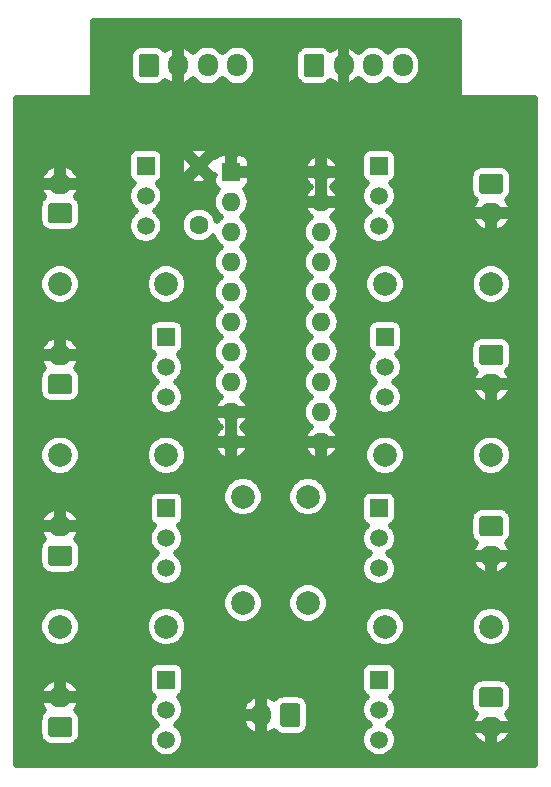
<source format=gbr>
G04 #@! TF.GenerationSoftware,KiCad,Pcbnew,(5.1.4)-1*
G04 #@! TF.CreationDate,2020-01-27T08:50:11+02:00*
G04 #@! TF.ProjectId,8_switch_array,385f7377-6974-4636-985f-61727261792e,rev?*
G04 #@! TF.SameCoordinates,Original*
G04 #@! TF.FileFunction,Copper,L2,Bot*
G04 #@! TF.FilePolarity,Positive*
%FSLAX46Y46*%
G04 Gerber Fmt 4.6, Leading zero omitted, Abs format (unit mm)*
G04 Created by KiCad (PCBNEW (5.1.4)-1) date 2020-01-27 08:50:11*
%MOMM*%
%LPD*%
G04 APERTURE LIST*
%ADD10O,1.600000X1.600000*%
%ADD11R,1.600000X1.600000*%
%ADD12C,2.000000*%
%ADD13R,1.500000X1.500000*%
%ADD14C,1.500000*%
%ADD15O,2.000000X1.700000*%
%ADD16C,0.100000*%
%ADD17C,1.700000*%
%ADD18C,1.600000*%
%ADD19O,1.700000X2.000000*%
%ADD20O,1.700000X1.950000*%
%ADD21C,0.500000*%
G04 APERTURE END LIST*
D10*
X150620000Y-47000000D03*
X143000000Y-69860000D03*
X150620000Y-49540000D03*
X143000000Y-67320000D03*
X150620000Y-52080000D03*
X143000000Y-64780000D03*
X150620000Y-54620000D03*
X143000000Y-62240000D03*
X150620000Y-57160000D03*
X143000000Y-59700000D03*
X150620000Y-59700000D03*
X143000000Y-57160000D03*
X150620000Y-62240000D03*
X143000000Y-54620000D03*
X150620000Y-64780000D03*
X143000000Y-52080000D03*
X150620000Y-67320000D03*
X143000000Y-49540000D03*
X150620000Y-69860000D03*
D11*
X143000000Y-47000000D03*
D12*
X149500000Y-83500000D03*
X149500000Y-74500000D03*
X165000000Y-85500000D03*
X156000000Y-85500000D03*
X144000000Y-83500000D03*
X144000000Y-74500000D03*
X128500000Y-85500000D03*
X137500000Y-85500000D03*
D13*
X155500000Y-90000000D03*
D14*
X155500000Y-95080000D03*
X155500000Y-92540000D03*
D13*
X155500000Y-75500000D03*
D14*
X155500000Y-80580000D03*
X155500000Y-78040000D03*
D13*
X137500000Y-90000000D03*
D14*
X137500000Y-95080000D03*
X137500000Y-92540000D03*
D13*
X137500000Y-75500000D03*
D14*
X137500000Y-80580000D03*
X137500000Y-78040000D03*
D15*
X165000000Y-94000000D03*
D16*
G36*
X165774504Y-90651204D02*
G01*
X165798773Y-90654804D01*
X165822571Y-90660765D01*
X165845671Y-90669030D01*
X165867849Y-90679520D01*
X165888893Y-90692133D01*
X165908598Y-90706747D01*
X165926777Y-90723223D01*
X165943253Y-90741402D01*
X165957867Y-90761107D01*
X165970480Y-90782151D01*
X165980970Y-90804329D01*
X165989235Y-90827429D01*
X165995196Y-90851227D01*
X165998796Y-90875496D01*
X166000000Y-90900000D01*
X166000000Y-92100000D01*
X165998796Y-92124504D01*
X165995196Y-92148773D01*
X165989235Y-92172571D01*
X165980970Y-92195671D01*
X165970480Y-92217849D01*
X165957867Y-92238893D01*
X165943253Y-92258598D01*
X165926777Y-92276777D01*
X165908598Y-92293253D01*
X165888893Y-92307867D01*
X165867849Y-92320480D01*
X165845671Y-92330970D01*
X165822571Y-92339235D01*
X165798773Y-92345196D01*
X165774504Y-92348796D01*
X165750000Y-92350000D01*
X164250000Y-92350000D01*
X164225496Y-92348796D01*
X164201227Y-92345196D01*
X164177429Y-92339235D01*
X164154329Y-92330970D01*
X164132151Y-92320480D01*
X164111107Y-92307867D01*
X164091402Y-92293253D01*
X164073223Y-92276777D01*
X164056747Y-92258598D01*
X164042133Y-92238893D01*
X164029520Y-92217849D01*
X164019030Y-92195671D01*
X164010765Y-92172571D01*
X164004804Y-92148773D01*
X164001204Y-92124504D01*
X164000000Y-92100000D01*
X164000000Y-90900000D01*
X164001204Y-90875496D01*
X164004804Y-90851227D01*
X164010765Y-90827429D01*
X164019030Y-90804329D01*
X164029520Y-90782151D01*
X164042133Y-90761107D01*
X164056747Y-90741402D01*
X164073223Y-90723223D01*
X164091402Y-90706747D01*
X164111107Y-90692133D01*
X164132151Y-90679520D01*
X164154329Y-90669030D01*
X164177429Y-90660765D01*
X164201227Y-90654804D01*
X164225496Y-90651204D01*
X164250000Y-90650000D01*
X165750000Y-90650000D01*
X165774504Y-90651204D01*
X165774504Y-90651204D01*
G37*
D17*
X165000000Y-91500000D03*
D15*
X165000000Y-79500000D03*
D16*
G36*
X165774504Y-76151204D02*
G01*
X165798773Y-76154804D01*
X165822571Y-76160765D01*
X165845671Y-76169030D01*
X165867849Y-76179520D01*
X165888893Y-76192133D01*
X165908598Y-76206747D01*
X165926777Y-76223223D01*
X165943253Y-76241402D01*
X165957867Y-76261107D01*
X165970480Y-76282151D01*
X165980970Y-76304329D01*
X165989235Y-76327429D01*
X165995196Y-76351227D01*
X165998796Y-76375496D01*
X166000000Y-76400000D01*
X166000000Y-77600000D01*
X165998796Y-77624504D01*
X165995196Y-77648773D01*
X165989235Y-77672571D01*
X165980970Y-77695671D01*
X165970480Y-77717849D01*
X165957867Y-77738893D01*
X165943253Y-77758598D01*
X165926777Y-77776777D01*
X165908598Y-77793253D01*
X165888893Y-77807867D01*
X165867849Y-77820480D01*
X165845671Y-77830970D01*
X165822571Y-77839235D01*
X165798773Y-77845196D01*
X165774504Y-77848796D01*
X165750000Y-77850000D01*
X164250000Y-77850000D01*
X164225496Y-77848796D01*
X164201227Y-77845196D01*
X164177429Y-77839235D01*
X164154329Y-77830970D01*
X164132151Y-77820480D01*
X164111107Y-77807867D01*
X164091402Y-77793253D01*
X164073223Y-77776777D01*
X164056747Y-77758598D01*
X164042133Y-77738893D01*
X164029520Y-77717849D01*
X164019030Y-77695671D01*
X164010765Y-77672571D01*
X164004804Y-77648773D01*
X164001204Y-77624504D01*
X164000000Y-77600000D01*
X164000000Y-76400000D01*
X164001204Y-76375496D01*
X164004804Y-76351227D01*
X164010765Y-76327429D01*
X164019030Y-76304329D01*
X164029520Y-76282151D01*
X164042133Y-76261107D01*
X164056747Y-76241402D01*
X164073223Y-76223223D01*
X164091402Y-76206747D01*
X164111107Y-76192133D01*
X164132151Y-76179520D01*
X164154329Y-76169030D01*
X164177429Y-76160765D01*
X164201227Y-76154804D01*
X164225496Y-76151204D01*
X164250000Y-76150000D01*
X165750000Y-76150000D01*
X165774504Y-76151204D01*
X165774504Y-76151204D01*
G37*
D17*
X165000000Y-77000000D03*
D15*
X128500000Y-91500000D03*
D16*
G36*
X129274504Y-93151204D02*
G01*
X129298773Y-93154804D01*
X129322571Y-93160765D01*
X129345671Y-93169030D01*
X129367849Y-93179520D01*
X129388893Y-93192133D01*
X129408598Y-93206747D01*
X129426777Y-93223223D01*
X129443253Y-93241402D01*
X129457867Y-93261107D01*
X129470480Y-93282151D01*
X129480970Y-93304329D01*
X129489235Y-93327429D01*
X129495196Y-93351227D01*
X129498796Y-93375496D01*
X129500000Y-93400000D01*
X129500000Y-94600000D01*
X129498796Y-94624504D01*
X129495196Y-94648773D01*
X129489235Y-94672571D01*
X129480970Y-94695671D01*
X129470480Y-94717849D01*
X129457867Y-94738893D01*
X129443253Y-94758598D01*
X129426777Y-94776777D01*
X129408598Y-94793253D01*
X129388893Y-94807867D01*
X129367849Y-94820480D01*
X129345671Y-94830970D01*
X129322571Y-94839235D01*
X129298773Y-94845196D01*
X129274504Y-94848796D01*
X129250000Y-94850000D01*
X127750000Y-94850000D01*
X127725496Y-94848796D01*
X127701227Y-94845196D01*
X127677429Y-94839235D01*
X127654329Y-94830970D01*
X127632151Y-94820480D01*
X127611107Y-94807867D01*
X127591402Y-94793253D01*
X127573223Y-94776777D01*
X127556747Y-94758598D01*
X127542133Y-94738893D01*
X127529520Y-94717849D01*
X127519030Y-94695671D01*
X127510765Y-94672571D01*
X127504804Y-94648773D01*
X127501204Y-94624504D01*
X127500000Y-94600000D01*
X127500000Y-93400000D01*
X127501204Y-93375496D01*
X127504804Y-93351227D01*
X127510765Y-93327429D01*
X127519030Y-93304329D01*
X127529520Y-93282151D01*
X127542133Y-93261107D01*
X127556747Y-93241402D01*
X127573223Y-93223223D01*
X127591402Y-93206747D01*
X127611107Y-93192133D01*
X127632151Y-93179520D01*
X127654329Y-93169030D01*
X127677429Y-93160765D01*
X127701227Y-93154804D01*
X127725496Y-93151204D01*
X127750000Y-93150000D01*
X129250000Y-93150000D01*
X129274504Y-93151204D01*
X129274504Y-93151204D01*
G37*
D17*
X128500000Y-94000000D03*
D15*
X128500000Y-77000000D03*
D16*
G36*
X129274504Y-78651204D02*
G01*
X129298773Y-78654804D01*
X129322571Y-78660765D01*
X129345671Y-78669030D01*
X129367849Y-78679520D01*
X129388893Y-78692133D01*
X129408598Y-78706747D01*
X129426777Y-78723223D01*
X129443253Y-78741402D01*
X129457867Y-78761107D01*
X129470480Y-78782151D01*
X129480970Y-78804329D01*
X129489235Y-78827429D01*
X129495196Y-78851227D01*
X129498796Y-78875496D01*
X129500000Y-78900000D01*
X129500000Y-80100000D01*
X129498796Y-80124504D01*
X129495196Y-80148773D01*
X129489235Y-80172571D01*
X129480970Y-80195671D01*
X129470480Y-80217849D01*
X129457867Y-80238893D01*
X129443253Y-80258598D01*
X129426777Y-80276777D01*
X129408598Y-80293253D01*
X129388893Y-80307867D01*
X129367849Y-80320480D01*
X129345671Y-80330970D01*
X129322571Y-80339235D01*
X129298773Y-80345196D01*
X129274504Y-80348796D01*
X129250000Y-80350000D01*
X127750000Y-80350000D01*
X127725496Y-80348796D01*
X127701227Y-80345196D01*
X127677429Y-80339235D01*
X127654329Y-80330970D01*
X127632151Y-80320480D01*
X127611107Y-80307867D01*
X127591402Y-80293253D01*
X127573223Y-80276777D01*
X127556747Y-80258598D01*
X127542133Y-80238893D01*
X127529520Y-80217849D01*
X127519030Y-80195671D01*
X127510765Y-80172571D01*
X127504804Y-80148773D01*
X127501204Y-80124504D01*
X127500000Y-80100000D01*
X127500000Y-78900000D01*
X127501204Y-78875496D01*
X127504804Y-78851227D01*
X127510765Y-78827429D01*
X127519030Y-78804329D01*
X127529520Y-78782151D01*
X127542133Y-78761107D01*
X127556747Y-78741402D01*
X127573223Y-78723223D01*
X127591402Y-78706747D01*
X127611107Y-78692133D01*
X127632151Y-78679520D01*
X127654329Y-78669030D01*
X127677429Y-78660765D01*
X127701227Y-78654804D01*
X127725496Y-78651204D01*
X127750000Y-78650000D01*
X129250000Y-78650000D01*
X129274504Y-78651204D01*
X129274504Y-78651204D01*
G37*
D17*
X128500000Y-79500000D03*
D18*
X140250000Y-46500000D03*
X140250000Y-51500000D03*
D12*
X128500000Y-71000000D03*
X137500000Y-71000000D03*
X165000000Y-56500000D03*
X156000000Y-56500000D03*
X128500000Y-56500000D03*
X137500000Y-56500000D03*
X165000000Y-71000000D03*
X156000000Y-71000000D03*
D13*
X137500000Y-61000000D03*
D14*
X137500000Y-66080000D03*
X137500000Y-63540000D03*
D13*
X155500000Y-46500000D03*
D14*
X155500000Y-51580000D03*
X155500000Y-49040000D03*
D13*
X135750000Y-46500000D03*
D14*
X135750000Y-51580000D03*
X135750000Y-49040000D03*
D13*
X156000000Y-61000000D03*
D14*
X156000000Y-66080000D03*
X156000000Y-63540000D03*
D19*
X145500000Y-93000000D03*
D16*
G36*
X148624504Y-92001204D02*
G01*
X148648773Y-92004804D01*
X148672571Y-92010765D01*
X148695671Y-92019030D01*
X148717849Y-92029520D01*
X148738893Y-92042133D01*
X148758598Y-92056747D01*
X148776777Y-92073223D01*
X148793253Y-92091402D01*
X148807867Y-92111107D01*
X148820480Y-92132151D01*
X148830970Y-92154329D01*
X148839235Y-92177429D01*
X148845196Y-92201227D01*
X148848796Y-92225496D01*
X148850000Y-92250000D01*
X148850000Y-93750000D01*
X148848796Y-93774504D01*
X148845196Y-93798773D01*
X148839235Y-93822571D01*
X148830970Y-93845671D01*
X148820480Y-93867849D01*
X148807867Y-93888893D01*
X148793253Y-93908598D01*
X148776777Y-93926777D01*
X148758598Y-93943253D01*
X148738893Y-93957867D01*
X148717849Y-93970480D01*
X148695671Y-93980970D01*
X148672571Y-93989235D01*
X148648773Y-93995196D01*
X148624504Y-93998796D01*
X148600000Y-94000000D01*
X147400000Y-94000000D01*
X147375496Y-93998796D01*
X147351227Y-93995196D01*
X147327429Y-93989235D01*
X147304329Y-93980970D01*
X147282151Y-93970480D01*
X147261107Y-93957867D01*
X147241402Y-93943253D01*
X147223223Y-93926777D01*
X147206747Y-93908598D01*
X147192133Y-93888893D01*
X147179520Y-93867849D01*
X147169030Y-93845671D01*
X147160765Y-93822571D01*
X147154804Y-93798773D01*
X147151204Y-93774504D01*
X147150000Y-93750000D01*
X147150000Y-92250000D01*
X147151204Y-92225496D01*
X147154804Y-92201227D01*
X147160765Y-92177429D01*
X147169030Y-92154329D01*
X147179520Y-92132151D01*
X147192133Y-92111107D01*
X147206747Y-92091402D01*
X147223223Y-92073223D01*
X147241402Y-92056747D01*
X147261107Y-92042133D01*
X147282151Y-92029520D01*
X147304329Y-92019030D01*
X147327429Y-92010765D01*
X147351227Y-92004804D01*
X147375496Y-92001204D01*
X147400000Y-92000000D01*
X148600000Y-92000000D01*
X148624504Y-92001204D01*
X148624504Y-92001204D01*
G37*
D17*
X148000000Y-93000000D03*
D15*
X128500000Y-62500000D03*
D16*
G36*
X129274504Y-64151204D02*
G01*
X129298773Y-64154804D01*
X129322571Y-64160765D01*
X129345671Y-64169030D01*
X129367849Y-64179520D01*
X129388893Y-64192133D01*
X129408598Y-64206747D01*
X129426777Y-64223223D01*
X129443253Y-64241402D01*
X129457867Y-64261107D01*
X129470480Y-64282151D01*
X129480970Y-64304329D01*
X129489235Y-64327429D01*
X129495196Y-64351227D01*
X129498796Y-64375496D01*
X129500000Y-64400000D01*
X129500000Y-65600000D01*
X129498796Y-65624504D01*
X129495196Y-65648773D01*
X129489235Y-65672571D01*
X129480970Y-65695671D01*
X129470480Y-65717849D01*
X129457867Y-65738893D01*
X129443253Y-65758598D01*
X129426777Y-65776777D01*
X129408598Y-65793253D01*
X129388893Y-65807867D01*
X129367849Y-65820480D01*
X129345671Y-65830970D01*
X129322571Y-65839235D01*
X129298773Y-65845196D01*
X129274504Y-65848796D01*
X129250000Y-65850000D01*
X127750000Y-65850000D01*
X127725496Y-65848796D01*
X127701227Y-65845196D01*
X127677429Y-65839235D01*
X127654329Y-65830970D01*
X127632151Y-65820480D01*
X127611107Y-65807867D01*
X127591402Y-65793253D01*
X127573223Y-65776777D01*
X127556747Y-65758598D01*
X127542133Y-65738893D01*
X127529520Y-65717849D01*
X127519030Y-65695671D01*
X127510765Y-65672571D01*
X127504804Y-65648773D01*
X127501204Y-65624504D01*
X127500000Y-65600000D01*
X127500000Y-64400000D01*
X127501204Y-64375496D01*
X127504804Y-64351227D01*
X127510765Y-64327429D01*
X127519030Y-64304329D01*
X127529520Y-64282151D01*
X127542133Y-64261107D01*
X127556747Y-64241402D01*
X127573223Y-64223223D01*
X127591402Y-64206747D01*
X127611107Y-64192133D01*
X127632151Y-64179520D01*
X127654329Y-64169030D01*
X127677429Y-64160765D01*
X127701227Y-64154804D01*
X127725496Y-64151204D01*
X127750000Y-64150000D01*
X129250000Y-64150000D01*
X129274504Y-64151204D01*
X129274504Y-64151204D01*
G37*
D17*
X128500000Y-65000000D03*
D15*
X165000000Y-50500000D03*
D16*
G36*
X165774504Y-47151204D02*
G01*
X165798773Y-47154804D01*
X165822571Y-47160765D01*
X165845671Y-47169030D01*
X165867849Y-47179520D01*
X165888893Y-47192133D01*
X165908598Y-47206747D01*
X165926777Y-47223223D01*
X165943253Y-47241402D01*
X165957867Y-47261107D01*
X165970480Y-47282151D01*
X165980970Y-47304329D01*
X165989235Y-47327429D01*
X165995196Y-47351227D01*
X165998796Y-47375496D01*
X166000000Y-47400000D01*
X166000000Y-48600000D01*
X165998796Y-48624504D01*
X165995196Y-48648773D01*
X165989235Y-48672571D01*
X165980970Y-48695671D01*
X165970480Y-48717849D01*
X165957867Y-48738893D01*
X165943253Y-48758598D01*
X165926777Y-48776777D01*
X165908598Y-48793253D01*
X165888893Y-48807867D01*
X165867849Y-48820480D01*
X165845671Y-48830970D01*
X165822571Y-48839235D01*
X165798773Y-48845196D01*
X165774504Y-48848796D01*
X165750000Y-48850000D01*
X164250000Y-48850000D01*
X164225496Y-48848796D01*
X164201227Y-48845196D01*
X164177429Y-48839235D01*
X164154329Y-48830970D01*
X164132151Y-48820480D01*
X164111107Y-48807867D01*
X164091402Y-48793253D01*
X164073223Y-48776777D01*
X164056747Y-48758598D01*
X164042133Y-48738893D01*
X164029520Y-48717849D01*
X164019030Y-48695671D01*
X164010765Y-48672571D01*
X164004804Y-48648773D01*
X164001204Y-48624504D01*
X164000000Y-48600000D01*
X164000000Y-47400000D01*
X164001204Y-47375496D01*
X164004804Y-47351227D01*
X164010765Y-47327429D01*
X164019030Y-47304329D01*
X164029520Y-47282151D01*
X164042133Y-47261107D01*
X164056747Y-47241402D01*
X164073223Y-47223223D01*
X164091402Y-47206747D01*
X164111107Y-47192133D01*
X164132151Y-47179520D01*
X164154329Y-47169030D01*
X164177429Y-47160765D01*
X164201227Y-47154804D01*
X164225496Y-47151204D01*
X164250000Y-47150000D01*
X165750000Y-47150000D01*
X165774504Y-47151204D01*
X165774504Y-47151204D01*
G37*
D17*
X165000000Y-48000000D03*
D15*
X128500000Y-48000000D03*
D16*
G36*
X129274504Y-49651204D02*
G01*
X129298773Y-49654804D01*
X129322571Y-49660765D01*
X129345671Y-49669030D01*
X129367849Y-49679520D01*
X129388893Y-49692133D01*
X129408598Y-49706747D01*
X129426777Y-49723223D01*
X129443253Y-49741402D01*
X129457867Y-49761107D01*
X129470480Y-49782151D01*
X129480970Y-49804329D01*
X129489235Y-49827429D01*
X129495196Y-49851227D01*
X129498796Y-49875496D01*
X129500000Y-49900000D01*
X129500000Y-51100000D01*
X129498796Y-51124504D01*
X129495196Y-51148773D01*
X129489235Y-51172571D01*
X129480970Y-51195671D01*
X129470480Y-51217849D01*
X129457867Y-51238893D01*
X129443253Y-51258598D01*
X129426777Y-51276777D01*
X129408598Y-51293253D01*
X129388893Y-51307867D01*
X129367849Y-51320480D01*
X129345671Y-51330970D01*
X129322571Y-51339235D01*
X129298773Y-51345196D01*
X129274504Y-51348796D01*
X129250000Y-51350000D01*
X127750000Y-51350000D01*
X127725496Y-51348796D01*
X127701227Y-51345196D01*
X127677429Y-51339235D01*
X127654329Y-51330970D01*
X127632151Y-51320480D01*
X127611107Y-51307867D01*
X127591402Y-51293253D01*
X127573223Y-51276777D01*
X127556747Y-51258598D01*
X127542133Y-51238893D01*
X127529520Y-51217849D01*
X127519030Y-51195671D01*
X127510765Y-51172571D01*
X127504804Y-51148773D01*
X127501204Y-51124504D01*
X127500000Y-51100000D01*
X127500000Y-49900000D01*
X127501204Y-49875496D01*
X127504804Y-49851227D01*
X127510765Y-49827429D01*
X127519030Y-49804329D01*
X127529520Y-49782151D01*
X127542133Y-49761107D01*
X127556747Y-49741402D01*
X127573223Y-49723223D01*
X127591402Y-49706747D01*
X127611107Y-49692133D01*
X127632151Y-49679520D01*
X127654329Y-49669030D01*
X127677429Y-49660765D01*
X127701227Y-49654804D01*
X127725496Y-49651204D01*
X127750000Y-49650000D01*
X129250000Y-49650000D01*
X129274504Y-49651204D01*
X129274504Y-49651204D01*
G37*
D17*
X128500000Y-50500000D03*
D15*
X165000000Y-65000000D03*
D16*
G36*
X165774504Y-61651204D02*
G01*
X165798773Y-61654804D01*
X165822571Y-61660765D01*
X165845671Y-61669030D01*
X165867849Y-61679520D01*
X165888893Y-61692133D01*
X165908598Y-61706747D01*
X165926777Y-61723223D01*
X165943253Y-61741402D01*
X165957867Y-61761107D01*
X165970480Y-61782151D01*
X165980970Y-61804329D01*
X165989235Y-61827429D01*
X165995196Y-61851227D01*
X165998796Y-61875496D01*
X166000000Y-61900000D01*
X166000000Y-63100000D01*
X165998796Y-63124504D01*
X165995196Y-63148773D01*
X165989235Y-63172571D01*
X165980970Y-63195671D01*
X165970480Y-63217849D01*
X165957867Y-63238893D01*
X165943253Y-63258598D01*
X165926777Y-63276777D01*
X165908598Y-63293253D01*
X165888893Y-63307867D01*
X165867849Y-63320480D01*
X165845671Y-63330970D01*
X165822571Y-63339235D01*
X165798773Y-63345196D01*
X165774504Y-63348796D01*
X165750000Y-63350000D01*
X164250000Y-63350000D01*
X164225496Y-63348796D01*
X164201227Y-63345196D01*
X164177429Y-63339235D01*
X164154329Y-63330970D01*
X164132151Y-63320480D01*
X164111107Y-63307867D01*
X164091402Y-63293253D01*
X164073223Y-63276777D01*
X164056747Y-63258598D01*
X164042133Y-63238893D01*
X164029520Y-63217849D01*
X164019030Y-63195671D01*
X164010765Y-63172571D01*
X164004804Y-63148773D01*
X164001204Y-63124504D01*
X164000000Y-63100000D01*
X164000000Y-61900000D01*
X164001204Y-61875496D01*
X164004804Y-61851227D01*
X164010765Y-61827429D01*
X164019030Y-61804329D01*
X164029520Y-61782151D01*
X164042133Y-61761107D01*
X164056747Y-61741402D01*
X164073223Y-61723223D01*
X164091402Y-61706747D01*
X164111107Y-61692133D01*
X164132151Y-61679520D01*
X164154329Y-61669030D01*
X164177429Y-61660765D01*
X164201227Y-61654804D01*
X164225496Y-61651204D01*
X164250000Y-61650000D01*
X165750000Y-61650000D01*
X165774504Y-61651204D01*
X165774504Y-61651204D01*
G37*
D17*
X165000000Y-62500000D03*
D20*
X157500000Y-38000000D03*
X155000000Y-38000000D03*
X152500000Y-38000000D03*
D16*
G36*
X150624504Y-37026204D02*
G01*
X150648773Y-37029804D01*
X150672571Y-37035765D01*
X150695671Y-37044030D01*
X150717849Y-37054520D01*
X150738893Y-37067133D01*
X150758598Y-37081747D01*
X150776777Y-37098223D01*
X150793253Y-37116402D01*
X150807867Y-37136107D01*
X150820480Y-37157151D01*
X150830970Y-37179329D01*
X150839235Y-37202429D01*
X150845196Y-37226227D01*
X150848796Y-37250496D01*
X150850000Y-37275000D01*
X150850000Y-38725000D01*
X150848796Y-38749504D01*
X150845196Y-38773773D01*
X150839235Y-38797571D01*
X150830970Y-38820671D01*
X150820480Y-38842849D01*
X150807867Y-38863893D01*
X150793253Y-38883598D01*
X150776777Y-38901777D01*
X150758598Y-38918253D01*
X150738893Y-38932867D01*
X150717849Y-38945480D01*
X150695671Y-38955970D01*
X150672571Y-38964235D01*
X150648773Y-38970196D01*
X150624504Y-38973796D01*
X150600000Y-38975000D01*
X149400000Y-38975000D01*
X149375496Y-38973796D01*
X149351227Y-38970196D01*
X149327429Y-38964235D01*
X149304329Y-38955970D01*
X149282151Y-38945480D01*
X149261107Y-38932867D01*
X149241402Y-38918253D01*
X149223223Y-38901777D01*
X149206747Y-38883598D01*
X149192133Y-38863893D01*
X149179520Y-38842849D01*
X149169030Y-38820671D01*
X149160765Y-38797571D01*
X149154804Y-38773773D01*
X149151204Y-38749504D01*
X149150000Y-38725000D01*
X149150000Y-37275000D01*
X149151204Y-37250496D01*
X149154804Y-37226227D01*
X149160765Y-37202429D01*
X149169030Y-37179329D01*
X149179520Y-37157151D01*
X149192133Y-37136107D01*
X149206747Y-37116402D01*
X149223223Y-37098223D01*
X149241402Y-37081747D01*
X149261107Y-37067133D01*
X149282151Y-37054520D01*
X149304329Y-37044030D01*
X149327429Y-37035765D01*
X149351227Y-37029804D01*
X149375496Y-37026204D01*
X149400000Y-37025000D01*
X150600000Y-37025000D01*
X150624504Y-37026204D01*
X150624504Y-37026204D01*
G37*
D17*
X150000000Y-38000000D03*
D20*
X143500000Y-38000000D03*
X141000000Y-38000000D03*
X138500000Y-38000000D03*
D16*
G36*
X136624504Y-37026204D02*
G01*
X136648773Y-37029804D01*
X136672571Y-37035765D01*
X136695671Y-37044030D01*
X136717849Y-37054520D01*
X136738893Y-37067133D01*
X136758598Y-37081747D01*
X136776777Y-37098223D01*
X136793253Y-37116402D01*
X136807867Y-37136107D01*
X136820480Y-37157151D01*
X136830970Y-37179329D01*
X136839235Y-37202429D01*
X136845196Y-37226227D01*
X136848796Y-37250496D01*
X136850000Y-37275000D01*
X136850000Y-38725000D01*
X136848796Y-38749504D01*
X136845196Y-38773773D01*
X136839235Y-38797571D01*
X136830970Y-38820671D01*
X136820480Y-38842849D01*
X136807867Y-38863893D01*
X136793253Y-38883598D01*
X136776777Y-38901777D01*
X136758598Y-38918253D01*
X136738893Y-38932867D01*
X136717849Y-38945480D01*
X136695671Y-38955970D01*
X136672571Y-38964235D01*
X136648773Y-38970196D01*
X136624504Y-38973796D01*
X136600000Y-38975000D01*
X135400000Y-38975000D01*
X135375496Y-38973796D01*
X135351227Y-38970196D01*
X135327429Y-38964235D01*
X135304329Y-38955970D01*
X135282151Y-38945480D01*
X135261107Y-38932867D01*
X135241402Y-38918253D01*
X135223223Y-38901777D01*
X135206747Y-38883598D01*
X135192133Y-38863893D01*
X135179520Y-38842849D01*
X135169030Y-38820671D01*
X135160765Y-38797571D01*
X135154804Y-38773773D01*
X135151204Y-38749504D01*
X135150000Y-38725000D01*
X135150000Y-37275000D01*
X135151204Y-37250496D01*
X135154804Y-37226227D01*
X135160765Y-37202429D01*
X135169030Y-37179329D01*
X135179520Y-37157151D01*
X135192133Y-37136107D01*
X135206747Y-37116402D01*
X135223223Y-37098223D01*
X135241402Y-37081747D01*
X135261107Y-37067133D01*
X135282151Y-37054520D01*
X135304329Y-37044030D01*
X135327429Y-37035765D01*
X135351227Y-37029804D01*
X135375496Y-37026204D01*
X135400000Y-37025000D01*
X136600000Y-37025000D01*
X136624504Y-37026204D01*
X136624504Y-37026204D01*
G37*
D17*
X136000000Y-38000000D03*
D21*
G36*
X162250000Y-40500000D02*
G01*
X162254804Y-40548773D01*
X162269030Y-40595671D01*
X162292133Y-40638893D01*
X162323223Y-40676777D01*
X162361107Y-40707867D01*
X162404329Y-40730970D01*
X162451227Y-40745196D01*
X162500000Y-40750000D01*
X168725000Y-40750000D01*
X168725001Y-81961935D01*
X168725000Y-97250000D01*
X124775000Y-97250000D01*
X124775000Y-93400000D01*
X126746372Y-93400000D01*
X126746372Y-94600000D01*
X126765656Y-94795798D01*
X126822769Y-94984072D01*
X126915514Y-95157586D01*
X127040328Y-95309672D01*
X127192414Y-95434486D01*
X127365928Y-95527231D01*
X127554202Y-95584344D01*
X127750000Y-95603628D01*
X129250000Y-95603628D01*
X129445798Y-95584344D01*
X129634072Y-95527231D01*
X129807586Y-95434486D01*
X129959672Y-95309672D01*
X130084486Y-95157586D01*
X130177231Y-94984072D01*
X130234344Y-94795798D01*
X130253628Y-94600000D01*
X130253628Y-93400000D01*
X130234344Y-93204202D01*
X130177231Y-93015928D01*
X130084486Y-92842414D01*
X129959672Y-92690328D01*
X129822566Y-92577807D01*
X129996873Y-92354954D01*
X130137786Y-92075764D01*
X130171783Y-91994143D01*
X130040200Y-91750000D01*
X128750000Y-91750000D01*
X128750000Y-91770000D01*
X128250000Y-91770000D01*
X128250000Y-91750000D01*
X126959800Y-91750000D01*
X126828217Y-91994143D01*
X126862214Y-92075764D01*
X127003127Y-92354954D01*
X127177434Y-92577807D01*
X127040328Y-92690328D01*
X126915514Y-92842414D01*
X126822769Y-93015928D01*
X126765656Y-93204202D01*
X126746372Y-93400000D01*
X124775000Y-93400000D01*
X124775000Y-91005857D01*
X126828217Y-91005857D01*
X126959800Y-91250000D01*
X128250000Y-91250000D01*
X128250000Y-90095328D01*
X128750000Y-90095328D01*
X128750000Y-91250000D01*
X130040200Y-91250000D01*
X130171783Y-91005857D01*
X130137786Y-90924236D01*
X129996873Y-90645046D01*
X129804200Y-90398712D01*
X129567172Y-90194700D01*
X129294897Y-90040850D01*
X128997839Y-89943074D01*
X128750000Y-90095328D01*
X128250000Y-90095328D01*
X128002161Y-89943074D01*
X127705103Y-90040850D01*
X127432828Y-90194700D01*
X127195800Y-90398712D01*
X127003127Y-90645046D01*
X126862214Y-90924236D01*
X126828217Y-91005857D01*
X124775000Y-91005857D01*
X124775000Y-89250000D01*
X135996372Y-89250000D01*
X135996372Y-90750000D01*
X136010853Y-90897026D01*
X136053739Y-91038401D01*
X136123381Y-91168693D01*
X136217105Y-91282895D01*
X136331307Y-91376619D01*
X136461599Y-91446261D01*
X136469901Y-91448779D01*
X136334874Y-91583806D01*
X136170717Y-91829483D01*
X136057644Y-92102466D01*
X136000000Y-92392263D01*
X136000000Y-92687737D01*
X136057644Y-92977534D01*
X136170717Y-93250517D01*
X136334874Y-93496194D01*
X136543806Y-93705126D01*
X136700760Y-93810000D01*
X136543806Y-93914874D01*
X136334874Y-94123806D01*
X136170717Y-94369483D01*
X136057644Y-94642466D01*
X136000000Y-94932263D01*
X136000000Y-95227737D01*
X136057644Y-95517534D01*
X136170717Y-95790517D01*
X136334874Y-96036194D01*
X136543806Y-96245126D01*
X136789483Y-96409283D01*
X137062466Y-96522356D01*
X137352263Y-96580000D01*
X137647737Y-96580000D01*
X137937534Y-96522356D01*
X138210517Y-96409283D01*
X138456194Y-96245126D01*
X138665126Y-96036194D01*
X138829283Y-95790517D01*
X138942356Y-95517534D01*
X139000000Y-95227737D01*
X139000000Y-94932263D01*
X138942356Y-94642466D01*
X138829283Y-94369483D01*
X138665126Y-94123806D01*
X138456194Y-93914874D01*
X138299240Y-93810000D01*
X138456194Y-93705126D01*
X138663481Y-93497839D01*
X143943074Y-93497839D01*
X144040850Y-93794897D01*
X144194700Y-94067172D01*
X144398712Y-94304200D01*
X144645046Y-94496873D01*
X144924236Y-94637786D01*
X145005857Y-94671783D01*
X145250000Y-94540200D01*
X145250000Y-93250000D01*
X144095328Y-93250000D01*
X143943074Y-93497839D01*
X138663481Y-93497839D01*
X138665126Y-93496194D01*
X138829283Y-93250517D01*
X138942356Y-92977534D01*
X139000000Y-92687737D01*
X139000000Y-92502161D01*
X143943074Y-92502161D01*
X144095328Y-92750000D01*
X145250000Y-92750000D01*
X145250000Y-91459800D01*
X145750000Y-91459800D01*
X145750000Y-92750000D01*
X145770000Y-92750000D01*
X145770000Y-93250000D01*
X145750000Y-93250000D01*
X145750000Y-94540200D01*
X145994143Y-94671783D01*
X146075764Y-94637786D01*
X146354954Y-94496873D01*
X146577807Y-94322566D01*
X146690328Y-94459672D01*
X146842414Y-94584486D01*
X147015928Y-94677231D01*
X147204202Y-94734344D01*
X147400000Y-94753628D01*
X148600000Y-94753628D01*
X148795798Y-94734344D01*
X148984072Y-94677231D01*
X149157586Y-94584486D01*
X149309672Y-94459672D01*
X149434486Y-94307586D01*
X149527231Y-94134072D01*
X149584344Y-93945798D01*
X149603628Y-93750000D01*
X149603628Y-92250000D01*
X149584344Y-92054202D01*
X149527231Y-91865928D01*
X149434486Y-91692414D01*
X149309672Y-91540328D01*
X149157586Y-91415514D01*
X148984072Y-91322769D01*
X148795798Y-91265656D01*
X148600000Y-91246372D01*
X147400000Y-91246372D01*
X147204202Y-91265656D01*
X147015928Y-91322769D01*
X146842414Y-91415514D01*
X146690328Y-91540328D01*
X146577807Y-91677434D01*
X146354954Y-91503127D01*
X146075764Y-91362214D01*
X145994143Y-91328217D01*
X145750000Y-91459800D01*
X145250000Y-91459800D01*
X145005857Y-91328217D01*
X144924236Y-91362214D01*
X144645046Y-91503127D01*
X144398712Y-91695800D01*
X144194700Y-91932828D01*
X144040850Y-92205103D01*
X143943074Y-92502161D01*
X139000000Y-92502161D01*
X139000000Y-92392263D01*
X138942356Y-92102466D01*
X138829283Y-91829483D01*
X138665126Y-91583806D01*
X138530099Y-91448779D01*
X138538401Y-91446261D01*
X138668693Y-91376619D01*
X138782895Y-91282895D01*
X138876619Y-91168693D01*
X138946261Y-91038401D01*
X138989147Y-90897026D01*
X139003628Y-90750000D01*
X139003628Y-89250000D01*
X153996372Y-89250000D01*
X153996372Y-90750000D01*
X154010853Y-90897026D01*
X154053739Y-91038401D01*
X154123381Y-91168693D01*
X154217105Y-91282895D01*
X154331307Y-91376619D01*
X154461599Y-91446261D01*
X154469901Y-91448779D01*
X154334874Y-91583806D01*
X154170717Y-91829483D01*
X154057644Y-92102466D01*
X154000000Y-92392263D01*
X154000000Y-92687737D01*
X154057644Y-92977534D01*
X154170717Y-93250517D01*
X154334874Y-93496194D01*
X154543806Y-93705126D01*
X154700760Y-93810000D01*
X154543806Y-93914874D01*
X154334874Y-94123806D01*
X154170717Y-94369483D01*
X154057644Y-94642466D01*
X154000000Y-94932263D01*
X154000000Y-95227737D01*
X154057644Y-95517534D01*
X154170717Y-95790517D01*
X154334874Y-96036194D01*
X154543806Y-96245126D01*
X154789483Y-96409283D01*
X155062466Y-96522356D01*
X155352263Y-96580000D01*
X155647737Y-96580000D01*
X155937534Y-96522356D01*
X156210517Y-96409283D01*
X156456194Y-96245126D01*
X156665126Y-96036194D01*
X156829283Y-95790517D01*
X156942356Y-95517534D01*
X157000000Y-95227737D01*
X157000000Y-94932263D01*
X156942356Y-94642466D01*
X156880919Y-94494143D01*
X163328217Y-94494143D01*
X163362214Y-94575764D01*
X163503127Y-94854954D01*
X163695800Y-95101288D01*
X163932828Y-95305300D01*
X164205103Y-95459150D01*
X164502161Y-95556926D01*
X164750000Y-95404672D01*
X164750000Y-94250000D01*
X165250000Y-94250000D01*
X165250000Y-95404672D01*
X165497839Y-95556926D01*
X165794897Y-95459150D01*
X166067172Y-95305300D01*
X166304200Y-95101288D01*
X166496873Y-94854954D01*
X166637786Y-94575764D01*
X166671783Y-94494143D01*
X166540200Y-94250000D01*
X165250000Y-94250000D01*
X164750000Y-94250000D01*
X163459800Y-94250000D01*
X163328217Y-94494143D01*
X156880919Y-94494143D01*
X156829283Y-94369483D01*
X156665126Y-94123806D01*
X156456194Y-93914874D01*
X156299240Y-93810000D01*
X156456194Y-93705126D01*
X156665126Y-93496194D01*
X156829283Y-93250517D01*
X156942356Y-92977534D01*
X157000000Y-92687737D01*
X157000000Y-92392263D01*
X156942356Y-92102466D01*
X156829283Y-91829483D01*
X156665126Y-91583806D01*
X156530099Y-91448779D01*
X156538401Y-91446261D01*
X156668693Y-91376619D01*
X156782895Y-91282895D01*
X156876619Y-91168693D01*
X156946261Y-91038401D01*
X156988244Y-90900000D01*
X163246372Y-90900000D01*
X163246372Y-92100000D01*
X163265656Y-92295798D01*
X163322769Y-92484072D01*
X163415514Y-92657586D01*
X163540328Y-92809672D01*
X163677434Y-92922193D01*
X163503127Y-93145046D01*
X163362214Y-93424236D01*
X163328217Y-93505857D01*
X163459800Y-93750000D01*
X164750000Y-93750000D01*
X164750000Y-93730000D01*
X165250000Y-93730000D01*
X165250000Y-93750000D01*
X166540200Y-93750000D01*
X166671783Y-93505857D01*
X166637786Y-93424236D01*
X166496873Y-93145046D01*
X166322566Y-92922193D01*
X166459672Y-92809672D01*
X166584486Y-92657586D01*
X166677231Y-92484072D01*
X166734344Y-92295798D01*
X166753628Y-92100000D01*
X166753628Y-90900000D01*
X166734344Y-90704202D01*
X166677231Y-90515928D01*
X166584486Y-90342414D01*
X166459672Y-90190328D01*
X166307586Y-90065514D01*
X166134072Y-89972769D01*
X165945798Y-89915656D01*
X165750000Y-89896372D01*
X164250000Y-89896372D01*
X164054202Y-89915656D01*
X163865928Y-89972769D01*
X163692414Y-90065514D01*
X163540328Y-90190328D01*
X163415514Y-90342414D01*
X163322769Y-90515928D01*
X163265656Y-90704202D01*
X163246372Y-90900000D01*
X156988244Y-90900000D01*
X156989147Y-90897026D01*
X157003628Y-90750000D01*
X157003628Y-89250000D01*
X156989147Y-89102974D01*
X156946261Y-88961599D01*
X156876619Y-88831307D01*
X156782895Y-88717105D01*
X156668693Y-88623381D01*
X156538401Y-88553739D01*
X156397026Y-88510853D01*
X156250000Y-88496372D01*
X154750000Y-88496372D01*
X154602974Y-88510853D01*
X154461599Y-88553739D01*
X154331307Y-88623381D01*
X154217105Y-88717105D01*
X154123381Y-88831307D01*
X154053739Y-88961599D01*
X154010853Y-89102974D01*
X153996372Y-89250000D01*
X139003628Y-89250000D01*
X138989147Y-89102974D01*
X138946261Y-88961599D01*
X138876619Y-88831307D01*
X138782895Y-88717105D01*
X138668693Y-88623381D01*
X138538401Y-88553739D01*
X138397026Y-88510853D01*
X138250000Y-88496372D01*
X136750000Y-88496372D01*
X136602974Y-88510853D01*
X136461599Y-88553739D01*
X136331307Y-88623381D01*
X136217105Y-88717105D01*
X136123381Y-88831307D01*
X136053739Y-88961599D01*
X136010853Y-89102974D01*
X135996372Y-89250000D01*
X124775000Y-89250000D01*
X124775000Y-85327640D01*
X126750000Y-85327640D01*
X126750000Y-85672360D01*
X126817251Y-86010456D01*
X126949170Y-86328936D01*
X127140686Y-86615560D01*
X127384440Y-86859314D01*
X127671064Y-87050830D01*
X127989544Y-87182749D01*
X128327640Y-87250000D01*
X128672360Y-87250000D01*
X129010456Y-87182749D01*
X129328936Y-87050830D01*
X129615560Y-86859314D01*
X129859314Y-86615560D01*
X130050830Y-86328936D01*
X130182749Y-86010456D01*
X130250000Y-85672360D01*
X130250000Y-85327640D01*
X135750000Y-85327640D01*
X135750000Y-85672360D01*
X135817251Y-86010456D01*
X135949170Y-86328936D01*
X136140686Y-86615560D01*
X136384440Y-86859314D01*
X136671064Y-87050830D01*
X136989544Y-87182749D01*
X137327640Y-87250000D01*
X137672360Y-87250000D01*
X138010456Y-87182749D01*
X138328936Y-87050830D01*
X138615560Y-86859314D01*
X138859314Y-86615560D01*
X139050830Y-86328936D01*
X139182749Y-86010456D01*
X139250000Y-85672360D01*
X139250000Y-85327640D01*
X154250000Y-85327640D01*
X154250000Y-85672360D01*
X154317251Y-86010456D01*
X154449170Y-86328936D01*
X154640686Y-86615560D01*
X154884440Y-86859314D01*
X155171064Y-87050830D01*
X155489544Y-87182749D01*
X155827640Y-87250000D01*
X156172360Y-87250000D01*
X156510456Y-87182749D01*
X156828936Y-87050830D01*
X157115560Y-86859314D01*
X157359314Y-86615560D01*
X157550830Y-86328936D01*
X157682749Y-86010456D01*
X157750000Y-85672360D01*
X157750000Y-85327640D01*
X163250000Y-85327640D01*
X163250000Y-85672360D01*
X163317251Y-86010456D01*
X163449170Y-86328936D01*
X163640686Y-86615560D01*
X163884440Y-86859314D01*
X164171064Y-87050830D01*
X164489544Y-87182749D01*
X164827640Y-87250000D01*
X165172360Y-87250000D01*
X165510456Y-87182749D01*
X165828936Y-87050830D01*
X166115560Y-86859314D01*
X166359314Y-86615560D01*
X166550830Y-86328936D01*
X166682749Y-86010456D01*
X166750000Y-85672360D01*
X166750000Y-85327640D01*
X166682749Y-84989544D01*
X166550830Y-84671064D01*
X166359314Y-84384440D01*
X166115560Y-84140686D01*
X165828936Y-83949170D01*
X165510456Y-83817251D01*
X165172360Y-83750000D01*
X164827640Y-83750000D01*
X164489544Y-83817251D01*
X164171064Y-83949170D01*
X163884440Y-84140686D01*
X163640686Y-84384440D01*
X163449170Y-84671064D01*
X163317251Y-84989544D01*
X163250000Y-85327640D01*
X157750000Y-85327640D01*
X157682749Y-84989544D01*
X157550830Y-84671064D01*
X157359314Y-84384440D01*
X157115560Y-84140686D01*
X156828936Y-83949170D01*
X156510456Y-83817251D01*
X156172360Y-83750000D01*
X155827640Y-83750000D01*
X155489544Y-83817251D01*
X155171064Y-83949170D01*
X154884440Y-84140686D01*
X154640686Y-84384440D01*
X154449170Y-84671064D01*
X154317251Y-84989544D01*
X154250000Y-85327640D01*
X139250000Y-85327640D01*
X139182749Y-84989544D01*
X139050830Y-84671064D01*
X138859314Y-84384440D01*
X138615560Y-84140686D01*
X138328936Y-83949170D01*
X138010456Y-83817251D01*
X137672360Y-83750000D01*
X137327640Y-83750000D01*
X136989544Y-83817251D01*
X136671064Y-83949170D01*
X136384440Y-84140686D01*
X136140686Y-84384440D01*
X135949170Y-84671064D01*
X135817251Y-84989544D01*
X135750000Y-85327640D01*
X130250000Y-85327640D01*
X130182749Y-84989544D01*
X130050830Y-84671064D01*
X129859314Y-84384440D01*
X129615560Y-84140686D01*
X129328936Y-83949170D01*
X129010456Y-83817251D01*
X128672360Y-83750000D01*
X128327640Y-83750000D01*
X127989544Y-83817251D01*
X127671064Y-83949170D01*
X127384440Y-84140686D01*
X127140686Y-84384440D01*
X126949170Y-84671064D01*
X126817251Y-84989544D01*
X126750000Y-85327640D01*
X124775000Y-85327640D01*
X124775000Y-83327640D01*
X142250000Y-83327640D01*
X142250000Y-83672360D01*
X142317251Y-84010456D01*
X142449170Y-84328936D01*
X142640686Y-84615560D01*
X142884440Y-84859314D01*
X143171064Y-85050830D01*
X143489544Y-85182749D01*
X143827640Y-85250000D01*
X144172360Y-85250000D01*
X144510456Y-85182749D01*
X144828936Y-85050830D01*
X145115560Y-84859314D01*
X145359314Y-84615560D01*
X145550830Y-84328936D01*
X145682749Y-84010456D01*
X145750000Y-83672360D01*
X145750000Y-83327640D01*
X147750000Y-83327640D01*
X147750000Y-83672360D01*
X147817251Y-84010456D01*
X147949170Y-84328936D01*
X148140686Y-84615560D01*
X148384440Y-84859314D01*
X148671064Y-85050830D01*
X148989544Y-85182749D01*
X149327640Y-85250000D01*
X149672360Y-85250000D01*
X150010456Y-85182749D01*
X150328936Y-85050830D01*
X150615560Y-84859314D01*
X150859314Y-84615560D01*
X151050830Y-84328936D01*
X151182749Y-84010456D01*
X151250000Y-83672360D01*
X151250000Y-83327640D01*
X151182749Y-82989544D01*
X151050830Y-82671064D01*
X150859314Y-82384440D01*
X150615560Y-82140686D01*
X150328936Y-81949170D01*
X150010456Y-81817251D01*
X149672360Y-81750000D01*
X149327640Y-81750000D01*
X148989544Y-81817251D01*
X148671064Y-81949170D01*
X148384440Y-82140686D01*
X148140686Y-82384440D01*
X147949170Y-82671064D01*
X147817251Y-82989544D01*
X147750000Y-83327640D01*
X145750000Y-83327640D01*
X145682749Y-82989544D01*
X145550830Y-82671064D01*
X145359314Y-82384440D01*
X145115560Y-82140686D01*
X144828936Y-81949170D01*
X144510456Y-81817251D01*
X144172360Y-81750000D01*
X143827640Y-81750000D01*
X143489544Y-81817251D01*
X143171064Y-81949170D01*
X142884440Y-82140686D01*
X142640686Y-82384440D01*
X142449170Y-82671064D01*
X142317251Y-82989544D01*
X142250000Y-83327640D01*
X124775000Y-83327640D01*
X124775000Y-78900000D01*
X126746372Y-78900000D01*
X126746372Y-80100000D01*
X126765656Y-80295798D01*
X126822769Y-80484072D01*
X126915514Y-80657586D01*
X127040328Y-80809672D01*
X127192414Y-80934486D01*
X127365928Y-81027231D01*
X127554202Y-81084344D01*
X127750000Y-81103628D01*
X129250000Y-81103628D01*
X129445798Y-81084344D01*
X129634072Y-81027231D01*
X129807586Y-80934486D01*
X129959672Y-80809672D01*
X130084486Y-80657586D01*
X130177231Y-80484072D01*
X130234344Y-80295798D01*
X130253628Y-80100000D01*
X130253628Y-78900000D01*
X130234344Y-78704202D01*
X130177231Y-78515928D01*
X130084486Y-78342414D01*
X129959672Y-78190328D01*
X129822566Y-78077807D01*
X129996873Y-77854954D01*
X130137786Y-77575764D01*
X130171783Y-77494143D01*
X130040200Y-77250000D01*
X128750000Y-77250000D01*
X128750000Y-77270000D01*
X128250000Y-77270000D01*
X128250000Y-77250000D01*
X126959800Y-77250000D01*
X126828217Y-77494143D01*
X126862214Y-77575764D01*
X127003127Y-77854954D01*
X127177434Y-78077807D01*
X127040328Y-78190328D01*
X126915514Y-78342414D01*
X126822769Y-78515928D01*
X126765656Y-78704202D01*
X126746372Y-78900000D01*
X124775000Y-78900000D01*
X124775000Y-76505857D01*
X126828217Y-76505857D01*
X126959800Y-76750000D01*
X128250000Y-76750000D01*
X128250000Y-75595328D01*
X128750000Y-75595328D01*
X128750000Y-76750000D01*
X130040200Y-76750000D01*
X130171783Y-76505857D01*
X130137786Y-76424236D01*
X129996873Y-76145046D01*
X129804200Y-75898712D01*
X129567172Y-75694700D01*
X129294897Y-75540850D01*
X128997839Y-75443074D01*
X128750000Y-75595328D01*
X128250000Y-75595328D01*
X128002161Y-75443074D01*
X127705103Y-75540850D01*
X127432828Y-75694700D01*
X127195800Y-75898712D01*
X127003127Y-76145046D01*
X126862214Y-76424236D01*
X126828217Y-76505857D01*
X124775000Y-76505857D01*
X124775000Y-74750000D01*
X135996372Y-74750000D01*
X135996372Y-76250000D01*
X136010853Y-76397026D01*
X136053739Y-76538401D01*
X136123381Y-76668693D01*
X136217105Y-76782895D01*
X136331307Y-76876619D01*
X136461599Y-76946261D01*
X136469901Y-76948779D01*
X136334874Y-77083806D01*
X136170717Y-77329483D01*
X136057644Y-77602466D01*
X136000000Y-77892263D01*
X136000000Y-78187737D01*
X136057644Y-78477534D01*
X136170717Y-78750517D01*
X136334874Y-78996194D01*
X136543806Y-79205126D01*
X136700760Y-79310000D01*
X136543806Y-79414874D01*
X136334874Y-79623806D01*
X136170717Y-79869483D01*
X136057644Y-80142466D01*
X136000000Y-80432263D01*
X136000000Y-80727737D01*
X136057644Y-81017534D01*
X136170717Y-81290517D01*
X136334874Y-81536194D01*
X136543806Y-81745126D01*
X136789483Y-81909283D01*
X137062466Y-82022356D01*
X137352263Y-82080000D01*
X137647737Y-82080000D01*
X137937534Y-82022356D01*
X138210517Y-81909283D01*
X138456194Y-81745126D01*
X138665126Y-81536194D01*
X138829283Y-81290517D01*
X138942356Y-81017534D01*
X139000000Y-80727737D01*
X139000000Y-80432263D01*
X138942356Y-80142466D01*
X138829283Y-79869483D01*
X138665126Y-79623806D01*
X138456194Y-79414874D01*
X138299240Y-79310000D01*
X138456194Y-79205126D01*
X138665126Y-78996194D01*
X138829283Y-78750517D01*
X138942356Y-78477534D01*
X139000000Y-78187737D01*
X139000000Y-77892263D01*
X138942356Y-77602466D01*
X138829283Y-77329483D01*
X138665126Y-77083806D01*
X138530099Y-76948779D01*
X138538401Y-76946261D01*
X138668693Y-76876619D01*
X138782895Y-76782895D01*
X138876619Y-76668693D01*
X138946261Y-76538401D01*
X138989147Y-76397026D01*
X139003628Y-76250000D01*
X139003628Y-74750000D01*
X138989147Y-74602974D01*
X138946261Y-74461599D01*
X138876619Y-74331307D01*
X138873610Y-74327640D01*
X142250000Y-74327640D01*
X142250000Y-74672360D01*
X142317251Y-75010456D01*
X142449170Y-75328936D01*
X142640686Y-75615560D01*
X142884440Y-75859314D01*
X143171064Y-76050830D01*
X143489544Y-76182749D01*
X143827640Y-76250000D01*
X144172360Y-76250000D01*
X144510456Y-76182749D01*
X144828936Y-76050830D01*
X145115560Y-75859314D01*
X145359314Y-75615560D01*
X145550830Y-75328936D01*
X145682749Y-75010456D01*
X145750000Y-74672360D01*
X145750000Y-74327640D01*
X147750000Y-74327640D01*
X147750000Y-74672360D01*
X147817251Y-75010456D01*
X147949170Y-75328936D01*
X148140686Y-75615560D01*
X148384440Y-75859314D01*
X148671064Y-76050830D01*
X148989544Y-76182749D01*
X149327640Y-76250000D01*
X149672360Y-76250000D01*
X150010456Y-76182749D01*
X150328936Y-76050830D01*
X150615560Y-75859314D01*
X150859314Y-75615560D01*
X151050830Y-75328936D01*
X151182749Y-75010456D01*
X151234556Y-74750000D01*
X153996372Y-74750000D01*
X153996372Y-76250000D01*
X154010853Y-76397026D01*
X154053739Y-76538401D01*
X154123381Y-76668693D01*
X154217105Y-76782895D01*
X154331307Y-76876619D01*
X154461599Y-76946261D01*
X154469901Y-76948779D01*
X154334874Y-77083806D01*
X154170717Y-77329483D01*
X154057644Y-77602466D01*
X154000000Y-77892263D01*
X154000000Y-78187737D01*
X154057644Y-78477534D01*
X154170717Y-78750517D01*
X154334874Y-78996194D01*
X154543806Y-79205126D01*
X154700760Y-79310000D01*
X154543806Y-79414874D01*
X154334874Y-79623806D01*
X154170717Y-79869483D01*
X154057644Y-80142466D01*
X154000000Y-80432263D01*
X154000000Y-80727737D01*
X154057644Y-81017534D01*
X154170717Y-81290517D01*
X154334874Y-81536194D01*
X154543806Y-81745126D01*
X154789483Y-81909283D01*
X155062466Y-82022356D01*
X155352263Y-82080000D01*
X155647737Y-82080000D01*
X155937534Y-82022356D01*
X156210517Y-81909283D01*
X156456194Y-81745126D01*
X156665126Y-81536194D01*
X156829283Y-81290517D01*
X156942356Y-81017534D01*
X157000000Y-80727737D01*
X157000000Y-80432263D01*
X156942356Y-80142466D01*
X156880919Y-79994143D01*
X163328217Y-79994143D01*
X163362214Y-80075764D01*
X163503127Y-80354954D01*
X163695800Y-80601288D01*
X163932828Y-80805300D01*
X164205103Y-80959150D01*
X164502161Y-81056926D01*
X164750000Y-80904672D01*
X164750000Y-79750000D01*
X165250000Y-79750000D01*
X165250000Y-80904672D01*
X165497839Y-81056926D01*
X165794897Y-80959150D01*
X166067172Y-80805300D01*
X166304200Y-80601288D01*
X166496873Y-80354954D01*
X166637786Y-80075764D01*
X166671783Y-79994143D01*
X166540200Y-79750000D01*
X165250000Y-79750000D01*
X164750000Y-79750000D01*
X163459800Y-79750000D01*
X163328217Y-79994143D01*
X156880919Y-79994143D01*
X156829283Y-79869483D01*
X156665126Y-79623806D01*
X156456194Y-79414874D01*
X156299240Y-79310000D01*
X156456194Y-79205126D01*
X156665126Y-78996194D01*
X156829283Y-78750517D01*
X156942356Y-78477534D01*
X157000000Y-78187737D01*
X157000000Y-77892263D01*
X156942356Y-77602466D01*
X156829283Y-77329483D01*
X156665126Y-77083806D01*
X156530099Y-76948779D01*
X156538401Y-76946261D01*
X156668693Y-76876619D01*
X156782895Y-76782895D01*
X156876619Y-76668693D01*
X156946261Y-76538401D01*
X156988244Y-76400000D01*
X163246372Y-76400000D01*
X163246372Y-77600000D01*
X163265656Y-77795798D01*
X163322769Y-77984072D01*
X163415514Y-78157586D01*
X163540328Y-78309672D01*
X163677434Y-78422193D01*
X163503127Y-78645046D01*
X163362214Y-78924236D01*
X163328217Y-79005857D01*
X163459800Y-79250000D01*
X164750000Y-79250000D01*
X164750000Y-79230000D01*
X165250000Y-79230000D01*
X165250000Y-79250000D01*
X166540200Y-79250000D01*
X166671783Y-79005857D01*
X166637786Y-78924236D01*
X166496873Y-78645046D01*
X166322566Y-78422193D01*
X166459672Y-78309672D01*
X166584486Y-78157586D01*
X166677231Y-77984072D01*
X166734344Y-77795798D01*
X166753628Y-77600000D01*
X166753628Y-76400000D01*
X166734344Y-76204202D01*
X166677231Y-76015928D01*
X166584486Y-75842414D01*
X166459672Y-75690328D01*
X166307586Y-75565514D01*
X166134072Y-75472769D01*
X165945798Y-75415656D01*
X165750000Y-75396372D01*
X164250000Y-75396372D01*
X164054202Y-75415656D01*
X163865928Y-75472769D01*
X163692414Y-75565514D01*
X163540328Y-75690328D01*
X163415514Y-75842414D01*
X163322769Y-76015928D01*
X163265656Y-76204202D01*
X163246372Y-76400000D01*
X156988244Y-76400000D01*
X156989147Y-76397026D01*
X157003628Y-76250000D01*
X157003628Y-74750000D01*
X156989147Y-74602974D01*
X156946261Y-74461599D01*
X156876619Y-74331307D01*
X156782895Y-74217105D01*
X156668693Y-74123381D01*
X156538401Y-74053739D01*
X156397026Y-74010853D01*
X156250000Y-73996372D01*
X154750000Y-73996372D01*
X154602974Y-74010853D01*
X154461599Y-74053739D01*
X154331307Y-74123381D01*
X154217105Y-74217105D01*
X154123381Y-74331307D01*
X154053739Y-74461599D01*
X154010853Y-74602974D01*
X153996372Y-74750000D01*
X151234556Y-74750000D01*
X151250000Y-74672360D01*
X151250000Y-74327640D01*
X151182749Y-73989544D01*
X151050830Y-73671064D01*
X150859314Y-73384440D01*
X150615560Y-73140686D01*
X150328936Y-72949170D01*
X150010456Y-72817251D01*
X149672360Y-72750000D01*
X149327640Y-72750000D01*
X148989544Y-72817251D01*
X148671064Y-72949170D01*
X148384440Y-73140686D01*
X148140686Y-73384440D01*
X147949170Y-73671064D01*
X147817251Y-73989544D01*
X147750000Y-74327640D01*
X145750000Y-74327640D01*
X145682749Y-73989544D01*
X145550830Y-73671064D01*
X145359314Y-73384440D01*
X145115560Y-73140686D01*
X144828936Y-72949170D01*
X144510456Y-72817251D01*
X144172360Y-72750000D01*
X143827640Y-72750000D01*
X143489544Y-72817251D01*
X143171064Y-72949170D01*
X142884440Y-73140686D01*
X142640686Y-73384440D01*
X142449170Y-73671064D01*
X142317251Y-73989544D01*
X142250000Y-74327640D01*
X138873610Y-74327640D01*
X138782895Y-74217105D01*
X138668693Y-74123381D01*
X138538401Y-74053739D01*
X138397026Y-74010853D01*
X138250000Y-73996372D01*
X136750000Y-73996372D01*
X136602974Y-74010853D01*
X136461599Y-74053739D01*
X136331307Y-74123381D01*
X136217105Y-74217105D01*
X136123381Y-74331307D01*
X136053739Y-74461599D01*
X136010853Y-74602974D01*
X135996372Y-74750000D01*
X124775000Y-74750000D01*
X124775000Y-70827640D01*
X126750000Y-70827640D01*
X126750000Y-71172360D01*
X126817251Y-71510456D01*
X126949170Y-71828936D01*
X127140686Y-72115560D01*
X127384440Y-72359314D01*
X127671064Y-72550830D01*
X127989544Y-72682749D01*
X128327640Y-72750000D01*
X128672360Y-72750000D01*
X129010456Y-72682749D01*
X129328936Y-72550830D01*
X129615560Y-72359314D01*
X129859314Y-72115560D01*
X130050830Y-71828936D01*
X130182749Y-71510456D01*
X130250000Y-71172360D01*
X130250000Y-70827640D01*
X135750000Y-70827640D01*
X135750000Y-71172360D01*
X135817251Y-71510456D01*
X135949170Y-71828936D01*
X136140686Y-72115560D01*
X136384440Y-72359314D01*
X136671064Y-72550830D01*
X136989544Y-72682749D01*
X137327640Y-72750000D01*
X137672360Y-72750000D01*
X138010456Y-72682749D01*
X138328936Y-72550830D01*
X138615560Y-72359314D01*
X138859314Y-72115560D01*
X139050830Y-71828936D01*
X139182749Y-71510456D01*
X139250000Y-71172360D01*
X139250000Y-70827640D01*
X139182749Y-70489544D01*
X139123383Y-70346221D01*
X141528236Y-70346221D01*
X141615489Y-70556890D01*
X141778048Y-70813604D01*
X141987566Y-71033672D01*
X142235992Y-71208636D01*
X142513778Y-71331773D01*
X142750000Y-71202215D01*
X142750000Y-70110000D01*
X143250000Y-70110000D01*
X143250000Y-71202215D01*
X143486222Y-71331773D01*
X143764008Y-71208636D01*
X144012434Y-71033672D01*
X144221952Y-70813604D01*
X144384511Y-70556890D01*
X144471764Y-70346221D01*
X149148236Y-70346221D01*
X149235489Y-70556890D01*
X149398048Y-70813604D01*
X149607566Y-71033672D01*
X149855992Y-71208636D01*
X150133778Y-71331773D01*
X150370000Y-71202215D01*
X150370000Y-70110000D01*
X150870000Y-70110000D01*
X150870000Y-71202215D01*
X151106222Y-71331773D01*
X151384008Y-71208636D01*
X151632434Y-71033672D01*
X151828588Y-70827640D01*
X154250000Y-70827640D01*
X154250000Y-71172360D01*
X154317251Y-71510456D01*
X154449170Y-71828936D01*
X154640686Y-72115560D01*
X154884440Y-72359314D01*
X155171064Y-72550830D01*
X155489544Y-72682749D01*
X155827640Y-72750000D01*
X156172360Y-72750000D01*
X156510456Y-72682749D01*
X156828936Y-72550830D01*
X157115560Y-72359314D01*
X157359314Y-72115560D01*
X157550830Y-71828936D01*
X157682749Y-71510456D01*
X157750000Y-71172360D01*
X157750000Y-70827640D01*
X163250000Y-70827640D01*
X163250000Y-71172360D01*
X163317251Y-71510456D01*
X163449170Y-71828936D01*
X163640686Y-72115560D01*
X163884440Y-72359314D01*
X164171064Y-72550830D01*
X164489544Y-72682749D01*
X164827640Y-72750000D01*
X165172360Y-72750000D01*
X165510456Y-72682749D01*
X165828936Y-72550830D01*
X166115560Y-72359314D01*
X166359314Y-72115560D01*
X166550830Y-71828936D01*
X166682749Y-71510456D01*
X166750000Y-71172360D01*
X166750000Y-70827640D01*
X166682749Y-70489544D01*
X166550830Y-70171064D01*
X166359314Y-69884440D01*
X166115560Y-69640686D01*
X165828936Y-69449170D01*
X165510456Y-69317251D01*
X165172360Y-69250000D01*
X164827640Y-69250000D01*
X164489544Y-69317251D01*
X164171064Y-69449170D01*
X163884440Y-69640686D01*
X163640686Y-69884440D01*
X163449170Y-70171064D01*
X163317251Y-70489544D01*
X163250000Y-70827640D01*
X157750000Y-70827640D01*
X157682749Y-70489544D01*
X157550830Y-70171064D01*
X157359314Y-69884440D01*
X157115560Y-69640686D01*
X156828936Y-69449170D01*
X156510456Y-69317251D01*
X156172360Y-69250000D01*
X155827640Y-69250000D01*
X155489544Y-69317251D01*
X155171064Y-69449170D01*
X154884440Y-69640686D01*
X154640686Y-69884440D01*
X154449170Y-70171064D01*
X154317251Y-70489544D01*
X154250000Y-70827640D01*
X151828588Y-70827640D01*
X151841952Y-70813604D01*
X152004511Y-70556890D01*
X152091764Y-70346221D01*
X151959368Y-70110000D01*
X150870000Y-70110000D01*
X150370000Y-70110000D01*
X149280632Y-70110000D01*
X149148236Y-70346221D01*
X144471764Y-70346221D01*
X144339368Y-70110000D01*
X143250000Y-70110000D01*
X142750000Y-70110000D01*
X141660632Y-70110000D01*
X141528236Y-70346221D01*
X139123383Y-70346221D01*
X139050830Y-70171064D01*
X138859314Y-69884440D01*
X138615560Y-69640686D01*
X138328936Y-69449170D01*
X138010456Y-69317251D01*
X137672360Y-69250000D01*
X137327640Y-69250000D01*
X136989544Y-69317251D01*
X136671064Y-69449170D01*
X136384440Y-69640686D01*
X136140686Y-69884440D01*
X135949170Y-70171064D01*
X135817251Y-70489544D01*
X135750000Y-70827640D01*
X130250000Y-70827640D01*
X130182749Y-70489544D01*
X130050830Y-70171064D01*
X129859314Y-69884440D01*
X129615560Y-69640686D01*
X129328936Y-69449170D01*
X129010456Y-69317251D01*
X128672360Y-69250000D01*
X128327640Y-69250000D01*
X127989544Y-69317251D01*
X127671064Y-69449170D01*
X127384440Y-69640686D01*
X127140686Y-69884440D01*
X126949170Y-70171064D01*
X126817251Y-70489544D01*
X126750000Y-70827640D01*
X124775000Y-70827640D01*
X124775000Y-67806221D01*
X141528236Y-67806221D01*
X141615489Y-68016890D01*
X141778048Y-68273604D01*
X141987566Y-68493672D01*
X142124339Y-68590000D01*
X141987566Y-68686328D01*
X141778048Y-68906396D01*
X141615489Y-69163110D01*
X141528236Y-69373779D01*
X141660632Y-69610000D01*
X142750000Y-69610000D01*
X142750000Y-67570000D01*
X143250000Y-67570000D01*
X143250000Y-69610000D01*
X144339368Y-69610000D01*
X144471764Y-69373779D01*
X144384511Y-69163110D01*
X144221952Y-68906396D01*
X144012434Y-68686328D01*
X143875661Y-68590000D01*
X144012434Y-68493672D01*
X144221952Y-68273604D01*
X144384511Y-68016890D01*
X144471764Y-67806221D01*
X144339368Y-67570000D01*
X143250000Y-67570000D01*
X142750000Y-67570000D01*
X141660632Y-67570000D01*
X141528236Y-67806221D01*
X124775000Y-67806221D01*
X124775000Y-64400000D01*
X126746372Y-64400000D01*
X126746372Y-65600000D01*
X126765656Y-65795798D01*
X126822769Y-65984072D01*
X126915514Y-66157586D01*
X127040328Y-66309672D01*
X127192414Y-66434486D01*
X127365928Y-66527231D01*
X127554202Y-66584344D01*
X127750000Y-66603628D01*
X129250000Y-66603628D01*
X129445798Y-66584344D01*
X129634072Y-66527231D01*
X129807586Y-66434486D01*
X129959672Y-66309672D01*
X130084486Y-66157586D01*
X130177231Y-65984072D01*
X130234344Y-65795798D01*
X130253628Y-65600000D01*
X130253628Y-64400000D01*
X130234344Y-64204202D01*
X130177231Y-64015928D01*
X130084486Y-63842414D01*
X129959672Y-63690328D01*
X129822566Y-63577807D01*
X129996873Y-63354954D01*
X130137786Y-63075764D01*
X130171783Y-62994143D01*
X130040200Y-62750000D01*
X128750000Y-62750000D01*
X128750000Y-62770000D01*
X128250000Y-62770000D01*
X128250000Y-62750000D01*
X126959800Y-62750000D01*
X126828217Y-62994143D01*
X126862214Y-63075764D01*
X127003127Y-63354954D01*
X127177434Y-63577807D01*
X127040328Y-63690328D01*
X126915514Y-63842414D01*
X126822769Y-64015928D01*
X126765656Y-64204202D01*
X126746372Y-64400000D01*
X124775000Y-64400000D01*
X124775000Y-62005857D01*
X126828217Y-62005857D01*
X126959800Y-62250000D01*
X128250000Y-62250000D01*
X128250000Y-61095328D01*
X128750000Y-61095328D01*
X128750000Y-62250000D01*
X130040200Y-62250000D01*
X130171783Y-62005857D01*
X130137786Y-61924236D01*
X129996873Y-61645046D01*
X129804200Y-61398712D01*
X129567172Y-61194700D01*
X129294897Y-61040850D01*
X128997839Y-60943074D01*
X128750000Y-61095328D01*
X128250000Y-61095328D01*
X128002161Y-60943074D01*
X127705103Y-61040850D01*
X127432828Y-61194700D01*
X127195800Y-61398712D01*
X127003127Y-61645046D01*
X126862214Y-61924236D01*
X126828217Y-62005857D01*
X124775000Y-62005857D01*
X124775000Y-60250000D01*
X135996372Y-60250000D01*
X135996372Y-61750000D01*
X136010853Y-61897026D01*
X136053739Y-62038401D01*
X136123381Y-62168693D01*
X136217105Y-62282895D01*
X136331307Y-62376619D01*
X136461599Y-62446261D01*
X136469901Y-62448779D01*
X136334874Y-62583806D01*
X136170717Y-62829483D01*
X136057644Y-63102466D01*
X136000000Y-63392263D01*
X136000000Y-63687737D01*
X136057644Y-63977534D01*
X136170717Y-64250517D01*
X136334874Y-64496194D01*
X136543806Y-64705126D01*
X136700760Y-64810000D01*
X136543806Y-64914874D01*
X136334874Y-65123806D01*
X136170717Y-65369483D01*
X136057644Y-65642466D01*
X136000000Y-65932263D01*
X136000000Y-66227737D01*
X136057644Y-66517534D01*
X136170717Y-66790517D01*
X136334874Y-67036194D01*
X136543806Y-67245126D01*
X136789483Y-67409283D01*
X137062466Y-67522356D01*
X137352263Y-67580000D01*
X137647737Y-67580000D01*
X137937534Y-67522356D01*
X138210517Y-67409283D01*
X138456194Y-67245126D01*
X138665126Y-67036194D01*
X138829283Y-66790517D01*
X138942356Y-66517534D01*
X139000000Y-66227737D01*
X139000000Y-65932263D01*
X138942356Y-65642466D01*
X138829283Y-65369483D01*
X138665126Y-65123806D01*
X138456194Y-64914874D01*
X138299240Y-64810000D01*
X138456194Y-64705126D01*
X138665126Y-64496194D01*
X138829283Y-64250517D01*
X138942356Y-63977534D01*
X139000000Y-63687737D01*
X139000000Y-63392263D01*
X138942356Y-63102466D01*
X138829283Y-62829483D01*
X138665126Y-62583806D01*
X138530099Y-62448779D01*
X138538401Y-62446261D01*
X138668693Y-62376619D01*
X138782895Y-62282895D01*
X138876619Y-62168693D01*
X138946261Y-62038401D01*
X138989147Y-61897026D01*
X139003628Y-61750000D01*
X139003628Y-60250000D01*
X138989147Y-60102974D01*
X138946261Y-59961599D01*
X138876619Y-59831307D01*
X138782895Y-59717105D01*
X138668693Y-59623381D01*
X138538401Y-59553739D01*
X138397026Y-59510853D01*
X138250000Y-59496372D01*
X136750000Y-59496372D01*
X136602974Y-59510853D01*
X136461599Y-59553739D01*
X136331307Y-59623381D01*
X136217105Y-59717105D01*
X136123381Y-59831307D01*
X136053739Y-59961599D01*
X136010853Y-60102974D01*
X135996372Y-60250000D01*
X124775000Y-60250000D01*
X124775000Y-56327640D01*
X126750000Y-56327640D01*
X126750000Y-56672360D01*
X126817251Y-57010456D01*
X126949170Y-57328936D01*
X127140686Y-57615560D01*
X127384440Y-57859314D01*
X127671064Y-58050830D01*
X127989544Y-58182749D01*
X128327640Y-58250000D01*
X128672360Y-58250000D01*
X129010456Y-58182749D01*
X129328936Y-58050830D01*
X129615560Y-57859314D01*
X129859314Y-57615560D01*
X130050830Y-57328936D01*
X130182749Y-57010456D01*
X130250000Y-56672360D01*
X130250000Y-56327640D01*
X135750000Y-56327640D01*
X135750000Y-56672360D01*
X135817251Y-57010456D01*
X135949170Y-57328936D01*
X136140686Y-57615560D01*
X136384440Y-57859314D01*
X136671064Y-58050830D01*
X136989544Y-58182749D01*
X137327640Y-58250000D01*
X137672360Y-58250000D01*
X138010456Y-58182749D01*
X138328936Y-58050830D01*
X138615560Y-57859314D01*
X138859314Y-57615560D01*
X139050830Y-57328936D01*
X139182749Y-57010456D01*
X139250000Y-56672360D01*
X139250000Y-56327640D01*
X139182749Y-55989544D01*
X139050830Y-55671064D01*
X138859314Y-55384440D01*
X138615560Y-55140686D01*
X138328936Y-54949170D01*
X138010456Y-54817251D01*
X137672360Y-54750000D01*
X137327640Y-54750000D01*
X136989544Y-54817251D01*
X136671064Y-54949170D01*
X136384440Y-55140686D01*
X136140686Y-55384440D01*
X135949170Y-55671064D01*
X135817251Y-55989544D01*
X135750000Y-56327640D01*
X130250000Y-56327640D01*
X130182749Y-55989544D01*
X130050830Y-55671064D01*
X129859314Y-55384440D01*
X129615560Y-55140686D01*
X129328936Y-54949170D01*
X129010456Y-54817251D01*
X128672360Y-54750000D01*
X128327640Y-54750000D01*
X127989544Y-54817251D01*
X127671064Y-54949170D01*
X127384440Y-55140686D01*
X127140686Y-55384440D01*
X126949170Y-55671064D01*
X126817251Y-55989544D01*
X126750000Y-56327640D01*
X124775000Y-56327640D01*
X124775000Y-49900000D01*
X126746372Y-49900000D01*
X126746372Y-51100000D01*
X126765656Y-51295798D01*
X126822769Y-51484072D01*
X126915514Y-51657586D01*
X127040328Y-51809672D01*
X127192414Y-51934486D01*
X127365928Y-52027231D01*
X127554202Y-52084344D01*
X127750000Y-52103628D01*
X129250000Y-52103628D01*
X129445798Y-52084344D01*
X129634072Y-52027231D01*
X129807586Y-51934486D01*
X129959672Y-51809672D01*
X130084486Y-51657586D01*
X130177231Y-51484072D01*
X130234344Y-51295798D01*
X130253628Y-51100000D01*
X130253628Y-49900000D01*
X130234344Y-49704202D01*
X130177231Y-49515928D01*
X130084486Y-49342414D01*
X129959672Y-49190328D01*
X129822566Y-49077807D01*
X129996873Y-48854954D01*
X130137786Y-48575764D01*
X130171783Y-48494143D01*
X130040200Y-48250000D01*
X128750000Y-48250000D01*
X128750000Y-48270000D01*
X128250000Y-48270000D01*
X128250000Y-48250000D01*
X126959800Y-48250000D01*
X126828217Y-48494143D01*
X126862214Y-48575764D01*
X127003127Y-48854954D01*
X127177434Y-49077807D01*
X127040328Y-49190328D01*
X126915514Y-49342414D01*
X126822769Y-49515928D01*
X126765656Y-49704202D01*
X126746372Y-49900000D01*
X124775000Y-49900000D01*
X124775000Y-47505857D01*
X126828217Y-47505857D01*
X126959800Y-47750000D01*
X128250000Y-47750000D01*
X128250000Y-46595328D01*
X128750000Y-46595328D01*
X128750000Y-47750000D01*
X130040200Y-47750000D01*
X130171783Y-47505857D01*
X130137786Y-47424236D01*
X129996873Y-47145046D01*
X129804200Y-46898712D01*
X129567172Y-46694700D01*
X129294897Y-46540850D01*
X128997839Y-46443074D01*
X128750000Y-46595328D01*
X128250000Y-46595328D01*
X128002161Y-46443074D01*
X127705103Y-46540850D01*
X127432828Y-46694700D01*
X127195800Y-46898712D01*
X127003127Y-47145046D01*
X126862214Y-47424236D01*
X126828217Y-47505857D01*
X124775000Y-47505857D01*
X124775000Y-45750000D01*
X134246372Y-45750000D01*
X134246372Y-47250000D01*
X134260853Y-47397026D01*
X134303739Y-47538401D01*
X134373381Y-47668693D01*
X134467105Y-47782895D01*
X134581307Y-47876619D01*
X134711599Y-47946261D01*
X134719901Y-47948779D01*
X134584874Y-48083806D01*
X134420717Y-48329483D01*
X134307644Y-48602466D01*
X134250000Y-48892263D01*
X134250000Y-49187737D01*
X134307644Y-49477534D01*
X134420717Y-49750517D01*
X134584874Y-49996194D01*
X134793806Y-50205126D01*
X134950760Y-50310000D01*
X134793806Y-50414874D01*
X134584874Y-50623806D01*
X134420717Y-50869483D01*
X134307644Y-51142466D01*
X134250000Y-51432263D01*
X134250000Y-51727737D01*
X134307644Y-52017534D01*
X134420717Y-52290517D01*
X134584874Y-52536194D01*
X134793806Y-52745126D01*
X135039483Y-52909283D01*
X135312466Y-53022356D01*
X135602263Y-53080000D01*
X135897737Y-53080000D01*
X136187534Y-53022356D01*
X136460517Y-52909283D01*
X136706194Y-52745126D01*
X136915126Y-52536194D01*
X137079283Y-52290517D01*
X137192356Y-52017534D01*
X137250000Y-51727737D01*
X137250000Y-51432263D01*
X137233108Y-51347338D01*
X138700000Y-51347338D01*
X138700000Y-51652662D01*
X138759565Y-51952118D01*
X138876408Y-52234200D01*
X139046036Y-52488068D01*
X139261932Y-52703964D01*
X139515800Y-52873592D01*
X139797882Y-52990435D01*
X140097338Y-53050000D01*
X140402662Y-53050000D01*
X140702118Y-52990435D01*
X140984200Y-52873592D01*
X141238068Y-52703964D01*
X141453964Y-52488068D01*
X141488405Y-52436523D01*
X141561059Y-52676029D01*
X141704987Y-52945300D01*
X141898682Y-53181318D01*
X142104222Y-53350000D01*
X141898682Y-53518682D01*
X141704987Y-53754700D01*
X141561059Y-54023971D01*
X141472428Y-54316147D01*
X141442501Y-54620000D01*
X141472428Y-54923853D01*
X141561059Y-55216029D01*
X141704987Y-55485300D01*
X141898682Y-55721318D01*
X142104222Y-55890000D01*
X141898682Y-56058682D01*
X141704987Y-56294700D01*
X141561059Y-56563971D01*
X141472428Y-56856147D01*
X141442501Y-57160000D01*
X141472428Y-57463853D01*
X141561059Y-57756029D01*
X141704987Y-58025300D01*
X141898682Y-58261318D01*
X142104222Y-58430000D01*
X141898682Y-58598682D01*
X141704987Y-58834700D01*
X141561059Y-59103971D01*
X141472428Y-59396147D01*
X141442501Y-59700000D01*
X141472428Y-60003853D01*
X141561059Y-60296029D01*
X141704987Y-60565300D01*
X141898682Y-60801318D01*
X142104222Y-60970000D01*
X141898682Y-61138682D01*
X141704987Y-61374700D01*
X141561059Y-61643971D01*
X141472428Y-61936147D01*
X141442501Y-62240000D01*
X141472428Y-62543853D01*
X141561059Y-62836029D01*
X141704987Y-63105300D01*
X141898682Y-63341318D01*
X142104222Y-63510000D01*
X141898682Y-63678682D01*
X141704987Y-63914700D01*
X141561059Y-64183971D01*
X141472428Y-64476147D01*
X141442501Y-64780000D01*
X141472428Y-65083853D01*
X141561059Y-65376029D01*
X141704987Y-65645300D01*
X141898682Y-65881318D01*
X142113513Y-66057625D01*
X141987566Y-66146328D01*
X141778048Y-66366396D01*
X141615489Y-66623110D01*
X141528236Y-66833779D01*
X141660632Y-67070000D01*
X142750000Y-67070000D01*
X142750000Y-67050000D01*
X143250000Y-67050000D01*
X143250000Y-67070000D01*
X144339368Y-67070000D01*
X144471764Y-66833779D01*
X144384511Y-66623110D01*
X144221952Y-66366396D01*
X144012434Y-66146328D01*
X143886487Y-66057625D01*
X144101318Y-65881318D01*
X144295013Y-65645300D01*
X144438941Y-65376029D01*
X144527572Y-65083853D01*
X144557499Y-64780000D01*
X144527572Y-64476147D01*
X144438941Y-64183971D01*
X144295013Y-63914700D01*
X144101318Y-63678682D01*
X143895778Y-63510000D01*
X144101318Y-63341318D01*
X144295013Y-63105300D01*
X144438941Y-62836029D01*
X144527572Y-62543853D01*
X144557499Y-62240000D01*
X144527572Y-61936147D01*
X144438941Y-61643971D01*
X144295013Y-61374700D01*
X144101318Y-61138682D01*
X143895778Y-60970000D01*
X144101318Y-60801318D01*
X144295013Y-60565300D01*
X144438941Y-60296029D01*
X144527572Y-60003853D01*
X144557499Y-59700000D01*
X144527572Y-59396147D01*
X144438941Y-59103971D01*
X144295013Y-58834700D01*
X144101318Y-58598682D01*
X143895778Y-58430000D01*
X144101318Y-58261318D01*
X144295013Y-58025300D01*
X144438941Y-57756029D01*
X144527572Y-57463853D01*
X144557499Y-57160000D01*
X144527572Y-56856147D01*
X144438941Y-56563971D01*
X144295013Y-56294700D01*
X144101318Y-56058682D01*
X143895778Y-55890000D01*
X144101318Y-55721318D01*
X144295013Y-55485300D01*
X144438941Y-55216029D01*
X144527572Y-54923853D01*
X144557499Y-54620000D01*
X144527572Y-54316147D01*
X144438941Y-54023971D01*
X144295013Y-53754700D01*
X144101318Y-53518682D01*
X143895778Y-53350000D01*
X144101318Y-53181318D01*
X144295013Y-52945300D01*
X144438941Y-52676029D01*
X144527572Y-52383853D01*
X144557499Y-52080000D01*
X149062501Y-52080000D01*
X149092428Y-52383853D01*
X149181059Y-52676029D01*
X149324987Y-52945300D01*
X149518682Y-53181318D01*
X149724222Y-53350000D01*
X149518682Y-53518682D01*
X149324987Y-53754700D01*
X149181059Y-54023971D01*
X149092428Y-54316147D01*
X149062501Y-54620000D01*
X149092428Y-54923853D01*
X149181059Y-55216029D01*
X149324987Y-55485300D01*
X149518682Y-55721318D01*
X149724222Y-55890000D01*
X149518682Y-56058682D01*
X149324987Y-56294700D01*
X149181059Y-56563971D01*
X149092428Y-56856147D01*
X149062501Y-57160000D01*
X149092428Y-57463853D01*
X149181059Y-57756029D01*
X149324987Y-58025300D01*
X149518682Y-58261318D01*
X149724222Y-58430000D01*
X149518682Y-58598682D01*
X149324987Y-58834700D01*
X149181059Y-59103971D01*
X149092428Y-59396147D01*
X149062501Y-59700000D01*
X149092428Y-60003853D01*
X149181059Y-60296029D01*
X149324987Y-60565300D01*
X149518682Y-60801318D01*
X149724222Y-60970000D01*
X149518682Y-61138682D01*
X149324987Y-61374700D01*
X149181059Y-61643971D01*
X149092428Y-61936147D01*
X149062501Y-62240000D01*
X149092428Y-62543853D01*
X149181059Y-62836029D01*
X149324987Y-63105300D01*
X149518682Y-63341318D01*
X149724222Y-63510000D01*
X149518682Y-63678682D01*
X149324987Y-63914700D01*
X149181059Y-64183971D01*
X149092428Y-64476147D01*
X149062501Y-64780000D01*
X149092428Y-65083853D01*
X149181059Y-65376029D01*
X149324987Y-65645300D01*
X149518682Y-65881318D01*
X149724222Y-66050000D01*
X149518682Y-66218682D01*
X149324987Y-66454700D01*
X149181059Y-66723971D01*
X149092428Y-67016147D01*
X149062501Y-67320000D01*
X149092428Y-67623853D01*
X149181059Y-67916029D01*
X149324987Y-68185300D01*
X149518682Y-68421318D01*
X149733513Y-68597625D01*
X149607566Y-68686328D01*
X149398048Y-68906396D01*
X149235489Y-69163110D01*
X149148236Y-69373779D01*
X149280632Y-69610000D01*
X150370000Y-69610000D01*
X150370000Y-69590000D01*
X150870000Y-69590000D01*
X150870000Y-69610000D01*
X151959368Y-69610000D01*
X152091764Y-69373779D01*
X152004511Y-69163110D01*
X151841952Y-68906396D01*
X151632434Y-68686328D01*
X151506487Y-68597625D01*
X151721318Y-68421318D01*
X151915013Y-68185300D01*
X152058941Y-67916029D01*
X152147572Y-67623853D01*
X152177499Y-67320000D01*
X152147572Y-67016147D01*
X152058941Y-66723971D01*
X151915013Y-66454700D01*
X151721318Y-66218682D01*
X151515778Y-66050000D01*
X151721318Y-65881318D01*
X151915013Y-65645300D01*
X152058941Y-65376029D01*
X152147572Y-65083853D01*
X152177499Y-64780000D01*
X152147572Y-64476147D01*
X152058941Y-64183971D01*
X151915013Y-63914700D01*
X151721318Y-63678682D01*
X151515778Y-63510000D01*
X151721318Y-63341318D01*
X151915013Y-63105300D01*
X152058941Y-62836029D01*
X152147572Y-62543853D01*
X152177499Y-62240000D01*
X152147572Y-61936147D01*
X152058941Y-61643971D01*
X151915013Y-61374700D01*
X151721318Y-61138682D01*
X151515778Y-60970000D01*
X151721318Y-60801318D01*
X151915013Y-60565300D01*
X152058941Y-60296029D01*
X152072903Y-60250000D01*
X154496372Y-60250000D01*
X154496372Y-61750000D01*
X154510853Y-61897026D01*
X154553739Y-62038401D01*
X154623381Y-62168693D01*
X154717105Y-62282895D01*
X154831307Y-62376619D01*
X154961599Y-62446261D01*
X154969901Y-62448779D01*
X154834874Y-62583806D01*
X154670717Y-62829483D01*
X154557644Y-63102466D01*
X154500000Y-63392263D01*
X154500000Y-63687737D01*
X154557644Y-63977534D01*
X154670717Y-64250517D01*
X154834874Y-64496194D01*
X155043806Y-64705126D01*
X155200760Y-64810000D01*
X155043806Y-64914874D01*
X154834874Y-65123806D01*
X154670717Y-65369483D01*
X154557644Y-65642466D01*
X154500000Y-65932263D01*
X154500000Y-66227737D01*
X154557644Y-66517534D01*
X154670717Y-66790517D01*
X154834874Y-67036194D01*
X155043806Y-67245126D01*
X155289483Y-67409283D01*
X155562466Y-67522356D01*
X155852263Y-67580000D01*
X156147737Y-67580000D01*
X156437534Y-67522356D01*
X156710517Y-67409283D01*
X156956194Y-67245126D01*
X157165126Y-67036194D01*
X157329283Y-66790517D01*
X157442356Y-66517534D01*
X157500000Y-66227737D01*
X157500000Y-65932263D01*
X157442356Y-65642466D01*
X157380919Y-65494143D01*
X163328217Y-65494143D01*
X163362214Y-65575764D01*
X163503127Y-65854954D01*
X163695800Y-66101288D01*
X163932828Y-66305300D01*
X164205103Y-66459150D01*
X164502161Y-66556926D01*
X164750000Y-66404672D01*
X164750000Y-65250000D01*
X165250000Y-65250000D01*
X165250000Y-66404672D01*
X165497839Y-66556926D01*
X165794897Y-66459150D01*
X166067172Y-66305300D01*
X166304200Y-66101288D01*
X166496873Y-65854954D01*
X166637786Y-65575764D01*
X166671783Y-65494143D01*
X166540200Y-65250000D01*
X165250000Y-65250000D01*
X164750000Y-65250000D01*
X163459800Y-65250000D01*
X163328217Y-65494143D01*
X157380919Y-65494143D01*
X157329283Y-65369483D01*
X157165126Y-65123806D01*
X156956194Y-64914874D01*
X156799240Y-64810000D01*
X156956194Y-64705126D01*
X157165126Y-64496194D01*
X157329283Y-64250517D01*
X157442356Y-63977534D01*
X157500000Y-63687737D01*
X157500000Y-63392263D01*
X157442356Y-63102466D01*
X157329283Y-62829483D01*
X157165126Y-62583806D01*
X157030099Y-62448779D01*
X157038401Y-62446261D01*
X157168693Y-62376619D01*
X157282895Y-62282895D01*
X157376619Y-62168693D01*
X157446261Y-62038401D01*
X157488244Y-61900000D01*
X163246372Y-61900000D01*
X163246372Y-63100000D01*
X163265656Y-63295798D01*
X163322769Y-63484072D01*
X163415514Y-63657586D01*
X163540328Y-63809672D01*
X163677434Y-63922193D01*
X163503127Y-64145046D01*
X163362214Y-64424236D01*
X163328217Y-64505857D01*
X163459800Y-64750000D01*
X164750000Y-64750000D01*
X164750000Y-64730000D01*
X165250000Y-64730000D01*
X165250000Y-64750000D01*
X166540200Y-64750000D01*
X166671783Y-64505857D01*
X166637786Y-64424236D01*
X166496873Y-64145046D01*
X166322566Y-63922193D01*
X166459672Y-63809672D01*
X166584486Y-63657586D01*
X166677231Y-63484072D01*
X166734344Y-63295798D01*
X166753628Y-63100000D01*
X166753628Y-61900000D01*
X166734344Y-61704202D01*
X166677231Y-61515928D01*
X166584486Y-61342414D01*
X166459672Y-61190328D01*
X166307586Y-61065514D01*
X166134072Y-60972769D01*
X165945798Y-60915656D01*
X165750000Y-60896372D01*
X164250000Y-60896372D01*
X164054202Y-60915656D01*
X163865928Y-60972769D01*
X163692414Y-61065514D01*
X163540328Y-61190328D01*
X163415514Y-61342414D01*
X163322769Y-61515928D01*
X163265656Y-61704202D01*
X163246372Y-61900000D01*
X157488244Y-61900000D01*
X157489147Y-61897026D01*
X157503628Y-61750000D01*
X157503628Y-60250000D01*
X157489147Y-60102974D01*
X157446261Y-59961599D01*
X157376619Y-59831307D01*
X157282895Y-59717105D01*
X157168693Y-59623381D01*
X157038401Y-59553739D01*
X156897026Y-59510853D01*
X156750000Y-59496372D01*
X155250000Y-59496372D01*
X155102974Y-59510853D01*
X154961599Y-59553739D01*
X154831307Y-59623381D01*
X154717105Y-59717105D01*
X154623381Y-59831307D01*
X154553739Y-59961599D01*
X154510853Y-60102974D01*
X154496372Y-60250000D01*
X152072903Y-60250000D01*
X152147572Y-60003853D01*
X152177499Y-59700000D01*
X152147572Y-59396147D01*
X152058941Y-59103971D01*
X151915013Y-58834700D01*
X151721318Y-58598682D01*
X151515778Y-58430000D01*
X151721318Y-58261318D01*
X151915013Y-58025300D01*
X152058941Y-57756029D01*
X152147572Y-57463853D01*
X152177499Y-57160000D01*
X152147572Y-56856147D01*
X152058941Y-56563971D01*
X151932620Y-56327640D01*
X154250000Y-56327640D01*
X154250000Y-56672360D01*
X154317251Y-57010456D01*
X154449170Y-57328936D01*
X154640686Y-57615560D01*
X154884440Y-57859314D01*
X155171064Y-58050830D01*
X155489544Y-58182749D01*
X155827640Y-58250000D01*
X156172360Y-58250000D01*
X156510456Y-58182749D01*
X156828936Y-58050830D01*
X157115560Y-57859314D01*
X157359314Y-57615560D01*
X157550830Y-57328936D01*
X157682749Y-57010456D01*
X157750000Y-56672360D01*
X157750000Y-56327640D01*
X163250000Y-56327640D01*
X163250000Y-56672360D01*
X163317251Y-57010456D01*
X163449170Y-57328936D01*
X163640686Y-57615560D01*
X163884440Y-57859314D01*
X164171064Y-58050830D01*
X164489544Y-58182749D01*
X164827640Y-58250000D01*
X165172360Y-58250000D01*
X165510456Y-58182749D01*
X165828936Y-58050830D01*
X166115560Y-57859314D01*
X166359314Y-57615560D01*
X166550830Y-57328936D01*
X166682749Y-57010456D01*
X166750000Y-56672360D01*
X166750000Y-56327640D01*
X166682749Y-55989544D01*
X166550830Y-55671064D01*
X166359314Y-55384440D01*
X166115560Y-55140686D01*
X165828936Y-54949170D01*
X165510456Y-54817251D01*
X165172360Y-54750000D01*
X164827640Y-54750000D01*
X164489544Y-54817251D01*
X164171064Y-54949170D01*
X163884440Y-55140686D01*
X163640686Y-55384440D01*
X163449170Y-55671064D01*
X163317251Y-55989544D01*
X163250000Y-56327640D01*
X157750000Y-56327640D01*
X157682749Y-55989544D01*
X157550830Y-55671064D01*
X157359314Y-55384440D01*
X157115560Y-55140686D01*
X156828936Y-54949170D01*
X156510456Y-54817251D01*
X156172360Y-54750000D01*
X155827640Y-54750000D01*
X155489544Y-54817251D01*
X155171064Y-54949170D01*
X154884440Y-55140686D01*
X154640686Y-55384440D01*
X154449170Y-55671064D01*
X154317251Y-55989544D01*
X154250000Y-56327640D01*
X151932620Y-56327640D01*
X151915013Y-56294700D01*
X151721318Y-56058682D01*
X151515778Y-55890000D01*
X151721318Y-55721318D01*
X151915013Y-55485300D01*
X152058941Y-55216029D01*
X152147572Y-54923853D01*
X152177499Y-54620000D01*
X152147572Y-54316147D01*
X152058941Y-54023971D01*
X151915013Y-53754700D01*
X151721318Y-53518682D01*
X151515778Y-53350000D01*
X151721318Y-53181318D01*
X151915013Y-52945300D01*
X152058941Y-52676029D01*
X152147572Y-52383853D01*
X152177499Y-52080000D01*
X152147572Y-51776147D01*
X152058941Y-51483971D01*
X151915013Y-51214700D01*
X151721318Y-50978682D01*
X151506487Y-50802375D01*
X151632434Y-50713672D01*
X151841952Y-50493604D01*
X152004511Y-50236890D01*
X152091764Y-50026221D01*
X151959368Y-49790000D01*
X150870000Y-49790000D01*
X150870000Y-49810000D01*
X150370000Y-49810000D01*
X150370000Y-49790000D01*
X149280632Y-49790000D01*
X149148236Y-50026221D01*
X149235489Y-50236890D01*
X149398048Y-50493604D01*
X149607566Y-50713672D01*
X149733513Y-50802375D01*
X149518682Y-50978682D01*
X149324987Y-51214700D01*
X149181059Y-51483971D01*
X149092428Y-51776147D01*
X149062501Y-52080000D01*
X144557499Y-52080000D01*
X144527572Y-51776147D01*
X144438941Y-51483971D01*
X144295013Y-51214700D01*
X144101318Y-50978682D01*
X143895778Y-50810000D01*
X144101318Y-50641318D01*
X144295013Y-50405300D01*
X144438941Y-50136029D01*
X144527572Y-49843853D01*
X144557499Y-49540000D01*
X144527572Y-49236147D01*
X144438941Y-48943971D01*
X144295013Y-48674700D01*
X144130226Y-48473906D01*
X144218694Y-48426620D01*
X144332896Y-48332896D01*
X144426620Y-48218694D01*
X144496262Y-48088401D01*
X144539148Y-47947026D01*
X144553629Y-47800000D01*
X144550488Y-47486221D01*
X149148236Y-47486221D01*
X149235489Y-47696890D01*
X149398048Y-47953604D01*
X149607566Y-48173672D01*
X149744339Y-48270000D01*
X149607566Y-48366328D01*
X149398048Y-48586396D01*
X149235489Y-48843110D01*
X149148236Y-49053779D01*
X149280632Y-49290000D01*
X150370000Y-49290000D01*
X150370000Y-47250000D01*
X150870000Y-47250000D01*
X150870000Y-49290000D01*
X151959368Y-49290000D01*
X152091764Y-49053779D01*
X152004511Y-48843110D01*
X151841952Y-48586396D01*
X151632434Y-48366328D01*
X151495661Y-48270000D01*
X151632434Y-48173672D01*
X151841952Y-47953604D01*
X152004511Y-47696890D01*
X152091764Y-47486221D01*
X151959368Y-47250000D01*
X150870000Y-47250000D01*
X150370000Y-47250000D01*
X149280632Y-47250000D01*
X149148236Y-47486221D01*
X144550488Y-47486221D01*
X144550000Y-47437500D01*
X144362500Y-47250000D01*
X143250000Y-47250000D01*
X143250000Y-47270000D01*
X142750000Y-47270000D01*
X142750000Y-47250000D01*
X142730000Y-47250000D01*
X142730000Y-46750000D01*
X142750000Y-46750000D01*
X142750000Y-45637500D01*
X143250000Y-45637500D01*
X143250000Y-46750000D01*
X144362500Y-46750000D01*
X144550000Y-46562500D01*
X144550487Y-46513779D01*
X149148236Y-46513779D01*
X149280632Y-46750000D01*
X150370000Y-46750000D01*
X150370000Y-45657785D01*
X150870000Y-45657785D01*
X150870000Y-46750000D01*
X151959368Y-46750000D01*
X152091764Y-46513779D01*
X152004511Y-46303110D01*
X151841952Y-46046396D01*
X151632434Y-45826328D01*
X151524059Y-45750000D01*
X153996372Y-45750000D01*
X153996372Y-47250000D01*
X154010853Y-47397026D01*
X154053739Y-47538401D01*
X154123381Y-47668693D01*
X154217105Y-47782895D01*
X154331307Y-47876619D01*
X154461599Y-47946261D01*
X154469901Y-47948779D01*
X154334874Y-48083806D01*
X154170717Y-48329483D01*
X154057644Y-48602466D01*
X154000000Y-48892263D01*
X154000000Y-49187737D01*
X154057644Y-49477534D01*
X154170717Y-49750517D01*
X154334874Y-49996194D01*
X154543806Y-50205126D01*
X154700760Y-50310000D01*
X154543806Y-50414874D01*
X154334874Y-50623806D01*
X154170717Y-50869483D01*
X154057644Y-51142466D01*
X154000000Y-51432263D01*
X154000000Y-51727737D01*
X154057644Y-52017534D01*
X154170717Y-52290517D01*
X154334874Y-52536194D01*
X154543806Y-52745126D01*
X154789483Y-52909283D01*
X155062466Y-53022356D01*
X155352263Y-53080000D01*
X155647737Y-53080000D01*
X155937534Y-53022356D01*
X156210517Y-52909283D01*
X156456194Y-52745126D01*
X156665126Y-52536194D01*
X156829283Y-52290517D01*
X156942356Y-52017534D01*
X157000000Y-51727737D01*
X157000000Y-51432263D01*
X156942356Y-51142466D01*
X156880919Y-50994143D01*
X163328217Y-50994143D01*
X163362214Y-51075764D01*
X163503127Y-51354954D01*
X163695800Y-51601288D01*
X163932828Y-51805300D01*
X164205103Y-51959150D01*
X164502161Y-52056926D01*
X164750000Y-51904672D01*
X164750000Y-50750000D01*
X165250000Y-50750000D01*
X165250000Y-51904672D01*
X165497839Y-52056926D01*
X165794897Y-51959150D01*
X166067172Y-51805300D01*
X166304200Y-51601288D01*
X166496873Y-51354954D01*
X166637786Y-51075764D01*
X166671783Y-50994143D01*
X166540200Y-50750000D01*
X165250000Y-50750000D01*
X164750000Y-50750000D01*
X163459800Y-50750000D01*
X163328217Y-50994143D01*
X156880919Y-50994143D01*
X156829283Y-50869483D01*
X156665126Y-50623806D01*
X156456194Y-50414874D01*
X156299240Y-50310000D01*
X156456194Y-50205126D01*
X156665126Y-49996194D01*
X156829283Y-49750517D01*
X156942356Y-49477534D01*
X157000000Y-49187737D01*
X157000000Y-48892263D01*
X156942356Y-48602466D01*
X156829283Y-48329483D01*
X156665126Y-48083806D01*
X156530099Y-47948779D01*
X156538401Y-47946261D01*
X156668693Y-47876619D01*
X156782895Y-47782895D01*
X156876619Y-47668693D01*
X156946261Y-47538401D01*
X156988244Y-47400000D01*
X163246372Y-47400000D01*
X163246372Y-48600000D01*
X163265656Y-48795798D01*
X163322769Y-48984072D01*
X163415514Y-49157586D01*
X163540328Y-49309672D01*
X163677434Y-49422193D01*
X163503127Y-49645046D01*
X163362214Y-49924236D01*
X163328217Y-50005857D01*
X163459800Y-50250000D01*
X164750000Y-50250000D01*
X164750000Y-50230000D01*
X165250000Y-50230000D01*
X165250000Y-50250000D01*
X166540200Y-50250000D01*
X166671783Y-50005857D01*
X166637786Y-49924236D01*
X166496873Y-49645046D01*
X166322566Y-49422193D01*
X166459672Y-49309672D01*
X166584486Y-49157586D01*
X166677231Y-48984072D01*
X166734344Y-48795798D01*
X166753628Y-48600000D01*
X166753628Y-47400000D01*
X166734344Y-47204202D01*
X166677231Y-47015928D01*
X166584486Y-46842414D01*
X166459672Y-46690328D01*
X166307586Y-46565514D01*
X166134072Y-46472769D01*
X165945798Y-46415656D01*
X165750000Y-46396372D01*
X164250000Y-46396372D01*
X164054202Y-46415656D01*
X163865928Y-46472769D01*
X163692414Y-46565514D01*
X163540328Y-46690328D01*
X163415514Y-46842414D01*
X163322769Y-47015928D01*
X163265656Y-47204202D01*
X163246372Y-47400000D01*
X156988244Y-47400000D01*
X156989147Y-47397026D01*
X157003628Y-47250000D01*
X157003628Y-45750000D01*
X156989147Y-45602974D01*
X156946261Y-45461599D01*
X156876619Y-45331307D01*
X156782895Y-45217105D01*
X156668693Y-45123381D01*
X156538401Y-45053739D01*
X156397026Y-45010853D01*
X156250000Y-44996372D01*
X154750000Y-44996372D01*
X154602974Y-45010853D01*
X154461599Y-45053739D01*
X154331307Y-45123381D01*
X154217105Y-45217105D01*
X154123381Y-45331307D01*
X154053739Y-45461599D01*
X154010853Y-45602974D01*
X153996372Y-45750000D01*
X151524059Y-45750000D01*
X151384008Y-45651364D01*
X151106222Y-45528227D01*
X150870000Y-45657785D01*
X150370000Y-45657785D01*
X150133778Y-45528227D01*
X149855992Y-45651364D01*
X149607566Y-45826328D01*
X149398048Y-46046396D01*
X149235489Y-46303110D01*
X149148236Y-46513779D01*
X144550487Y-46513779D01*
X144553629Y-46200000D01*
X144539148Y-46052974D01*
X144496262Y-45911599D01*
X144426620Y-45781306D01*
X144332896Y-45667104D01*
X144218694Y-45573380D01*
X144088401Y-45503738D01*
X143947026Y-45460852D01*
X143800000Y-45446371D01*
X143437500Y-45450000D01*
X143250000Y-45637500D01*
X142750000Y-45637500D01*
X142562500Y-45450000D01*
X142200000Y-45446371D01*
X142052974Y-45460852D01*
X141911599Y-45503738D01*
X141781306Y-45573380D01*
X141667104Y-45667104D01*
X141574571Y-45779855D01*
X141379247Y-45724306D01*
X140603553Y-46500000D01*
X141379247Y-47275694D01*
X141469586Y-47250002D01*
X141637498Y-47250002D01*
X141450000Y-47437500D01*
X141446371Y-47800000D01*
X141460852Y-47947026D01*
X141503738Y-48088401D01*
X141573380Y-48218694D01*
X141667104Y-48332896D01*
X141781306Y-48426620D01*
X141869774Y-48473906D01*
X141704987Y-48674700D01*
X141561059Y-48943971D01*
X141472428Y-49236147D01*
X141442501Y-49540000D01*
X141472428Y-49843853D01*
X141561059Y-50136029D01*
X141704987Y-50405300D01*
X141898682Y-50641318D01*
X142104222Y-50810000D01*
X141898682Y-50978682D01*
X141760228Y-51147389D01*
X141740435Y-51047882D01*
X141623592Y-50765800D01*
X141453964Y-50511932D01*
X141238068Y-50296036D01*
X140984200Y-50126408D01*
X140702118Y-50009565D01*
X140402662Y-49950000D01*
X140097338Y-49950000D01*
X139797882Y-50009565D01*
X139515800Y-50126408D01*
X139261932Y-50296036D01*
X139046036Y-50511932D01*
X138876408Y-50765800D01*
X138759565Y-51047882D01*
X138700000Y-51347338D01*
X137233108Y-51347338D01*
X137192356Y-51142466D01*
X137079283Y-50869483D01*
X136915126Y-50623806D01*
X136706194Y-50414874D01*
X136549240Y-50310000D01*
X136706194Y-50205126D01*
X136915126Y-49996194D01*
X137079283Y-49750517D01*
X137192356Y-49477534D01*
X137250000Y-49187737D01*
X137250000Y-48892263D01*
X137192356Y-48602466D01*
X137079283Y-48329483D01*
X136915126Y-48083806D01*
X136780099Y-47948779D01*
X136788401Y-47946261D01*
X136918693Y-47876619D01*
X137032895Y-47782895D01*
X137126619Y-47668693D01*
X137147703Y-47629247D01*
X139474306Y-47629247D01*
X139548649Y-47890653D01*
X139833429Y-48000758D01*
X140134216Y-48053190D01*
X140439454Y-48045935D01*
X140737411Y-47979270D01*
X140951351Y-47890653D01*
X141025694Y-47629247D01*
X140250000Y-46853553D01*
X139474306Y-47629247D01*
X137147703Y-47629247D01*
X137196261Y-47538401D01*
X137239147Y-47397026D01*
X137253628Y-47250000D01*
X137253628Y-46384216D01*
X138696810Y-46384216D01*
X138704065Y-46689454D01*
X138770730Y-46987411D01*
X138859347Y-47201351D01*
X139120753Y-47275694D01*
X139896447Y-46500000D01*
X139120753Y-45724306D01*
X138859347Y-45798649D01*
X138749242Y-46083429D01*
X138696810Y-46384216D01*
X137253628Y-46384216D01*
X137253628Y-45750000D01*
X137239147Y-45602974D01*
X137196261Y-45461599D01*
X137147704Y-45370753D01*
X139474306Y-45370753D01*
X140250000Y-46146447D01*
X141025694Y-45370753D01*
X140951351Y-45109347D01*
X140666571Y-44999242D01*
X140365784Y-44946810D01*
X140060546Y-44954065D01*
X139762589Y-45020730D01*
X139548649Y-45109347D01*
X139474306Y-45370753D01*
X137147704Y-45370753D01*
X137126619Y-45331307D01*
X137032895Y-45217105D01*
X136918693Y-45123381D01*
X136788401Y-45053739D01*
X136647026Y-45010853D01*
X136500000Y-44996372D01*
X135000000Y-44996372D01*
X134852974Y-45010853D01*
X134711599Y-45053739D01*
X134581307Y-45123381D01*
X134467105Y-45217105D01*
X134373381Y-45331307D01*
X134303739Y-45461599D01*
X134260853Y-45602974D01*
X134246372Y-45750000D01*
X124775000Y-45750000D01*
X124775000Y-40750000D01*
X131000000Y-40750000D01*
X131048773Y-40745196D01*
X131095671Y-40730970D01*
X131138893Y-40707867D01*
X131176777Y-40676777D01*
X131207867Y-40638893D01*
X131230970Y-40595671D01*
X131245196Y-40548773D01*
X131250000Y-40500000D01*
X131250000Y-37275000D01*
X134396372Y-37275000D01*
X134396372Y-38725000D01*
X134415656Y-38920798D01*
X134472769Y-39109072D01*
X134565514Y-39282586D01*
X134690328Y-39434672D01*
X134842414Y-39559486D01*
X135015928Y-39652231D01*
X135204202Y-39709344D01*
X135400000Y-39728628D01*
X136600000Y-39728628D01*
X136795798Y-39709344D01*
X136984072Y-39652231D01*
X137157586Y-39559486D01*
X137309672Y-39434672D01*
X137420928Y-39299106D01*
X137666426Y-39484980D01*
X137947762Y-39621471D01*
X138005857Y-39646783D01*
X138250000Y-39515200D01*
X138250000Y-38250000D01*
X138230000Y-38250000D01*
X138230000Y-37750000D01*
X138250000Y-37750000D01*
X138250000Y-36484800D01*
X138750000Y-36484800D01*
X138750000Y-37750000D01*
X138770000Y-37750000D01*
X138770000Y-38250000D01*
X138750000Y-38250000D01*
X138750000Y-39515200D01*
X138994143Y-39646783D01*
X139052238Y-39621471D01*
X139333574Y-39484980D01*
X139582876Y-39296226D01*
X139743240Y-39115728D01*
X139863155Y-39261845D01*
X140106788Y-39461788D01*
X140384745Y-39610359D01*
X140686346Y-39701849D01*
X141000000Y-39732741D01*
X141313655Y-39701849D01*
X141615256Y-39610359D01*
X141893213Y-39461788D01*
X142136845Y-39261845D01*
X142250000Y-39123965D01*
X142363155Y-39261845D01*
X142606788Y-39461788D01*
X142884745Y-39610359D01*
X143186346Y-39701849D01*
X143500000Y-39732741D01*
X143813655Y-39701849D01*
X144115256Y-39610359D01*
X144393213Y-39461788D01*
X144636845Y-39261845D01*
X144836788Y-39018213D01*
X144985359Y-38740255D01*
X145076849Y-38438654D01*
X145100000Y-38203596D01*
X145100000Y-37796403D01*
X145076849Y-37561345D01*
X144989987Y-37275000D01*
X148396372Y-37275000D01*
X148396372Y-38725000D01*
X148415656Y-38920798D01*
X148472769Y-39109072D01*
X148565514Y-39282586D01*
X148690328Y-39434672D01*
X148842414Y-39559486D01*
X149015928Y-39652231D01*
X149204202Y-39709344D01*
X149400000Y-39728628D01*
X150600000Y-39728628D01*
X150795798Y-39709344D01*
X150984072Y-39652231D01*
X151157586Y-39559486D01*
X151309672Y-39434672D01*
X151420928Y-39299106D01*
X151666426Y-39484980D01*
X151947762Y-39621471D01*
X152005857Y-39646783D01*
X152250000Y-39515200D01*
X152250000Y-38250000D01*
X152230000Y-38250000D01*
X152230000Y-37750000D01*
X152250000Y-37750000D01*
X152250000Y-36484800D01*
X152750000Y-36484800D01*
X152750000Y-37750000D01*
X152770000Y-37750000D01*
X152770000Y-38250000D01*
X152750000Y-38250000D01*
X152750000Y-39515200D01*
X152994143Y-39646783D01*
X153052238Y-39621471D01*
X153333574Y-39484980D01*
X153582876Y-39296226D01*
X153743240Y-39115728D01*
X153863155Y-39261845D01*
X154106788Y-39461788D01*
X154384745Y-39610359D01*
X154686346Y-39701849D01*
X155000000Y-39732741D01*
X155313655Y-39701849D01*
X155615256Y-39610359D01*
X155893213Y-39461788D01*
X156136845Y-39261845D01*
X156250000Y-39123965D01*
X156363155Y-39261845D01*
X156606788Y-39461788D01*
X156884745Y-39610359D01*
X157186346Y-39701849D01*
X157500000Y-39732741D01*
X157813655Y-39701849D01*
X158115256Y-39610359D01*
X158393213Y-39461788D01*
X158636845Y-39261845D01*
X158836788Y-39018213D01*
X158985359Y-38740255D01*
X159076849Y-38438654D01*
X159100000Y-38203596D01*
X159100000Y-37796403D01*
X159076849Y-37561345D01*
X158985359Y-37259744D01*
X158836788Y-36981787D01*
X158636845Y-36738155D01*
X158393212Y-36538212D01*
X158115255Y-36389641D01*
X157813654Y-36298151D01*
X157500000Y-36267259D01*
X157186345Y-36298151D01*
X156884744Y-36389641D01*
X156606787Y-36538212D01*
X156363155Y-36738155D01*
X156250000Y-36876035D01*
X156136845Y-36738155D01*
X155893212Y-36538212D01*
X155615255Y-36389641D01*
X155313654Y-36298151D01*
X155000000Y-36267259D01*
X154686345Y-36298151D01*
X154384744Y-36389641D01*
X154106787Y-36538212D01*
X153863155Y-36738155D01*
X153743241Y-36884272D01*
X153582876Y-36703774D01*
X153333574Y-36515020D01*
X153052238Y-36378529D01*
X152994143Y-36353217D01*
X152750000Y-36484800D01*
X152250000Y-36484800D01*
X152005857Y-36353217D01*
X151947762Y-36378529D01*
X151666426Y-36515020D01*
X151420928Y-36700894D01*
X151309672Y-36565328D01*
X151157586Y-36440514D01*
X150984072Y-36347769D01*
X150795798Y-36290656D01*
X150600000Y-36271372D01*
X149400000Y-36271372D01*
X149204202Y-36290656D01*
X149015928Y-36347769D01*
X148842414Y-36440514D01*
X148690328Y-36565328D01*
X148565514Y-36717414D01*
X148472769Y-36890928D01*
X148415656Y-37079202D01*
X148396372Y-37275000D01*
X144989987Y-37275000D01*
X144985359Y-37259744D01*
X144836788Y-36981787D01*
X144636845Y-36738155D01*
X144393212Y-36538212D01*
X144115255Y-36389641D01*
X143813654Y-36298151D01*
X143500000Y-36267259D01*
X143186345Y-36298151D01*
X142884744Y-36389641D01*
X142606787Y-36538212D01*
X142363155Y-36738155D01*
X142250000Y-36876035D01*
X142136845Y-36738155D01*
X141893212Y-36538212D01*
X141615255Y-36389641D01*
X141313654Y-36298151D01*
X141000000Y-36267259D01*
X140686345Y-36298151D01*
X140384744Y-36389641D01*
X140106787Y-36538212D01*
X139863155Y-36738155D01*
X139743241Y-36884272D01*
X139582876Y-36703774D01*
X139333574Y-36515020D01*
X139052238Y-36378529D01*
X138994143Y-36353217D01*
X138750000Y-36484800D01*
X138250000Y-36484800D01*
X138005857Y-36353217D01*
X137947762Y-36378529D01*
X137666426Y-36515020D01*
X137420928Y-36700894D01*
X137309672Y-36565328D01*
X137157586Y-36440514D01*
X136984072Y-36347769D01*
X136795798Y-36290656D01*
X136600000Y-36271372D01*
X135400000Y-36271372D01*
X135204202Y-36290656D01*
X135015928Y-36347769D01*
X134842414Y-36440514D01*
X134690328Y-36565328D01*
X134565514Y-36717414D01*
X134472769Y-36890928D01*
X134415656Y-37079202D01*
X134396372Y-37275000D01*
X131250000Y-37275000D01*
X131250000Y-34275000D01*
X162250000Y-34275000D01*
X162250000Y-40500000D01*
X162250000Y-40500000D01*
G37*
X162250000Y-40500000D02*
X162254804Y-40548773D01*
X162269030Y-40595671D01*
X162292133Y-40638893D01*
X162323223Y-40676777D01*
X162361107Y-40707867D01*
X162404329Y-40730970D01*
X162451227Y-40745196D01*
X162500000Y-40750000D01*
X168725000Y-40750000D01*
X168725001Y-81961935D01*
X168725000Y-97250000D01*
X124775000Y-97250000D01*
X124775000Y-93400000D01*
X126746372Y-93400000D01*
X126746372Y-94600000D01*
X126765656Y-94795798D01*
X126822769Y-94984072D01*
X126915514Y-95157586D01*
X127040328Y-95309672D01*
X127192414Y-95434486D01*
X127365928Y-95527231D01*
X127554202Y-95584344D01*
X127750000Y-95603628D01*
X129250000Y-95603628D01*
X129445798Y-95584344D01*
X129634072Y-95527231D01*
X129807586Y-95434486D01*
X129959672Y-95309672D01*
X130084486Y-95157586D01*
X130177231Y-94984072D01*
X130234344Y-94795798D01*
X130253628Y-94600000D01*
X130253628Y-93400000D01*
X130234344Y-93204202D01*
X130177231Y-93015928D01*
X130084486Y-92842414D01*
X129959672Y-92690328D01*
X129822566Y-92577807D01*
X129996873Y-92354954D01*
X130137786Y-92075764D01*
X130171783Y-91994143D01*
X130040200Y-91750000D01*
X128750000Y-91750000D01*
X128750000Y-91770000D01*
X128250000Y-91770000D01*
X128250000Y-91750000D01*
X126959800Y-91750000D01*
X126828217Y-91994143D01*
X126862214Y-92075764D01*
X127003127Y-92354954D01*
X127177434Y-92577807D01*
X127040328Y-92690328D01*
X126915514Y-92842414D01*
X126822769Y-93015928D01*
X126765656Y-93204202D01*
X126746372Y-93400000D01*
X124775000Y-93400000D01*
X124775000Y-91005857D01*
X126828217Y-91005857D01*
X126959800Y-91250000D01*
X128250000Y-91250000D01*
X128250000Y-90095328D01*
X128750000Y-90095328D01*
X128750000Y-91250000D01*
X130040200Y-91250000D01*
X130171783Y-91005857D01*
X130137786Y-90924236D01*
X129996873Y-90645046D01*
X129804200Y-90398712D01*
X129567172Y-90194700D01*
X129294897Y-90040850D01*
X128997839Y-89943074D01*
X128750000Y-90095328D01*
X128250000Y-90095328D01*
X128002161Y-89943074D01*
X127705103Y-90040850D01*
X127432828Y-90194700D01*
X127195800Y-90398712D01*
X127003127Y-90645046D01*
X126862214Y-90924236D01*
X126828217Y-91005857D01*
X124775000Y-91005857D01*
X124775000Y-89250000D01*
X135996372Y-89250000D01*
X135996372Y-90750000D01*
X136010853Y-90897026D01*
X136053739Y-91038401D01*
X136123381Y-91168693D01*
X136217105Y-91282895D01*
X136331307Y-91376619D01*
X136461599Y-91446261D01*
X136469901Y-91448779D01*
X136334874Y-91583806D01*
X136170717Y-91829483D01*
X136057644Y-92102466D01*
X136000000Y-92392263D01*
X136000000Y-92687737D01*
X136057644Y-92977534D01*
X136170717Y-93250517D01*
X136334874Y-93496194D01*
X136543806Y-93705126D01*
X136700760Y-93810000D01*
X136543806Y-93914874D01*
X136334874Y-94123806D01*
X136170717Y-94369483D01*
X136057644Y-94642466D01*
X136000000Y-94932263D01*
X136000000Y-95227737D01*
X136057644Y-95517534D01*
X136170717Y-95790517D01*
X136334874Y-96036194D01*
X136543806Y-96245126D01*
X136789483Y-96409283D01*
X137062466Y-96522356D01*
X137352263Y-96580000D01*
X137647737Y-96580000D01*
X137937534Y-96522356D01*
X138210517Y-96409283D01*
X138456194Y-96245126D01*
X138665126Y-96036194D01*
X138829283Y-95790517D01*
X138942356Y-95517534D01*
X139000000Y-95227737D01*
X139000000Y-94932263D01*
X138942356Y-94642466D01*
X138829283Y-94369483D01*
X138665126Y-94123806D01*
X138456194Y-93914874D01*
X138299240Y-93810000D01*
X138456194Y-93705126D01*
X138663481Y-93497839D01*
X143943074Y-93497839D01*
X144040850Y-93794897D01*
X144194700Y-94067172D01*
X144398712Y-94304200D01*
X144645046Y-94496873D01*
X144924236Y-94637786D01*
X145005857Y-94671783D01*
X145250000Y-94540200D01*
X145250000Y-93250000D01*
X144095328Y-93250000D01*
X143943074Y-93497839D01*
X138663481Y-93497839D01*
X138665126Y-93496194D01*
X138829283Y-93250517D01*
X138942356Y-92977534D01*
X139000000Y-92687737D01*
X139000000Y-92502161D01*
X143943074Y-92502161D01*
X144095328Y-92750000D01*
X145250000Y-92750000D01*
X145250000Y-91459800D01*
X145750000Y-91459800D01*
X145750000Y-92750000D01*
X145770000Y-92750000D01*
X145770000Y-93250000D01*
X145750000Y-93250000D01*
X145750000Y-94540200D01*
X145994143Y-94671783D01*
X146075764Y-94637786D01*
X146354954Y-94496873D01*
X146577807Y-94322566D01*
X146690328Y-94459672D01*
X146842414Y-94584486D01*
X147015928Y-94677231D01*
X147204202Y-94734344D01*
X147400000Y-94753628D01*
X148600000Y-94753628D01*
X148795798Y-94734344D01*
X148984072Y-94677231D01*
X149157586Y-94584486D01*
X149309672Y-94459672D01*
X149434486Y-94307586D01*
X149527231Y-94134072D01*
X149584344Y-93945798D01*
X149603628Y-93750000D01*
X149603628Y-92250000D01*
X149584344Y-92054202D01*
X149527231Y-91865928D01*
X149434486Y-91692414D01*
X149309672Y-91540328D01*
X149157586Y-91415514D01*
X148984072Y-91322769D01*
X148795798Y-91265656D01*
X148600000Y-91246372D01*
X147400000Y-91246372D01*
X147204202Y-91265656D01*
X147015928Y-91322769D01*
X146842414Y-91415514D01*
X146690328Y-91540328D01*
X146577807Y-91677434D01*
X146354954Y-91503127D01*
X146075764Y-91362214D01*
X145994143Y-91328217D01*
X145750000Y-91459800D01*
X145250000Y-91459800D01*
X145005857Y-91328217D01*
X144924236Y-91362214D01*
X144645046Y-91503127D01*
X144398712Y-91695800D01*
X144194700Y-91932828D01*
X144040850Y-92205103D01*
X143943074Y-92502161D01*
X139000000Y-92502161D01*
X139000000Y-92392263D01*
X138942356Y-92102466D01*
X138829283Y-91829483D01*
X138665126Y-91583806D01*
X138530099Y-91448779D01*
X138538401Y-91446261D01*
X138668693Y-91376619D01*
X138782895Y-91282895D01*
X138876619Y-91168693D01*
X138946261Y-91038401D01*
X138989147Y-90897026D01*
X139003628Y-90750000D01*
X139003628Y-89250000D01*
X153996372Y-89250000D01*
X153996372Y-90750000D01*
X154010853Y-90897026D01*
X154053739Y-91038401D01*
X154123381Y-91168693D01*
X154217105Y-91282895D01*
X154331307Y-91376619D01*
X154461599Y-91446261D01*
X154469901Y-91448779D01*
X154334874Y-91583806D01*
X154170717Y-91829483D01*
X154057644Y-92102466D01*
X154000000Y-92392263D01*
X154000000Y-92687737D01*
X154057644Y-92977534D01*
X154170717Y-93250517D01*
X154334874Y-93496194D01*
X154543806Y-93705126D01*
X154700760Y-93810000D01*
X154543806Y-93914874D01*
X154334874Y-94123806D01*
X154170717Y-94369483D01*
X154057644Y-94642466D01*
X154000000Y-94932263D01*
X154000000Y-95227737D01*
X154057644Y-95517534D01*
X154170717Y-95790517D01*
X154334874Y-96036194D01*
X154543806Y-96245126D01*
X154789483Y-96409283D01*
X155062466Y-96522356D01*
X155352263Y-96580000D01*
X155647737Y-96580000D01*
X155937534Y-96522356D01*
X156210517Y-96409283D01*
X156456194Y-96245126D01*
X156665126Y-96036194D01*
X156829283Y-95790517D01*
X156942356Y-95517534D01*
X157000000Y-95227737D01*
X157000000Y-94932263D01*
X156942356Y-94642466D01*
X156880919Y-94494143D01*
X163328217Y-94494143D01*
X163362214Y-94575764D01*
X163503127Y-94854954D01*
X163695800Y-95101288D01*
X163932828Y-95305300D01*
X164205103Y-95459150D01*
X164502161Y-95556926D01*
X164750000Y-95404672D01*
X164750000Y-94250000D01*
X165250000Y-94250000D01*
X165250000Y-95404672D01*
X165497839Y-95556926D01*
X165794897Y-95459150D01*
X166067172Y-95305300D01*
X166304200Y-95101288D01*
X166496873Y-94854954D01*
X166637786Y-94575764D01*
X166671783Y-94494143D01*
X166540200Y-94250000D01*
X165250000Y-94250000D01*
X164750000Y-94250000D01*
X163459800Y-94250000D01*
X163328217Y-94494143D01*
X156880919Y-94494143D01*
X156829283Y-94369483D01*
X156665126Y-94123806D01*
X156456194Y-93914874D01*
X156299240Y-93810000D01*
X156456194Y-93705126D01*
X156665126Y-93496194D01*
X156829283Y-93250517D01*
X156942356Y-92977534D01*
X157000000Y-92687737D01*
X157000000Y-92392263D01*
X156942356Y-92102466D01*
X156829283Y-91829483D01*
X156665126Y-91583806D01*
X156530099Y-91448779D01*
X156538401Y-91446261D01*
X156668693Y-91376619D01*
X156782895Y-91282895D01*
X156876619Y-91168693D01*
X156946261Y-91038401D01*
X156988244Y-90900000D01*
X163246372Y-90900000D01*
X163246372Y-92100000D01*
X163265656Y-92295798D01*
X163322769Y-92484072D01*
X163415514Y-92657586D01*
X163540328Y-92809672D01*
X163677434Y-92922193D01*
X163503127Y-93145046D01*
X163362214Y-93424236D01*
X163328217Y-93505857D01*
X163459800Y-93750000D01*
X164750000Y-93750000D01*
X164750000Y-93730000D01*
X165250000Y-93730000D01*
X165250000Y-93750000D01*
X166540200Y-93750000D01*
X166671783Y-93505857D01*
X166637786Y-93424236D01*
X166496873Y-93145046D01*
X166322566Y-92922193D01*
X166459672Y-92809672D01*
X166584486Y-92657586D01*
X166677231Y-92484072D01*
X166734344Y-92295798D01*
X166753628Y-92100000D01*
X166753628Y-90900000D01*
X166734344Y-90704202D01*
X166677231Y-90515928D01*
X166584486Y-90342414D01*
X166459672Y-90190328D01*
X166307586Y-90065514D01*
X166134072Y-89972769D01*
X165945798Y-89915656D01*
X165750000Y-89896372D01*
X164250000Y-89896372D01*
X164054202Y-89915656D01*
X163865928Y-89972769D01*
X163692414Y-90065514D01*
X163540328Y-90190328D01*
X163415514Y-90342414D01*
X163322769Y-90515928D01*
X163265656Y-90704202D01*
X163246372Y-90900000D01*
X156988244Y-90900000D01*
X156989147Y-90897026D01*
X157003628Y-90750000D01*
X157003628Y-89250000D01*
X156989147Y-89102974D01*
X156946261Y-88961599D01*
X156876619Y-88831307D01*
X156782895Y-88717105D01*
X156668693Y-88623381D01*
X156538401Y-88553739D01*
X156397026Y-88510853D01*
X156250000Y-88496372D01*
X154750000Y-88496372D01*
X154602974Y-88510853D01*
X154461599Y-88553739D01*
X154331307Y-88623381D01*
X154217105Y-88717105D01*
X154123381Y-88831307D01*
X154053739Y-88961599D01*
X154010853Y-89102974D01*
X153996372Y-89250000D01*
X139003628Y-89250000D01*
X138989147Y-89102974D01*
X138946261Y-88961599D01*
X138876619Y-88831307D01*
X138782895Y-88717105D01*
X138668693Y-88623381D01*
X138538401Y-88553739D01*
X138397026Y-88510853D01*
X138250000Y-88496372D01*
X136750000Y-88496372D01*
X136602974Y-88510853D01*
X136461599Y-88553739D01*
X136331307Y-88623381D01*
X136217105Y-88717105D01*
X136123381Y-88831307D01*
X136053739Y-88961599D01*
X136010853Y-89102974D01*
X135996372Y-89250000D01*
X124775000Y-89250000D01*
X124775000Y-85327640D01*
X126750000Y-85327640D01*
X126750000Y-85672360D01*
X126817251Y-86010456D01*
X126949170Y-86328936D01*
X127140686Y-86615560D01*
X127384440Y-86859314D01*
X127671064Y-87050830D01*
X127989544Y-87182749D01*
X128327640Y-87250000D01*
X128672360Y-87250000D01*
X129010456Y-87182749D01*
X129328936Y-87050830D01*
X129615560Y-86859314D01*
X129859314Y-86615560D01*
X130050830Y-86328936D01*
X130182749Y-86010456D01*
X130250000Y-85672360D01*
X130250000Y-85327640D01*
X135750000Y-85327640D01*
X135750000Y-85672360D01*
X135817251Y-86010456D01*
X135949170Y-86328936D01*
X136140686Y-86615560D01*
X136384440Y-86859314D01*
X136671064Y-87050830D01*
X136989544Y-87182749D01*
X137327640Y-87250000D01*
X137672360Y-87250000D01*
X138010456Y-87182749D01*
X138328936Y-87050830D01*
X138615560Y-86859314D01*
X138859314Y-86615560D01*
X139050830Y-86328936D01*
X139182749Y-86010456D01*
X139250000Y-85672360D01*
X139250000Y-85327640D01*
X154250000Y-85327640D01*
X154250000Y-85672360D01*
X154317251Y-86010456D01*
X154449170Y-86328936D01*
X154640686Y-86615560D01*
X154884440Y-86859314D01*
X155171064Y-87050830D01*
X155489544Y-87182749D01*
X155827640Y-87250000D01*
X156172360Y-87250000D01*
X156510456Y-87182749D01*
X156828936Y-87050830D01*
X157115560Y-86859314D01*
X157359314Y-86615560D01*
X157550830Y-86328936D01*
X157682749Y-86010456D01*
X157750000Y-85672360D01*
X157750000Y-85327640D01*
X163250000Y-85327640D01*
X163250000Y-85672360D01*
X163317251Y-86010456D01*
X163449170Y-86328936D01*
X163640686Y-86615560D01*
X163884440Y-86859314D01*
X164171064Y-87050830D01*
X164489544Y-87182749D01*
X164827640Y-87250000D01*
X165172360Y-87250000D01*
X165510456Y-87182749D01*
X165828936Y-87050830D01*
X166115560Y-86859314D01*
X166359314Y-86615560D01*
X166550830Y-86328936D01*
X166682749Y-86010456D01*
X166750000Y-85672360D01*
X166750000Y-85327640D01*
X166682749Y-84989544D01*
X166550830Y-84671064D01*
X166359314Y-84384440D01*
X166115560Y-84140686D01*
X165828936Y-83949170D01*
X165510456Y-83817251D01*
X165172360Y-83750000D01*
X164827640Y-83750000D01*
X164489544Y-83817251D01*
X164171064Y-83949170D01*
X163884440Y-84140686D01*
X163640686Y-84384440D01*
X163449170Y-84671064D01*
X163317251Y-84989544D01*
X163250000Y-85327640D01*
X157750000Y-85327640D01*
X157682749Y-84989544D01*
X157550830Y-84671064D01*
X157359314Y-84384440D01*
X157115560Y-84140686D01*
X156828936Y-83949170D01*
X156510456Y-83817251D01*
X156172360Y-83750000D01*
X155827640Y-83750000D01*
X155489544Y-83817251D01*
X155171064Y-83949170D01*
X154884440Y-84140686D01*
X154640686Y-84384440D01*
X154449170Y-84671064D01*
X154317251Y-84989544D01*
X154250000Y-85327640D01*
X139250000Y-85327640D01*
X139182749Y-84989544D01*
X139050830Y-84671064D01*
X138859314Y-84384440D01*
X138615560Y-84140686D01*
X138328936Y-83949170D01*
X138010456Y-83817251D01*
X137672360Y-83750000D01*
X137327640Y-83750000D01*
X136989544Y-83817251D01*
X136671064Y-83949170D01*
X136384440Y-84140686D01*
X136140686Y-84384440D01*
X135949170Y-84671064D01*
X135817251Y-84989544D01*
X135750000Y-85327640D01*
X130250000Y-85327640D01*
X130182749Y-84989544D01*
X130050830Y-84671064D01*
X129859314Y-84384440D01*
X129615560Y-84140686D01*
X129328936Y-83949170D01*
X129010456Y-83817251D01*
X128672360Y-83750000D01*
X128327640Y-83750000D01*
X127989544Y-83817251D01*
X127671064Y-83949170D01*
X127384440Y-84140686D01*
X127140686Y-84384440D01*
X126949170Y-84671064D01*
X126817251Y-84989544D01*
X126750000Y-85327640D01*
X124775000Y-85327640D01*
X124775000Y-83327640D01*
X142250000Y-83327640D01*
X142250000Y-83672360D01*
X142317251Y-84010456D01*
X142449170Y-84328936D01*
X142640686Y-84615560D01*
X142884440Y-84859314D01*
X143171064Y-85050830D01*
X143489544Y-85182749D01*
X143827640Y-85250000D01*
X144172360Y-85250000D01*
X144510456Y-85182749D01*
X144828936Y-85050830D01*
X145115560Y-84859314D01*
X145359314Y-84615560D01*
X145550830Y-84328936D01*
X145682749Y-84010456D01*
X145750000Y-83672360D01*
X145750000Y-83327640D01*
X147750000Y-83327640D01*
X147750000Y-83672360D01*
X147817251Y-84010456D01*
X147949170Y-84328936D01*
X148140686Y-84615560D01*
X148384440Y-84859314D01*
X148671064Y-85050830D01*
X148989544Y-85182749D01*
X149327640Y-85250000D01*
X149672360Y-85250000D01*
X150010456Y-85182749D01*
X150328936Y-85050830D01*
X150615560Y-84859314D01*
X150859314Y-84615560D01*
X151050830Y-84328936D01*
X151182749Y-84010456D01*
X151250000Y-83672360D01*
X151250000Y-83327640D01*
X151182749Y-82989544D01*
X151050830Y-82671064D01*
X150859314Y-82384440D01*
X150615560Y-82140686D01*
X150328936Y-81949170D01*
X150010456Y-81817251D01*
X149672360Y-81750000D01*
X149327640Y-81750000D01*
X148989544Y-81817251D01*
X148671064Y-81949170D01*
X148384440Y-82140686D01*
X148140686Y-82384440D01*
X147949170Y-82671064D01*
X147817251Y-82989544D01*
X147750000Y-83327640D01*
X145750000Y-83327640D01*
X145682749Y-82989544D01*
X145550830Y-82671064D01*
X145359314Y-82384440D01*
X145115560Y-82140686D01*
X144828936Y-81949170D01*
X144510456Y-81817251D01*
X144172360Y-81750000D01*
X143827640Y-81750000D01*
X143489544Y-81817251D01*
X143171064Y-81949170D01*
X142884440Y-82140686D01*
X142640686Y-82384440D01*
X142449170Y-82671064D01*
X142317251Y-82989544D01*
X142250000Y-83327640D01*
X124775000Y-83327640D01*
X124775000Y-78900000D01*
X126746372Y-78900000D01*
X126746372Y-80100000D01*
X126765656Y-80295798D01*
X126822769Y-80484072D01*
X126915514Y-80657586D01*
X127040328Y-80809672D01*
X127192414Y-80934486D01*
X127365928Y-81027231D01*
X127554202Y-81084344D01*
X127750000Y-81103628D01*
X129250000Y-81103628D01*
X129445798Y-81084344D01*
X129634072Y-81027231D01*
X129807586Y-80934486D01*
X129959672Y-80809672D01*
X130084486Y-80657586D01*
X130177231Y-80484072D01*
X130234344Y-80295798D01*
X130253628Y-80100000D01*
X130253628Y-78900000D01*
X130234344Y-78704202D01*
X130177231Y-78515928D01*
X130084486Y-78342414D01*
X129959672Y-78190328D01*
X129822566Y-78077807D01*
X129996873Y-77854954D01*
X130137786Y-77575764D01*
X130171783Y-77494143D01*
X130040200Y-77250000D01*
X128750000Y-77250000D01*
X128750000Y-77270000D01*
X128250000Y-77270000D01*
X128250000Y-77250000D01*
X126959800Y-77250000D01*
X126828217Y-77494143D01*
X126862214Y-77575764D01*
X127003127Y-77854954D01*
X127177434Y-78077807D01*
X127040328Y-78190328D01*
X126915514Y-78342414D01*
X126822769Y-78515928D01*
X126765656Y-78704202D01*
X126746372Y-78900000D01*
X124775000Y-78900000D01*
X124775000Y-76505857D01*
X126828217Y-76505857D01*
X126959800Y-76750000D01*
X128250000Y-76750000D01*
X128250000Y-75595328D01*
X128750000Y-75595328D01*
X128750000Y-76750000D01*
X130040200Y-76750000D01*
X130171783Y-76505857D01*
X130137786Y-76424236D01*
X129996873Y-76145046D01*
X129804200Y-75898712D01*
X129567172Y-75694700D01*
X129294897Y-75540850D01*
X128997839Y-75443074D01*
X128750000Y-75595328D01*
X128250000Y-75595328D01*
X128002161Y-75443074D01*
X127705103Y-75540850D01*
X127432828Y-75694700D01*
X127195800Y-75898712D01*
X127003127Y-76145046D01*
X126862214Y-76424236D01*
X126828217Y-76505857D01*
X124775000Y-76505857D01*
X124775000Y-74750000D01*
X135996372Y-74750000D01*
X135996372Y-76250000D01*
X136010853Y-76397026D01*
X136053739Y-76538401D01*
X136123381Y-76668693D01*
X136217105Y-76782895D01*
X136331307Y-76876619D01*
X136461599Y-76946261D01*
X136469901Y-76948779D01*
X136334874Y-77083806D01*
X136170717Y-77329483D01*
X136057644Y-77602466D01*
X136000000Y-77892263D01*
X136000000Y-78187737D01*
X136057644Y-78477534D01*
X136170717Y-78750517D01*
X136334874Y-78996194D01*
X136543806Y-79205126D01*
X136700760Y-79310000D01*
X136543806Y-79414874D01*
X136334874Y-79623806D01*
X136170717Y-79869483D01*
X136057644Y-80142466D01*
X136000000Y-80432263D01*
X136000000Y-80727737D01*
X136057644Y-81017534D01*
X136170717Y-81290517D01*
X136334874Y-81536194D01*
X136543806Y-81745126D01*
X136789483Y-81909283D01*
X137062466Y-82022356D01*
X137352263Y-82080000D01*
X137647737Y-82080000D01*
X137937534Y-82022356D01*
X138210517Y-81909283D01*
X138456194Y-81745126D01*
X138665126Y-81536194D01*
X138829283Y-81290517D01*
X138942356Y-81017534D01*
X139000000Y-80727737D01*
X139000000Y-80432263D01*
X138942356Y-80142466D01*
X138829283Y-79869483D01*
X138665126Y-79623806D01*
X138456194Y-79414874D01*
X138299240Y-79310000D01*
X138456194Y-79205126D01*
X138665126Y-78996194D01*
X138829283Y-78750517D01*
X138942356Y-78477534D01*
X139000000Y-78187737D01*
X139000000Y-77892263D01*
X138942356Y-77602466D01*
X138829283Y-77329483D01*
X138665126Y-77083806D01*
X138530099Y-76948779D01*
X138538401Y-76946261D01*
X138668693Y-76876619D01*
X138782895Y-76782895D01*
X138876619Y-76668693D01*
X138946261Y-76538401D01*
X138989147Y-76397026D01*
X139003628Y-76250000D01*
X139003628Y-74750000D01*
X138989147Y-74602974D01*
X138946261Y-74461599D01*
X138876619Y-74331307D01*
X138873610Y-74327640D01*
X142250000Y-74327640D01*
X142250000Y-74672360D01*
X142317251Y-75010456D01*
X142449170Y-75328936D01*
X142640686Y-75615560D01*
X142884440Y-75859314D01*
X143171064Y-76050830D01*
X143489544Y-76182749D01*
X143827640Y-76250000D01*
X144172360Y-76250000D01*
X144510456Y-76182749D01*
X144828936Y-76050830D01*
X145115560Y-75859314D01*
X145359314Y-75615560D01*
X145550830Y-75328936D01*
X145682749Y-75010456D01*
X145750000Y-74672360D01*
X145750000Y-74327640D01*
X147750000Y-74327640D01*
X147750000Y-74672360D01*
X147817251Y-75010456D01*
X147949170Y-75328936D01*
X148140686Y-75615560D01*
X148384440Y-75859314D01*
X148671064Y-76050830D01*
X148989544Y-76182749D01*
X149327640Y-76250000D01*
X149672360Y-76250000D01*
X150010456Y-76182749D01*
X150328936Y-76050830D01*
X150615560Y-75859314D01*
X150859314Y-75615560D01*
X151050830Y-75328936D01*
X151182749Y-75010456D01*
X151234556Y-74750000D01*
X153996372Y-74750000D01*
X153996372Y-76250000D01*
X154010853Y-76397026D01*
X154053739Y-76538401D01*
X154123381Y-76668693D01*
X154217105Y-76782895D01*
X154331307Y-76876619D01*
X154461599Y-76946261D01*
X154469901Y-76948779D01*
X154334874Y-77083806D01*
X154170717Y-77329483D01*
X154057644Y-77602466D01*
X154000000Y-77892263D01*
X154000000Y-78187737D01*
X154057644Y-78477534D01*
X154170717Y-78750517D01*
X154334874Y-78996194D01*
X154543806Y-79205126D01*
X154700760Y-79310000D01*
X154543806Y-79414874D01*
X154334874Y-79623806D01*
X154170717Y-79869483D01*
X154057644Y-80142466D01*
X154000000Y-80432263D01*
X154000000Y-80727737D01*
X154057644Y-81017534D01*
X154170717Y-81290517D01*
X154334874Y-81536194D01*
X154543806Y-81745126D01*
X154789483Y-81909283D01*
X155062466Y-82022356D01*
X155352263Y-82080000D01*
X155647737Y-82080000D01*
X155937534Y-82022356D01*
X156210517Y-81909283D01*
X156456194Y-81745126D01*
X156665126Y-81536194D01*
X156829283Y-81290517D01*
X156942356Y-81017534D01*
X157000000Y-80727737D01*
X157000000Y-80432263D01*
X156942356Y-80142466D01*
X156880919Y-79994143D01*
X163328217Y-79994143D01*
X163362214Y-80075764D01*
X163503127Y-80354954D01*
X163695800Y-80601288D01*
X163932828Y-80805300D01*
X164205103Y-80959150D01*
X164502161Y-81056926D01*
X164750000Y-80904672D01*
X164750000Y-79750000D01*
X165250000Y-79750000D01*
X165250000Y-80904672D01*
X165497839Y-81056926D01*
X165794897Y-80959150D01*
X166067172Y-80805300D01*
X166304200Y-80601288D01*
X166496873Y-80354954D01*
X166637786Y-80075764D01*
X166671783Y-79994143D01*
X166540200Y-79750000D01*
X165250000Y-79750000D01*
X164750000Y-79750000D01*
X163459800Y-79750000D01*
X163328217Y-79994143D01*
X156880919Y-79994143D01*
X156829283Y-79869483D01*
X156665126Y-79623806D01*
X156456194Y-79414874D01*
X156299240Y-79310000D01*
X156456194Y-79205126D01*
X156665126Y-78996194D01*
X156829283Y-78750517D01*
X156942356Y-78477534D01*
X157000000Y-78187737D01*
X157000000Y-77892263D01*
X156942356Y-77602466D01*
X156829283Y-77329483D01*
X156665126Y-77083806D01*
X156530099Y-76948779D01*
X156538401Y-76946261D01*
X156668693Y-76876619D01*
X156782895Y-76782895D01*
X156876619Y-76668693D01*
X156946261Y-76538401D01*
X156988244Y-76400000D01*
X163246372Y-76400000D01*
X163246372Y-77600000D01*
X163265656Y-77795798D01*
X163322769Y-77984072D01*
X163415514Y-78157586D01*
X163540328Y-78309672D01*
X163677434Y-78422193D01*
X163503127Y-78645046D01*
X163362214Y-78924236D01*
X163328217Y-79005857D01*
X163459800Y-79250000D01*
X164750000Y-79250000D01*
X164750000Y-79230000D01*
X165250000Y-79230000D01*
X165250000Y-79250000D01*
X166540200Y-79250000D01*
X166671783Y-79005857D01*
X166637786Y-78924236D01*
X166496873Y-78645046D01*
X166322566Y-78422193D01*
X166459672Y-78309672D01*
X166584486Y-78157586D01*
X166677231Y-77984072D01*
X166734344Y-77795798D01*
X166753628Y-77600000D01*
X166753628Y-76400000D01*
X166734344Y-76204202D01*
X166677231Y-76015928D01*
X166584486Y-75842414D01*
X166459672Y-75690328D01*
X166307586Y-75565514D01*
X166134072Y-75472769D01*
X165945798Y-75415656D01*
X165750000Y-75396372D01*
X164250000Y-75396372D01*
X164054202Y-75415656D01*
X163865928Y-75472769D01*
X163692414Y-75565514D01*
X163540328Y-75690328D01*
X163415514Y-75842414D01*
X163322769Y-76015928D01*
X163265656Y-76204202D01*
X163246372Y-76400000D01*
X156988244Y-76400000D01*
X156989147Y-76397026D01*
X157003628Y-76250000D01*
X157003628Y-74750000D01*
X156989147Y-74602974D01*
X156946261Y-74461599D01*
X156876619Y-74331307D01*
X156782895Y-74217105D01*
X156668693Y-74123381D01*
X156538401Y-74053739D01*
X156397026Y-74010853D01*
X156250000Y-73996372D01*
X154750000Y-73996372D01*
X154602974Y-74010853D01*
X154461599Y-74053739D01*
X154331307Y-74123381D01*
X154217105Y-74217105D01*
X154123381Y-74331307D01*
X154053739Y-74461599D01*
X154010853Y-74602974D01*
X153996372Y-74750000D01*
X151234556Y-74750000D01*
X151250000Y-74672360D01*
X151250000Y-74327640D01*
X151182749Y-73989544D01*
X151050830Y-73671064D01*
X150859314Y-73384440D01*
X150615560Y-73140686D01*
X150328936Y-72949170D01*
X150010456Y-72817251D01*
X149672360Y-72750000D01*
X149327640Y-72750000D01*
X148989544Y-72817251D01*
X148671064Y-72949170D01*
X148384440Y-73140686D01*
X148140686Y-73384440D01*
X147949170Y-73671064D01*
X147817251Y-73989544D01*
X147750000Y-74327640D01*
X145750000Y-74327640D01*
X145682749Y-73989544D01*
X145550830Y-73671064D01*
X145359314Y-73384440D01*
X145115560Y-73140686D01*
X144828936Y-72949170D01*
X144510456Y-72817251D01*
X144172360Y-72750000D01*
X143827640Y-72750000D01*
X143489544Y-72817251D01*
X143171064Y-72949170D01*
X142884440Y-73140686D01*
X142640686Y-73384440D01*
X142449170Y-73671064D01*
X142317251Y-73989544D01*
X142250000Y-74327640D01*
X138873610Y-74327640D01*
X138782895Y-74217105D01*
X138668693Y-74123381D01*
X138538401Y-74053739D01*
X138397026Y-74010853D01*
X138250000Y-73996372D01*
X136750000Y-73996372D01*
X136602974Y-74010853D01*
X136461599Y-74053739D01*
X136331307Y-74123381D01*
X136217105Y-74217105D01*
X136123381Y-74331307D01*
X136053739Y-74461599D01*
X136010853Y-74602974D01*
X135996372Y-74750000D01*
X124775000Y-74750000D01*
X124775000Y-70827640D01*
X126750000Y-70827640D01*
X126750000Y-71172360D01*
X126817251Y-71510456D01*
X126949170Y-71828936D01*
X127140686Y-72115560D01*
X127384440Y-72359314D01*
X127671064Y-72550830D01*
X127989544Y-72682749D01*
X128327640Y-72750000D01*
X128672360Y-72750000D01*
X129010456Y-72682749D01*
X129328936Y-72550830D01*
X129615560Y-72359314D01*
X129859314Y-72115560D01*
X130050830Y-71828936D01*
X130182749Y-71510456D01*
X130250000Y-71172360D01*
X130250000Y-70827640D01*
X135750000Y-70827640D01*
X135750000Y-71172360D01*
X135817251Y-71510456D01*
X135949170Y-71828936D01*
X136140686Y-72115560D01*
X136384440Y-72359314D01*
X136671064Y-72550830D01*
X136989544Y-72682749D01*
X137327640Y-72750000D01*
X137672360Y-72750000D01*
X138010456Y-72682749D01*
X138328936Y-72550830D01*
X138615560Y-72359314D01*
X138859314Y-72115560D01*
X139050830Y-71828936D01*
X139182749Y-71510456D01*
X139250000Y-71172360D01*
X139250000Y-70827640D01*
X139182749Y-70489544D01*
X139123383Y-70346221D01*
X141528236Y-70346221D01*
X141615489Y-70556890D01*
X141778048Y-70813604D01*
X141987566Y-71033672D01*
X142235992Y-71208636D01*
X142513778Y-71331773D01*
X142750000Y-71202215D01*
X142750000Y-70110000D01*
X143250000Y-70110000D01*
X143250000Y-71202215D01*
X143486222Y-71331773D01*
X143764008Y-71208636D01*
X144012434Y-71033672D01*
X144221952Y-70813604D01*
X144384511Y-70556890D01*
X144471764Y-70346221D01*
X149148236Y-70346221D01*
X149235489Y-70556890D01*
X149398048Y-70813604D01*
X149607566Y-71033672D01*
X149855992Y-71208636D01*
X150133778Y-71331773D01*
X150370000Y-71202215D01*
X150370000Y-70110000D01*
X150870000Y-70110000D01*
X150870000Y-71202215D01*
X151106222Y-71331773D01*
X151384008Y-71208636D01*
X151632434Y-71033672D01*
X151828588Y-70827640D01*
X154250000Y-70827640D01*
X154250000Y-71172360D01*
X154317251Y-71510456D01*
X154449170Y-71828936D01*
X154640686Y-72115560D01*
X154884440Y-72359314D01*
X155171064Y-72550830D01*
X155489544Y-72682749D01*
X155827640Y-72750000D01*
X156172360Y-72750000D01*
X156510456Y-72682749D01*
X156828936Y-72550830D01*
X157115560Y-72359314D01*
X157359314Y-72115560D01*
X157550830Y-71828936D01*
X157682749Y-71510456D01*
X157750000Y-71172360D01*
X157750000Y-70827640D01*
X163250000Y-70827640D01*
X163250000Y-71172360D01*
X163317251Y-71510456D01*
X163449170Y-71828936D01*
X163640686Y-72115560D01*
X163884440Y-72359314D01*
X164171064Y-72550830D01*
X164489544Y-72682749D01*
X164827640Y-72750000D01*
X165172360Y-72750000D01*
X165510456Y-72682749D01*
X165828936Y-72550830D01*
X166115560Y-72359314D01*
X166359314Y-72115560D01*
X166550830Y-71828936D01*
X166682749Y-71510456D01*
X166750000Y-71172360D01*
X166750000Y-70827640D01*
X166682749Y-70489544D01*
X166550830Y-70171064D01*
X166359314Y-69884440D01*
X166115560Y-69640686D01*
X165828936Y-69449170D01*
X165510456Y-69317251D01*
X165172360Y-69250000D01*
X164827640Y-69250000D01*
X164489544Y-69317251D01*
X164171064Y-69449170D01*
X163884440Y-69640686D01*
X163640686Y-69884440D01*
X163449170Y-70171064D01*
X163317251Y-70489544D01*
X163250000Y-70827640D01*
X157750000Y-70827640D01*
X157682749Y-70489544D01*
X157550830Y-70171064D01*
X157359314Y-69884440D01*
X157115560Y-69640686D01*
X156828936Y-69449170D01*
X156510456Y-69317251D01*
X156172360Y-69250000D01*
X155827640Y-69250000D01*
X155489544Y-69317251D01*
X155171064Y-69449170D01*
X154884440Y-69640686D01*
X154640686Y-69884440D01*
X154449170Y-70171064D01*
X154317251Y-70489544D01*
X154250000Y-70827640D01*
X151828588Y-70827640D01*
X151841952Y-70813604D01*
X152004511Y-70556890D01*
X152091764Y-70346221D01*
X151959368Y-70110000D01*
X150870000Y-70110000D01*
X150370000Y-70110000D01*
X149280632Y-70110000D01*
X149148236Y-70346221D01*
X144471764Y-70346221D01*
X144339368Y-70110000D01*
X143250000Y-70110000D01*
X142750000Y-70110000D01*
X141660632Y-70110000D01*
X141528236Y-70346221D01*
X139123383Y-70346221D01*
X139050830Y-70171064D01*
X138859314Y-69884440D01*
X138615560Y-69640686D01*
X138328936Y-69449170D01*
X138010456Y-69317251D01*
X137672360Y-69250000D01*
X137327640Y-69250000D01*
X136989544Y-69317251D01*
X136671064Y-69449170D01*
X136384440Y-69640686D01*
X136140686Y-69884440D01*
X135949170Y-70171064D01*
X135817251Y-70489544D01*
X135750000Y-70827640D01*
X130250000Y-70827640D01*
X130182749Y-70489544D01*
X130050830Y-70171064D01*
X129859314Y-69884440D01*
X129615560Y-69640686D01*
X129328936Y-69449170D01*
X129010456Y-69317251D01*
X128672360Y-69250000D01*
X128327640Y-69250000D01*
X127989544Y-69317251D01*
X127671064Y-69449170D01*
X127384440Y-69640686D01*
X127140686Y-69884440D01*
X126949170Y-70171064D01*
X126817251Y-70489544D01*
X126750000Y-70827640D01*
X124775000Y-70827640D01*
X124775000Y-67806221D01*
X141528236Y-67806221D01*
X141615489Y-68016890D01*
X141778048Y-68273604D01*
X141987566Y-68493672D01*
X142124339Y-68590000D01*
X141987566Y-68686328D01*
X141778048Y-68906396D01*
X141615489Y-69163110D01*
X141528236Y-69373779D01*
X141660632Y-69610000D01*
X142750000Y-69610000D01*
X142750000Y-67570000D01*
X143250000Y-67570000D01*
X143250000Y-69610000D01*
X144339368Y-69610000D01*
X144471764Y-69373779D01*
X144384511Y-69163110D01*
X144221952Y-68906396D01*
X144012434Y-68686328D01*
X143875661Y-68590000D01*
X144012434Y-68493672D01*
X144221952Y-68273604D01*
X144384511Y-68016890D01*
X144471764Y-67806221D01*
X144339368Y-67570000D01*
X143250000Y-67570000D01*
X142750000Y-67570000D01*
X141660632Y-67570000D01*
X141528236Y-67806221D01*
X124775000Y-67806221D01*
X124775000Y-64400000D01*
X126746372Y-64400000D01*
X126746372Y-65600000D01*
X126765656Y-65795798D01*
X126822769Y-65984072D01*
X126915514Y-66157586D01*
X127040328Y-66309672D01*
X127192414Y-66434486D01*
X127365928Y-66527231D01*
X127554202Y-66584344D01*
X127750000Y-66603628D01*
X129250000Y-66603628D01*
X129445798Y-66584344D01*
X129634072Y-66527231D01*
X129807586Y-66434486D01*
X129959672Y-66309672D01*
X130084486Y-66157586D01*
X130177231Y-65984072D01*
X130234344Y-65795798D01*
X130253628Y-65600000D01*
X130253628Y-64400000D01*
X130234344Y-64204202D01*
X130177231Y-64015928D01*
X130084486Y-63842414D01*
X129959672Y-63690328D01*
X129822566Y-63577807D01*
X129996873Y-63354954D01*
X130137786Y-63075764D01*
X130171783Y-62994143D01*
X130040200Y-62750000D01*
X128750000Y-62750000D01*
X128750000Y-62770000D01*
X128250000Y-62770000D01*
X128250000Y-62750000D01*
X126959800Y-62750000D01*
X126828217Y-62994143D01*
X126862214Y-63075764D01*
X127003127Y-63354954D01*
X127177434Y-63577807D01*
X127040328Y-63690328D01*
X126915514Y-63842414D01*
X126822769Y-64015928D01*
X126765656Y-64204202D01*
X126746372Y-64400000D01*
X124775000Y-64400000D01*
X124775000Y-62005857D01*
X126828217Y-62005857D01*
X126959800Y-62250000D01*
X128250000Y-62250000D01*
X128250000Y-61095328D01*
X128750000Y-61095328D01*
X128750000Y-62250000D01*
X130040200Y-62250000D01*
X130171783Y-62005857D01*
X130137786Y-61924236D01*
X129996873Y-61645046D01*
X129804200Y-61398712D01*
X129567172Y-61194700D01*
X129294897Y-61040850D01*
X128997839Y-60943074D01*
X128750000Y-61095328D01*
X128250000Y-61095328D01*
X128002161Y-60943074D01*
X127705103Y-61040850D01*
X127432828Y-61194700D01*
X127195800Y-61398712D01*
X127003127Y-61645046D01*
X126862214Y-61924236D01*
X126828217Y-62005857D01*
X124775000Y-62005857D01*
X124775000Y-60250000D01*
X135996372Y-60250000D01*
X135996372Y-61750000D01*
X136010853Y-61897026D01*
X136053739Y-62038401D01*
X136123381Y-62168693D01*
X136217105Y-62282895D01*
X136331307Y-62376619D01*
X136461599Y-62446261D01*
X136469901Y-62448779D01*
X136334874Y-62583806D01*
X136170717Y-62829483D01*
X136057644Y-63102466D01*
X136000000Y-63392263D01*
X136000000Y-63687737D01*
X136057644Y-63977534D01*
X136170717Y-64250517D01*
X136334874Y-64496194D01*
X136543806Y-64705126D01*
X136700760Y-64810000D01*
X136543806Y-64914874D01*
X136334874Y-65123806D01*
X136170717Y-65369483D01*
X136057644Y-65642466D01*
X136000000Y-65932263D01*
X136000000Y-66227737D01*
X136057644Y-66517534D01*
X136170717Y-66790517D01*
X136334874Y-67036194D01*
X136543806Y-67245126D01*
X136789483Y-67409283D01*
X137062466Y-67522356D01*
X137352263Y-67580000D01*
X137647737Y-67580000D01*
X137937534Y-67522356D01*
X138210517Y-67409283D01*
X138456194Y-67245126D01*
X138665126Y-67036194D01*
X138829283Y-66790517D01*
X138942356Y-66517534D01*
X139000000Y-66227737D01*
X139000000Y-65932263D01*
X138942356Y-65642466D01*
X138829283Y-65369483D01*
X138665126Y-65123806D01*
X138456194Y-64914874D01*
X138299240Y-64810000D01*
X138456194Y-64705126D01*
X138665126Y-64496194D01*
X138829283Y-64250517D01*
X138942356Y-63977534D01*
X139000000Y-63687737D01*
X139000000Y-63392263D01*
X138942356Y-63102466D01*
X138829283Y-62829483D01*
X138665126Y-62583806D01*
X138530099Y-62448779D01*
X138538401Y-62446261D01*
X138668693Y-62376619D01*
X138782895Y-62282895D01*
X138876619Y-62168693D01*
X138946261Y-62038401D01*
X138989147Y-61897026D01*
X139003628Y-61750000D01*
X139003628Y-60250000D01*
X138989147Y-60102974D01*
X138946261Y-59961599D01*
X138876619Y-59831307D01*
X138782895Y-59717105D01*
X138668693Y-59623381D01*
X138538401Y-59553739D01*
X138397026Y-59510853D01*
X138250000Y-59496372D01*
X136750000Y-59496372D01*
X136602974Y-59510853D01*
X136461599Y-59553739D01*
X136331307Y-59623381D01*
X136217105Y-59717105D01*
X136123381Y-59831307D01*
X136053739Y-59961599D01*
X136010853Y-60102974D01*
X135996372Y-60250000D01*
X124775000Y-60250000D01*
X124775000Y-56327640D01*
X126750000Y-56327640D01*
X126750000Y-56672360D01*
X126817251Y-57010456D01*
X126949170Y-57328936D01*
X127140686Y-57615560D01*
X127384440Y-57859314D01*
X127671064Y-58050830D01*
X127989544Y-58182749D01*
X128327640Y-58250000D01*
X128672360Y-58250000D01*
X129010456Y-58182749D01*
X129328936Y-58050830D01*
X129615560Y-57859314D01*
X129859314Y-57615560D01*
X130050830Y-57328936D01*
X130182749Y-57010456D01*
X130250000Y-56672360D01*
X130250000Y-56327640D01*
X135750000Y-56327640D01*
X135750000Y-56672360D01*
X135817251Y-57010456D01*
X135949170Y-57328936D01*
X136140686Y-57615560D01*
X136384440Y-57859314D01*
X136671064Y-58050830D01*
X136989544Y-58182749D01*
X137327640Y-58250000D01*
X137672360Y-58250000D01*
X138010456Y-58182749D01*
X138328936Y-58050830D01*
X138615560Y-57859314D01*
X138859314Y-57615560D01*
X139050830Y-57328936D01*
X139182749Y-57010456D01*
X139250000Y-56672360D01*
X139250000Y-56327640D01*
X139182749Y-55989544D01*
X139050830Y-55671064D01*
X138859314Y-55384440D01*
X138615560Y-55140686D01*
X138328936Y-54949170D01*
X138010456Y-54817251D01*
X137672360Y-54750000D01*
X137327640Y-54750000D01*
X136989544Y-54817251D01*
X136671064Y-54949170D01*
X136384440Y-55140686D01*
X136140686Y-55384440D01*
X135949170Y-55671064D01*
X135817251Y-55989544D01*
X135750000Y-56327640D01*
X130250000Y-56327640D01*
X130182749Y-55989544D01*
X130050830Y-55671064D01*
X129859314Y-55384440D01*
X129615560Y-55140686D01*
X129328936Y-54949170D01*
X129010456Y-54817251D01*
X128672360Y-54750000D01*
X128327640Y-54750000D01*
X127989544Y-54817251D01*
X127671064Y-54949170D01*
X127384440Y-55140686D01*
X127140686Y-55384440D01*
X126949170Y-55671064D01*
X126817251Y-55989544D01*
X126750000Y-56327640D01*
X124775000Y-56327640D01*
X124775000Y-49900000D01*
X126746372Y-49900000D01*
X126746372Y-51100000D01*
X126765656Y-51295798D01*
X126822769Y-51484072D01*
X126915514Y-51657586D01*
X127040328Y-51809672D01*
X127192414Y-51934486D01*
X127365928Y-52027231D01*
X127554202Y-52084344D01*
X127750000Y-52103628D01*
X129250000Y-52103628D01*
X129445798Y-52084344D01*
X129634072Y-52027231D01*
X129807586Y-51934486D01*
X129959672Y-51809672D01*
X130084486Y-51657586D01*
X130177231Y-51484072D01*
X130234344Y-51295798D01*
X130253628Y-51100000D01*
X130253628Y-49900000D01*
X130234344Y-49704202D01*
X130177231Y-49515928D01*
X130084486Y-49342414D01*
X129959672Y-49190328D01*
X129822566Y-49077807D01*
X129996873Y-48854954D01*
X130137786Y-48575764D01*
X130171783Y-48494143D01*
X130040200Y-48250000D01*
X128750000Y-48250000D01*
X128750000Y-48270000D01*
X128250000Y-48270000D01*
X128250000Y-48250000D01*
X126959800Y-48250000D01*
X126828217Y-48494143D01*
X126862214Y-48575764D01*
X127003127Y-48854954D01*
X127177434Y-49077807D01*
X127040328Y-49190328D01*
X126915514Y-49342414D01*
X126822769Y-49515928D01*
X126765656Y-49704202D01*
X126746372Y-49900000D01*
X124775000Y-49900000D01*
X124775000Y-47505857D01*
X126828217Y-47505857D01*
X126959800Y-47750000D01*
X128250000Y-47750000D01*
X128250000Y-46595328D01*
X128750000Y-46595328D01*
X128750000Y-47750000D01*
X130040200Y-47750000D01*
X130171783Y-47505857D01*
X130137786Y-47424236D01*
X129996873Y-47145046D01*
X129804200Y-46898712D01*
X129567172Y-46694700D01*
X129294897Y-46540850D01*
X128997839Y-46443074D01*
X128750000Y-46595328D01*
X128250000Y-46595328D01*
X128002161Y-46443074D01*
X127705103Y-46540850D01*
X127432828Y-46694700D01*
X127195800Y-46898712D01*
X127003127Y-47145046D01*
X126862214Y-47424236D01*
X126828217Y-47505857D01*
X124775000Y-47505857D01*
X124775000Y-45750000D01*
X134246372Y-45750000D01*
X134246372Y-47250000D01*
X134260853Y-47397026D01*
X134303739Y-47538401D01*
X134373381Y-47668693D01*
X134467105Y-47782895D01*
X134581307Y-47876619D01*
X134711599Y-47946261D01*
X134719901Y-47948779D01*
X134584874Y-48083806D01*
X134420717Y-48329483D01*
X134307644Y-48602466D01*
X134250000Y-48892263D01*
X134250000Y-49187737D01*
X134307644Y-49477534D01*
X134420717Y-49750517D01*
X134584874Y-49996194D01*
X134793806Y-50205126D01*
X134950760Y-50310000D01*
X134793806Y-50414874D01*
X134584874Y-50623806D01*
X134420717Y-50869483D01*
X134307644Y-51142466D01*
X134250000Y-51432263D01*
X134250000Y-51727737D01*
X134307644Y-52017534D01*
X134420717Y-52290517D01*
X134584874Y-52536194D01*
X134793806Y-52745126D01*
X135039483Y-52909283D01*
X135312466Y-53022356D01*
X135602263Y-53080000D01*
X135897737Y-53080000D01*
X136187534Y-53022356D01*
X136460517Y-52909283D01*
X136706194Y-52745126D01*
X136915126Y-52536194D01*
X137079283Y-52290517D01*
X137192356Y-52017534D01*
X137250000Y-51727737D01*
X137250000Y-51432263D01*
X137233108Y-51347338D01*
X138700000Y-51347338D01*
X138700000Y-51652662D01*
X138759565Y-51952118D01*
X138876408Y-52234200D01*
X139046036Y-52488068D01*
X139261932Y-52703964D01*
X139515800Y-52873592D01*
X139797882Y-52990435D01*
X140097338Y-53050000D01*
X140402662Y-53050000D01*
X140702118Y-52990435D01*
X140984200Y-52873592D01*
X141238068Y-52703964D01*
X141453964Y-52488068D01*
X141488405Y-52436523D01*
X141561059Y-52676029D01*
X141704987Y-52945300D01*
X141898682Y-53181318D01*
X142104222Y-53350000D01*
X141898682Y-53518682D01*
X141704987Y-53754700D01*
X141561059Y-54023971D01*
X141472428Y-54316147D01*
X141442501Y-54620000D01*
X141472428Y-54923853D01*
X141561059Y-55216029D01*
X141704987Y-55485300D01*
X141898682Y-55721318D01*
X142104222Y-55890000D01*
X141898682Y-56058682D01*
X141704987Y-56294700D01*
X141561059Y-56563971D01*
X141472428Y-56856147D01*
X141442501Y-57160000D01*
X141472428Y-57463853D01*
X141561059Y-57756029D01*
X141704987Y-58025300D01*
X141898682Y-58261318D01*
X142104222Y-58430000D01*
X141898682Y-58598682D01*
X141704987Y-58834700D01*
X141561059Y-59103971D01*
X141472428Y-59396147D01*
X141442501Y-59700000D01*
X141472428Y-60003853D01*
X141561059Y-60296029D01*
X141704987Y-60565300D01*
X141898682Y-60801318D01*
X142104222Y-60970000D01*
X141898682Y-61138682D01*
X141704987Y-61374700D01*
X141561059Y-61643971D01*
X141472428Y-61936147D01*
X141442501Y-62240000D01*
X141472428Y-62543853D01*
X141561059Y-62836029D01*
X141704987Y-63105300D01*
X141898682Y-63341318D01*
X142104222Y-63510000D01*
X141898682Y-63678682D01*
X141704987Y-63914700D01*
X141561059Y-64183971D01*
X141472428Y-64476147D01*
X141442501Y-64780000D01*
X141472428Y-65083853D01*
X141561059Y-65376029D01*
X141704987Y-65645300D01*
X141898682Y-65881318D01*
X142113513Y-66057625D01*
X141987566Y-66146328D01*
X141778048Y-66366396D01*
X141615489Y-66623110D01*
X141528236Y-66833779D01*
X141660632Y-67070000D01*
X142750000Y-67070000D01*
X142750000Y-67050000D01*
X143250000Y-67050000D01*
X143250000Y-67070000D01*
X144339368Y-67070000D01*
X144471764Y-66833779D01*
X144384511Y-66623110D01*
X144221952Y-66366396D01*
X144012434Y-66146328D01*
X143886487Y-66057625D01*
X144101318Y-65881318D01*
X144295013Y-65645300D01*
X144438941Y-65376029D01*
X144527572Y-65083853D01*
X144557499Y-64780000D01*
X144527572Y-64476147D01*
X144438941Y-64183971D01*
X144295013Y-63914700D01*
X144101318Y-63678682D01*
X143895778Y-63510000D01*
X144101318Y-63341318D01*
X144295013Y-63105300D01*
X144438941Y-62836029D01*
X144527572Y-62543853D01*
X144557499Y-62240000D01*
X144527572Y-61936147D01*
X144438941Y-61643971D01*
X144295013Y-61374700D01*
X144101318Y-61138682D01*
X143895778Y-60970000D01*
X144101318Y-60801318D01*
X144295013Y-60565300D01*
X144438941Y-60296029D01*
X144527572Y-60003853D01*
X144557499Y-59700000D01*
X144527572Y-59396147D01*
X144438941Y-59103971D01*
X144295013Y-58834700D01*
X144101318Y-58598682D01*
X143895778Y-58430000D01*
X144101318Y-58261318D01*
X144295013Y-58025300D01*
X144438941Y-57756029D01*
X144527572Y-57463853D01*
X144557499Y-57160000D01*
X144527572Y-56856147D01*
X144438941Y-56563971D01*
X144295013Y-56294700D01*
X144101318Y-56058682D01*
X143895778Y-55890000D01*
X144101318Y-55721318D01*
X144295013Y-55485300D01*
X144438941Y-55216029D01*
X144527572Y-54923853D01*
X144557499Y-54620000D01*
X144527572Y-54316147D01*
X144438941Y-54023971D01*
X144295013Y-53754700D01*
X144101318Y-53518682D01*
X143895778Y-53350000D01*
X144101318Y-53181318D01*
X144295013Y-52945300D01*
X144438941Y-52676029D01*
X144527572Y-52383853D01*
X144557499Y-52080000D01*
X149062501Y-52080000D01*
X149092428Y-52383853D01*
X149181059Y-52676029D01*
X149324987Y-52945300D01*
X149518682Y-53181318D01*
X149724222Y-53350000D01*
X149518682Y-53518682D01*
X149324987Y-53754700D01*
X149181059Y-54023971D01*
X149092428Y-54316147D01*
X149062501Y-54620000D01*
X149092428Y-54923853D01*
X149181059Y-55216029D01*
X149324987Y-55485300D01*
X149518682Y-55721318D01*
X149724222Y-55890000D01*
X149518682Y-56058682D01*
X149324987Y-56294700D01*
X149181059Y-56563971D01*
X149092428Y-56856147D01*
X149062501Y-57160000D01*
X149092428Y-57463853D01*
X149181059Y-57756029D01*
X149324987Y-58025300D01*
X149518682Y-58261318D01*
X149724222Y-58430000D01*
X149518682Y-58598682D01*
X149324987Y-58834700D01*
X149181059Y-59103971D01*
X149092428Y-59396147D01*
X149062501Y-59700000D01*
X149092428Y-60003853D01*
X149181059Y-60296029D01*
X149324987Y-60565300D01*
X149518682Y-60801318D01*
X149724222Y-60970000D01*
X149518682Y-61138682D01*
X149324987Y-61374700D01*
X149181059Y-61643971D01*
X149092428Y-61936147D01*
X149062501Y-62240000D01*
X149092428Y-62543853D01*
X149181059Y-62836029D01*
X149324987Y-63105300D01*
X149518682Y-63341318D01*
X149724222Y-63510000D01*
X149518682Y-63678682D01*
X149324987Y-63914700D01*
X149181059Y-64183971D01*
X149092428Y-64476147D01*
X149062501Y-64780000D01*
X149092428Y-65083853D01*
X149181059Y-65376029D01*
X149324987Y-65645300D01*
X149518682Y-65881318D01*
X149724222Y-66050000D01*
X149518682Y-66218682D01*
X149324987Y-66454700D01*
X149181059Y-66723971D01*
X149092428Y-67016147D01*
X149062501Y-67320000D01*
X149092428Y-67623853D01*
X149181059Y-67916029D01*
X149324987Y-68185300D01*
X149518682Y-68421318D01*
X149733513Y-68597625D01*
X149607566Y-68686328D01*
X149398048Y-68906396D01*
X149235489Y-69163110D01*
X149148236Y-69373779D01*
X149280632Y-69610000D01*
X150370000Y-69610000D01*
X150370000Y-69590000D01*
X150870000Y-69590000D01*
X150870000Y-69610000D01*
X151959368Y-69610000D01*
X152091764Y-69373779D01*
X152004511Y-69163110D01*
X151841952Y-68906396D01*
X151632434Y-68686328D01*
X151506487Y-68597625D01*
X151721318Y-68421318D01*
X151915013Y-68185300D01*
X152058941Y-67916029D01*
X152147572Y-67623853D01*
X152177499Y-67320000D01*
X152147572Y-67016147D01*
X152058941Y-66723971D01*
X151915013Y-66454700D01*
X151721318Y-66218682D01*
X151515778Y-66050000D01*
X151721318Y-65881318D01*
X151915013Y-65645300D01*
X152058941Y-65376029D01*
X152147572Y-65083853D01*
X152177499Y-64780000D01*
X152147572Y-64476147D01*
X152058941Y-64183971D01*
X151915013Y-63914700D01*
X151721318Y-63678682D01*
X151515778Y-63510000D01*
X151721318Y-63341318D01*
X151915013Y-63105300D01*
X152058941Y-62836029D01*
X152147572Y-62543853D01*
X152177499Y-62240000D01*
X152147572Y-61936147D01*
X152058941Y-61643971D01*
X151915013Y-61374700D01*
X151721318Y-61138682D01*
X151515778Y-60970000D01*
X151721318Y-60801318D01*
X151915013Y-60565300D01*
X152058941Y-60296029D01*
X152072903Y-60250000D01*
X154496372Y-60250000D01*
X154496372Y-61750000D01*
X154510853Y-61897026D01*
X154553739Y-62038401D01*
X154623381Y-62168693D01*
X154717105Y-62282895D01*
X154831307Y-62376619D01*
X154961599Y-62446261D01*
X154969901Y-62448779D01*
X154834874Y-62583806D01*
X154670717Y-62829483D01*
X154557644Y-63102466D01*
X154500000Y-63392263D01*
X154500000Y-63687737D01*
X154557644Y-63977534D01*
X154670717Y-64250517D01*
X154834874Y-64496194D01*
X155043806Y-64705126D01*
X155200760Y-64810000D01*
X155043806Y-64914874D01*
X154834874Y-65123806D01*
X154670717Y-65369483D01*
X154557644Y-65642466D01*
X154500000Y-65932263D01*
X154500000Y-66227737D01*
X154557644Y-66517534D01*
X154670717Y-66790517D01*
X154834874Y-67036194D01*
X155043806Y-67245126D01*
X155289483Y-67409283D01*
X155562466Y-67522356D01*
X155852263Y-67580000D01*
X156147737Y-67580000D01*
X156437534Y-67522356D01*
X156710517Y-67409283D01*
X156956194Y-67245126D01*
X157165126Y-67036194D01*
X157329283Y-66790517D01*
X157442356Y-66517534D01*
X157500000Y-66227737D01*
X157500000Y-65932263D01*
X157442356Y-65642466D01*
X157380919Y-65494143D01*
X163328217Y-65494143D01*
X163362214Y-65575764D01*
X163503127Y-65854954D01*
X163695800Y-66101288D01*
X163932828Y-66305300D01*
X164205103Y-66459150D01*
X164502161Y-66556926D01*
X164750000Y-66404672D01*
X164750000Y-65250000D01*
X165250000Y-65250000D01*
X165250000Y-66404672D01*
X165497839Y-66556926D01*
X165794897Y-66459150D01*
X166067172Y-66305300D01*
X166304200Y-66101288D01*
X166496873Y-65854954D01*
X166637786Y-65575764D01*
X166671783Y-65494143D01*
X166540200Y-65250000D01*
X165250000Y-65250000D01*
X164750000Y-65250000D01*
X163459800Y-65250000D01*
X163328217Y-65494143D01*
X157380919Y-65494143D01*
X157329283Y-65369483D01*
X157165126Y-65123806D01*
X156956194Y-64914874D01*
X156799240Y-64810000D01*
X156956194Y-64705126D01*
X157165126Y-64496194D01*
X157329283Y-64250517D01*
X157442356Y-63977534D01*
X157500000Y-63687737D01*
X157500000Y-63392263D01*
X157442356Y-63102466D01*
X157329283Y-62829483D01*
X157165126Y-62583806D01*
X157030099Y-62448779D01*
X157038401Y-62446261D01*
X157168693Y-62376619D01*
X157282895Y-62282895D01*
X157376619Y-62168693D01*
X157446261Y-62038401D01*
X157488244Y-61900000D01*
X163246372Y-61900000D01*
X163246372Y-63100000D01*
X163265656Y-63295798D01*
X163322769Y-63484072D01*
X163415514Y-63657586D01*
X163540328Y-63809672D01*
X163677434Y-63922193D01*
X163503127Y-64145046D01*
X163362214Y-64424236D01*
X163328217Y-64505857D01*
X163459800Y-64750000D01*
X164750000Y-64750000D01*
X164750000Y-64730000D01*
X165250000Y-64730000D01*
X165250000Y-64750000D01*
X166540200Y-64750000D01*
X166671783Y-64505857D01*
X166637786Y-64424236D01*
X166496873Y-64145046D01*
X166322566Y-63922193D01*
X166459672Y-63809672D01*
X166584486Y-63657586D01*
X166677231Y-63484072D01*
X166734344Y-63295798D01*
X166753628Y-63100000D01*
X166753628Y-61900000D01*
X166734344Y-61704202D01*
X166677231Y-61515928D01*
X166584486Y-61342414D01*
X166459672Y-61190328D01*
X166307586Y-61065514D01*
X166134072Y-60972769D01*
X165945798Y-60915656D01*
X165750000Y-60896372D01*
X164250000Y-60896372D01*
X164054202Y-60915656D01*
X163865928Y-60972769D01*
X163692414Y-61065514D01*
X163540328Y-61190328D01*
X163415514Y-61342414D01*
X163322769Y-61515928D01*
X163265656Y-61704202D01*
X163246372Y-61900000D01*
X157488244Y-61900000D01*
X157489147Y-61897026D01*
X157503628Y-61750000D01*
X157503628Y-60250000D01*
X157489147Y-60102974D01*
X157446261Y-59961599D01*
X157376619Y-59831307D01*
X157282895Y-59717105D01*
X157168693Y-59623381D01*
X157038401Y-59553739D01*
X156897026Y-59510853D01*
X156750000Y-59496372D01*
X155250000Y-59496372D01*
X155102974Y-59510853D01*
X154961599Y-59553739D01*
X154831307Y-59623381D01*
X154717105Y-59717105D01*
X154623381Y-59831307D01*
X154553739Y-59961599D01*
X154510853Y-60102974D01*
X154496372Y-60250000D01*
X152072903Y-60250000D01*
X152147572Y-60003853D01*
X152177499Y-59700000D01*
X152147572Y-59396147D01*
X152058941Y-59103971D01*
X151915013Y-58834700D01*
X151721318Y-58598682D01*
X151515778Y-58430000D01*
X151721318Y-58261318D01*
X151915013Y-58025300D01*
X152058941Y-57756029D01*
X152147572Y-57463853D01*
X152177499Y-57160000D01*
X152147572Y-56856147D01*
X152058941Y-56563971D01*
X151932620Y-56327640D01*
X154250000Y-56327640D01*
X154250000Y-56672360D01*
X154317251Y-57010456D01*
X154449170Y-57328936D01*
X154640686Y-57615560D01*
X154884440Y-57859314D01*
X155171064Y-58050830D01*
X155489544Y-58182749D01*
X155827640Y-58250000D01*
X156172360Y-58250000D01*
X156510456Y-58182749D01*
X156828936Y-58050830D01*
X157115560Y-57859314D01*
X157359314Y-57615560D01*
X157550830Y-57328936D01*
X157682749Y-57010456D01*
X157750000Y-56672360D01*
X157750000Y-56327640D01*
X163250000Y-56327640D01*
X163250000Y-56672360D01*
X163317251Y-57010456D01*
X163449170Y-57328936D01*
X163640686Y-57615560D01*
X163884440Y-57859314D01*
X164171064Y-58050830D01*
X164489544Y-58182749D01*
X164827640Y-58250000D01*
X165172360Y-58250000D01*
X165510456Y-58182749D01*
X165828936Y-58050830D01*
X166115560Y-57859314D01*
X166359314Y-57615560D01*
X166550830Y-57328936D01*
X166682749Y-57010456D01*
X166750000Y-56672360D01*
X166750000Y-56327640D01*
X166682749Y-55989544D01*
X166550830Y-55671064D01*
X166359314Y-55384440D01*
X166115560Y-55140686D01*
X165828936Y-54949170D01*
X165510456Y-54817251D01*
X165172360Y-54750000D01*
X164827640Y-54750000D01*
X164489544Y-54817251D01*
X164171064Y-54949170D01*
X163884440Y-55140686D01*
X163640686Y-55384440D01*
X163449170Y-55671064D01*
X163317251Y-55989544D01*
X163250000Y-56327640D01*
X157750000Y-56327640D01*
X157682749Y-55989544D01*
X157550830Y-55671064D01*
X157359314Y-55384440D01*
X157115560Y-55140686D01*
X156828936Y-54949170D01*
X156510456Y-54817251D01*
X156172360Y-54750000D01*
X155827640Y-54750000D01*
X155489544Y-54817251D01*
X155171064Y-54949170D01*
X154884440Y-55140686D01*
X154640686Y-55384440D01*
X154449170Y-55671064D01*
X154317251Y-55989544D01*
X154250000Y-56327640D01*
X151932620Y-56327640D01*
X151915013Y-56294700D01*
X151721318Y-56058682D01*
X151515778Y-55890000D01*
X151721318Y-55721318D01*
X151915013Y-55485300D01*
X152058941Y-55216029D01*
X152147572Y-54923853D01*
X152177499Y-54620000D01*
X152147572Y-54316147D01*
X152058941Y-54023971D01*
X151915013Y-53754700D01*
X151721318Y-53518682D01*
X151515778Y-53350000D01*
X151721318Y-53181318D01*
X151915013Y-52945300D01*
X152058941Y-52676029D01*
X152147572Y-52383853D01*
X152177499Y-52080000D01*
X152147572Y-51776147D01*
X152058941Y-51483971D01*
X151915013Y-51214700D01*
X151721318Y-50978682D01*
X151506487Y-50802375D01*
X151632434Y-50713672D01*
X151841952Y-50493604D01*
X152004511Y-50236890D01*
X152091764Y-50026221D01*
X151959368Y-49790000D01*
X150870000Y-49790000D01*
X150870000Y-49810000D01*
X150370000Y-49810000D01*
X150370000Y-49790000D01*
X149280632Y-49790000D01*
X149148236Y-50026221D01*
X149235489Y-50236890D01*
X149398048Y-50493604D01*
X149607566Y-50713672D01*
X149733513Y-50802375D01*
X149518682Y-50978682D01*
X149324987Y-51214700D01*
X149181059Y-51483971D01*
X149092428Y-51776147D01*
X149062501Y-52080000D01*
X144557499Y-52080000D01*
X144527572Y-51776147D01*
X144438941Y-51483971D01*
X144295013Y-51214700D01*
X144101318Y-50978682D01*
X143895778Y-50810000D01*
X144101318Y-50641318D01*
X144295013Y-50405300D01*
X144438941Y-50136029D01*
X144527572Y-49843853D01*
X144557499Y-49540000D01*
X144527572Y-49236147D01*
X144438941Y-48943971D01*
X144295013Y-48674700D01*
X144130226Y-48473906D01*
X144218694Y-48426620D01*
X144332896Y-48332896D01*
X144426620Y-48218694D01*
X144496262Y-48088401D01*
X144539148Y-47947026D01*
X144553629Y-47800000D01*
X144550488Y-47486221D01*
X149148236Y-47486221D01*
X149235489Y-47696890D01*
X149398048Y-47953604D01*
X149607566Y-48173672D01*
X149744339Y-48270000D01*
X149607566Y-48366328D01*
X149398048Y-48586396D01*
X149235489Y-48843110D01*
X149148236Y-49053779D01*
X149280632Y-49290000D01*
X150370000Y-49290000D01*
X150370000Y-47250000D01*
X150870000Y-47250000D01*
X150870000Y-49290000D01*
X151959368Y-49290000D01*
X152091764Y-49053779D01*
X152004511Y-48843110D01*
X151841952Y-48586396D01*
X151632434Y-48366328D01*
X151495661Y-48270000D01*
X151632434Y-48173672D01*
X151841952Y-47953604D01*
X152004511Y-47696890D01*
X152091764Y-47486221D01*
X151959368Y-47250000D01*
X150870000Y-47250000D01*
X150370000Y-47250000D01*
X149280632Y-47250000D01*
X149148236Y-47486221D01*
X144550488Y-47486221D01*
X144550000Y-47437500D01*
X144362500Y-47250000D01*
X143250000Y-47250000D01*
X143250000Y-47270000D01*
X142750000Y-47270000D01*
X142750000Y-47250000D01*
X142730000Y-47250000D01*
X142730000Y-46750000D01*
X142750000Y-46750000D01*
X142750000Y-45637500D01*
X143250000Y-45637500D01*
X143250000Y-46750000D01*
X144362500Y-46750000D01*
X144550000Y-46562500D01*
X144550487Y-46513779D01*
X149148236Y-46513779D01*
X149280632Y-46750000D01*
X150370000Y-46750000D01*
X150370000Y-45657785D01*
X150870000Y-45657785D01*
X150870000Y-46750000D01*
X151959368Y-46750000D01*
X152091764Y-46513779D01*
X152004511Y-46303110D01*
X151841952Y-46046396D01*
X151632434Y-45826328D01*
X151524059Y-45750000D01*
X153996372Y-45750000D01*
X153996372Y-47250000D01*
X154010853Y-47397026D01*
X154053739Y-47538401D01*
X154123381Y-47668693D01*
X154217105Y-47782895D01*
X154331307Y-47876619D01*
X154461599Y-47946261D01*
X154469901Y-47948779D01*
X154334874Y-48083806D01*
X154170717Y-48329483D01*
X154057644Y-48602466D01*
X154000000Y-48892263D01*
X154000000Y-49187737D01*
X154057644Y-49477534D01*
X154170717Y-49750517D01*
X154334874Y-49996194D01*
X154543806Y-50205126D01*
X154700760Y-50310000D01*
X154543806Y-50414874D01*
X154334874Y-50623806D01*
X154170717Y-50869483D01*
X154057644Y-51142466D01*
X154000000Y-51432263D01*
X154000000Y-51727737D01*
X154057644Y-52017534D01*
X154170717Y-52290517D01*
X154334874Y-52536194D01*
X154543806Y-52745126D01*
X154789483Y-52909283D01*
X155062466Y-53022356D01*
X155352263Y-53080000D01*
X155647737Y-53080000D01*
X155937534Y-53022356D01*
X156210517Y-52909283D01*
X156456194Y-52745126D01*
X156665126Y-52536194D01*
X156829283Y-52290517D01*
X156942356Y-52017534D01*
X157000000Y-51727737D01*
X157000000Y-51432263D01*
X156942356Y-51142466D01*
X156880919Y-50994143D01*
X163328217Y-50994143D01*
X163362214Y-51075764D01*
X163503127Y-51354954D01*
X163695800Y-51601288D01*
X163932828Y-51805300D01*
X164205103Y-51959150D01*
X164502161Y-52056926D01*
X164750000Y-51904672D01*
X164750000Y-50750000D01*
X165250000Y-50750000D01*
X165250000Y-51904672D01*
X165497839Y-52056926D01*
X165794897Y-51959150D01*
X166067172Y-51805300D01*
X166304200Y-51601288D01*
X166496873Y-51354954D01*
X166637786Y-51075764D01*
X166671783Y-50994143D01*
X166540200Y-50750000D01*
X165250000Y-50750000D01*
X164750000Y-50750000D01*
X163459800Y-50750000D01*
X163328217Y-50994143D01*
X156880919Y-50994143D01*
X156829283Y-50869483D01*
X156665126Y-50623806D01*
X156456194Y-50414874D01*
X156299240Y-50310000D01*
X156456194Y-50205126D01*
X156665126Y-49996194D01*
X156829283Y-49750517D01*
X156942356Y-49477534D01*
X157000000Y-49187737D01*
X157000000Y-48892263D01*
X156942356Y-48602466D01*
X156829283Y-48329483D01*
X156665126Y-48083806D01*
X156530099Y-47948779D01*
X156538401Y-47946261D01*
X156668693Y-47876619D01*
X156782895Y-47782895D01*
X156876619Y-47668693D01*
X156946261Y-47538401D01*
X156988244Y-47400000D01*
X163246372Y-47400000D01*
X163246372Y-48600000D01*
X163265656Y-48795798D01*
X163322769Y-48984072D01*
X163415514Y-49157586D01*
X163540328Y-49309672D01*
X163677434Y-49422193D01*
X163503127Y-49645046D01*
X163362214Y-49924236D01*
X163328217Y-50005857D01*
X163459800Y-50250000D01*
X164750000Y-50250000D01*
X164750000Y-50230000D01*
X165250000Y-50230000D01*
X165250000Y-50250000D01*
X166540200Y-50250000D01*
X166671783Y-50005857D01*
X166637786Y-49924236D01*
X166496873Y-49645046D01*
X166322566Y-49422193D01*
X166459672Y-49309672D01*
X166584486Y-49157586D01*
X166677231Y-48984072D01*
X166734344Y-48795798D01*
X166753628Y-48600000D01*
X166753628Y-47400000D01*
X166734344Y-47204202D01*
X166677231Y-47015928D01*
X166584486Y-46842414D01*
X166459672Y-46690328D01*
X166307586Y-46565514D01*
X166134072Y-46472769D01*
X165945798Y-46415656D01*
X165750000Y-46396372D01*
X164250000Y-46396372D01*
X164054202Y-46415656D01*
X163865928Y-46472769D01*
X163692414Y-46565514D01*
X163540328Y-46690328D01*
X163415514Y-46842414D01*
X163322769Y-47015928D01*
X163265656Y-47204202D01*
X163246372Y-47400000D01*
X156988244Y-47400000D01*
X156989147Y-47397026D01*
X157003628Y-47250000D01*
X157003628Y-45750000D01*
X156989147Y-45602974D01*
X156946261Y-45461599D01*
X156876619Y-45331307D01*
X156782895Y-45217105D01*
X156668693Y-45123381D01*
X156538401Y-45053739D01*
X156397026Y-45010853D01*
X156250000Y-44996372D01*
X154750000Y-44996372D01*
X154602974Y-45010853D01*
X154461599Y-45053739D01*
X154331307Y-45123381D01*
X154217105Y-45217105D01*
X154123381Y-45331307D01*
X154053739Y-45461599D01*
X154010853Y-45602974D01*
X153996372Y-45750000D01*
X151524059Y-45750000D01*
X151384008Y-45651364D01*
X151106222Y-45528227D01*
X150870000Y-45657785D01*
X150370000Y-45657785D01*
X150133778Y-45528227D01*
X149855992Y-45651364D01*
X149607566Y-45826328D01*
X149398048Y-46046396D01*
X149235489Y-46303110D01*
X149148236Y-46513779D01*
X144550487Y-46513779D01*
X144553629Y-46200000D01*
X144539148Y-46052974D01*
X144496262Y-45911599D01*
X144426620Y-45781306D01*
X144332896Y-45667104D01*
X144218694Y-45573380D01*
X144088401Y-45503738D01*
X143947026Y-45460852D01*
X143800000Y-45446371D01*
X143437500Y-45450000D01*
X143250000Y-45637500D01*
X142750000Y-45637500D01*
X142562500Y-45450000D01*
X142200000Y-45446371D01*
X142052974Y-45460852D01*
X141911599Y-45503738D01*
X141781306Y-45573380D01*
X141667104Y-45667104D01*
X141574571Y-45779855D01*
X141379247Y-45724306D01*
X140603553Y-46500000D01*
X141379247Y-47275694D01*
X141469586Y-47250002D01*
X141637498Y-47250002D01*
X141450000Y-47437500D01*
X141446371Y-47800000D01*
X141460852Y-47947026D01*
X141503738Y-48088401D01*
X141573380Y-48218694D01*
X141667104Y-48332896D01*
X141781306Y-48426620D01*
X141869774Y-48473906D01*
X141704987Y-48674700D01*
X141561059Y-48943971D01*
X141472428Y-49236147D01*
X141442501Y-49540000D01*
X141472428Y-49843853D01*
X141561059Y-50136029D01*
X141704987Y-50405300D01*
X141898682Y-50641318D01*
X142104222Y-50810000D01*
X141898682Y-50978682D01*
X141760228Y-51147389D01*
X141740435Y-51047882D01*
X141623592Y-50765800D01*
X141453964Y-50511932D01*
X141238068Y-50296036D01*
X140984200Y-50126408D01*
X140702118Y-50009565D01*
X140402662Y-49950000D01*
X140097338Y-49950000D01*
X139797882Y-50009565D01*
X139515800Y-50126408D01*
X139261932Y-50296036D01*
X139046036Y-50511932D01*
X138876408Y-50765800D01*
X138759565Y-51047882D01*
X138700000Y-51347338D01*
X137233108Y-51347338D01*
X137192356Y-51142466D01*
X137079283Y-50869483D01*
X136915126Y-50623806D01*
X136706194Y-50414874D01*
X136549240Y-50310000D01*
X136706194Y-50205126D01*
X136915126Y-49996194D01*
X137079283Y-49750517D01*
X137192356Y-49477534D01*
X137250000Y-49187737D01*
X137250000Y-48892263D01*
X137192356Y-48602466D01*
X137079283Y-48329483D01*
X136915126Y-48083806D01*
X136780099Y-47948779D01*
X136788401Y-47946261D01*
X136918693Y-47876619D01*
X137032895Y-47782895D01*
X137126619Y-47668693D01*
X137147703Y-47629247D01*
X139474306Y-47629247D01*
X139548649Y-47890653D01*
X139833429Y-48000758D01*
X140134216Y-48053190D01*
X140439454Y-48045935D01*
X140737411Y-47979270D01*
X140951351Y-47890653D01*
X141025694Y-47629247D01*
X140250000Y-46853553D01*
X139474306Y-47629247D01*
X137147703Y-47629247D01*
X137196261Y-47538401D01*
X137239147Y-47397026D01*
X137253628Y-47250000D01*
X137253628Y-46384216D01*
X138696810Y-46384216D01*
X138704065Y-46689454D01*
X138770730Y-46987411D01*
X138859347Y-47201351D01*
X139120753Y-47275694D01*
X139896447Y-46500000D01*
X139120753Y-45724306D01*
X138859347Y-45798649D01*
X138749242Y-46083429D01*
X138696810Y-46384216D01*
X137253628Y-46384216D01*
X137253628Y-45750000D01*
X137239147Y-45602974D01*
X137196261Y-45461599D01*
X137147704Y-45370753D01*
X139474306Y-45370753D01*
X140250000Y-46146447D01*
X141025694Y-45370753D01*
X140951351Y-45109347D01*
X140666571Y-44999242D01*
X140365784Y-44946810D01*
X140060546Y-44954065D01*
X139762589Y-45020730D01*
X139548649Y-45109347D01*
X139474306Y-45370753D01*
X137147704Y-45370753D01*
X137126619Y-45331307D01*
X137032895Y-45217105D01*
X136918693Y-45123381D01*
X136788401Y-45053739D01*
X136647026Y-45010853D01*
X136500000Y-44996372D01*
X135000000Y-44996372D01*
X134852974Y-45010853D01*
X134711599Y-45053739D01*
X134581307Y-45123381D01*
X134467105Y-45217105D01*
X134373381Y-45331307D01*
X134303739Y-45461599D01*
X134260853Y-45602974D01*
X134246372Y-45750000D01*
X124775000Y-45750000D01*
X124775000Y-40750000D01*
X131000000Y-40750000D01*
X131048773Y-40745196D01*
X131095671Y-40730970D01*
X131138893Y-40707867D01*
X131176777Y-40676777D01*
X131207867Y-40638893D01*
X131230970Y-40595671D01*
X131245196Y-40548773D01*
X131250000Y-40500000D01*
X131250000Y-37275000D01*
X134396372Y-37275000D01*
X134396372Y-38725000D01*
X134415656Y-38920798D01*
X134472769Y-39109072D01*
X134565514Y-39282586D01*
X134690328Y-39434672D01*
X134842414Y-39559486D01*
X135015928Y-39652231D01*
X135204202Y-39709344D01*
X135400000Y-39728628D01*
X136600000Y-39728628D01*
X136795798Y-39709344D01*
X136984072Y-39652231D01*
X137157586Y-39559486D01*
X137309672Y-39434672D01*
X137420928Y-39299106D01*
X137666426Y-39484980D01*
X137947762Y-39621471D01*
X138005857Y-39646783D01*
X138250000Y-39515200D01*
X138250000Y-38250000D01*
X138230000Y-38250000D01*
X138230000Y-37750000D01*
X138250000Y-37750000D01*
X138250000Y-36484800D01*
X138750000Y-36484800D01*
X138750000Y-37750000D01*
X138770000Y-37750000D01*
X138770000Y-38250000D01*
X138750000Y-38250000D01*
X138750000Y-39515200D01*
X138994143Y-39646783D01*
X139052238Y-39621471D01*
X139333574Y-39484980D01*
X139582876Y-39296226D01*
X139743240Y-39115728D01*
X139863155Y-39261845D01*
X140106788Y-39461788D01*
X140384745Y-39610359D01*
X140686346Y-39701849D01*
X141000000Y-39732741D01*
X141313655Y-39701849D01*
X141615256Y-39610359D01*
X141893213Y-39461788D01*
X142136845Y-39261845D01*
X142250000Y-39123965D01*
X142363155Y-39261845D01*
X142606788Y-39461788D01*
X142884745Y-39610359D01*
X143186346Y-39701849D01*
X143500000Y-39732741D01*
X143813655Y-39701849D01*
X144115256Y-39610359D01*
X144393213Y-39461788D01*
X144636845Y-39261845D01*
X144836788Y-39018213D01*
X144985359Y-38740255D01*
X145076849Y-38438654D01*
X145100000Y-38203596D01*
X145100000Y-37796403D01*
X145076849Y-37561345D01*
X144989987Y-37275000D01*
X148396372Y-37275000D01*
X148396372Y-38725000D01*
X148415656Y-38920798D01*
X148472769Y-39109072D01*
X148565514Y-39282586D01*
X148690328Y-39434672D01*
X148842414Y-39559486D01*
X149015928Y-39652231D01*
X149204202Y-39709344D01*
X149400000Y-39728628D01*
X150600000Y-39728628D01*
X150795798Y-39709344D01*
X150984072Y-39652231D01*
X151157586Y-39559486D01*
X151309672Y-39434672D01*
X151420928Y-39299106D01*
X151666426Y-39484980D01*
X151947762Y-39621471D01*
X152005857Y-39646783D01*
X152250000Y-39515200D01*
X152250000Y-38250000D01*
X152230000Y-38250000D01*
X152230000Y-37750000D01*
X152250000Y-37750000D01*
X152250000Y-36484800D01*
X152750000Y-36484800D01*
X152750000Y-37750000D01*
X152770000Y-37750000D01*
X152770000Y-38250000D01*
X152750000Y-38250000D01*
X152750000Y-39515200D01*
X152994143Y-39646783D01*
X153052238Y-39621471D01*
X153333574Y-39484980D01*
X153582876Y-39296226D01*
X153743240Y-39115728D01*
X153863155Y-39261845D01*
X154106788Y-39461788D01*
X154384745Y-39610359D01*
X154686346Y-39701849D01*
X155000000Y-39732741D01*
X155313655Y-39701849D01*
X155615256Y-39610359D01*
X155893213Y-39461788D01*
X156136845Y-39261845D01*
X156250000Y-39123965D01*
X156363155Y-39261845D01*
X156606788Y-39461788D01*
X156884745Y-39610359D01*
X157186346Y-39701849D01*
X157500000Y-39732741D01*
X157813655Y-39701849D01*
X158115256Y-39610359D01*
X158393213Y-39461788D01*
X158636845Y-39261845D01*
X158836788Y-39018213D01*
X158985359Y-38740255D01*
X159076849Y-38438654D01*
X159100000Y-38203596D01*
X159100000Y-37796403D01*
X159076849Y-37561345D01*
X158985359Y-37259744D01*
X158836788Y-36981787D01*
X158636845Y-36738155D01*
X158393212Y-36538212D01*
X158115255Y-36389641D01*
X157813654Y-36298151D01*
X157500000Y-36267259D01*
X157186345Y-36298151D01*
X156884744Y-36389641D01*
X156606787Y-36538212D01*
X156363155Y-36738155D01*
X156250000Y-36876035D01*
X156136845Y-36738155D01*
X155893212Y-36538212D01*
X155615255Y-36389641D01*
X155313654Y-36298151D01*
X155000000Y-36267259D01*
X154686345Y-36298151D01*
X154384744Y-36389641D01*
X154106787Y-36538212D01*
X153863155Y-36738155D01*
X153743241Y-36884272D01*
X153582876Y-36703774D01*
X153333574Y-36515020D01*
X153052238Y-36378529D01*
X152994143Y-36353217D01*
X152750000Y-36484800D01*
X152250000Y-36484800D01*
X152005857Y-36353217D01*
X151947762Y-36378529D01*
X151666426Y-36515020D01*
X151420928Y-36700894D01*
X151309672Y-36565328D01*
X151157586Y-36440514D01*
X150984072Y-36347769D01*
X150795798Y-36290656D01*
X150600000Y-36271372D01*
X149400000Y-36271372D01*
X149204202Y-36290656D01*
X149015928Y-36347769D01*
X148842414Y-36440514D01*
X148690328Y-36565328D01*
X148565514Y-36717414D01*
X148472769Y-36890928D01*
X148415656Y-37079202D01*
X148396372Y-37275000D01*
X144989987Y-37275000D01*
X144985359Y-37259744D01*
X144836788Y-36981787D01*
X144636845Y-36738155D01*
X144393212Y-36538212D01*
X144115255Y-36389641D01*
X143813654Y-36298151D01*
X143500000Y-36267259D01*
X143186345Y-36298151D01*
X142884744Y-36389641D01*
X142606787Y-36538212D01*
X142363155Y-36738155D01*
X142250000Y-36876035D01*
X142136845Y-36738155D01*
X141893212Y-36538212D01*
X141615255Y-36389641D01*
X141313654Y-36298151D01*
X141000000Y-36267259D01*
X140686345Y-36298151D01*
X140384744Y-36389641D01*
X140106787Y-36538212D01*
X139863155Y-36738155D01*
X139743241Y-36884272D01*
X139582876Y-36703774D01*
X139333574Y-36515020D01*
X139052238Y-36378529D01*
X138994143Y-36353217D01*
X138750000Y-36484800D01*
X138250000Y-36484800D01*
X138005857Y-36353217D01*
X137947762Y-36378529D01*
X137666426Y-36515020D01*
X137420928Y-36700894D01*
X137309672Y-36565328D01*
X137157586Y-36440514D01*
X136984072Y-36347769D01*
X136795798Y-36290656D01*
X136600000Y-36271372D01*
X135400000Y-36271372D01*
X135204202Y-36290656D01*
X135015928Y-36347769D01*
X134842414Y-36440514D01*
X134690328Y-36565328D01*
X134565514Y-36717414D01*
X134472769Y-36890928D01*
X134415656Y-37079202D01*
X134396372Y-37275000D01*
X131250000Y-37275000D01*
X131250000Y-34275000D01*
X162250000Y-34275000D01*
X162250000Y-40500000D01*
M02*

</source>
